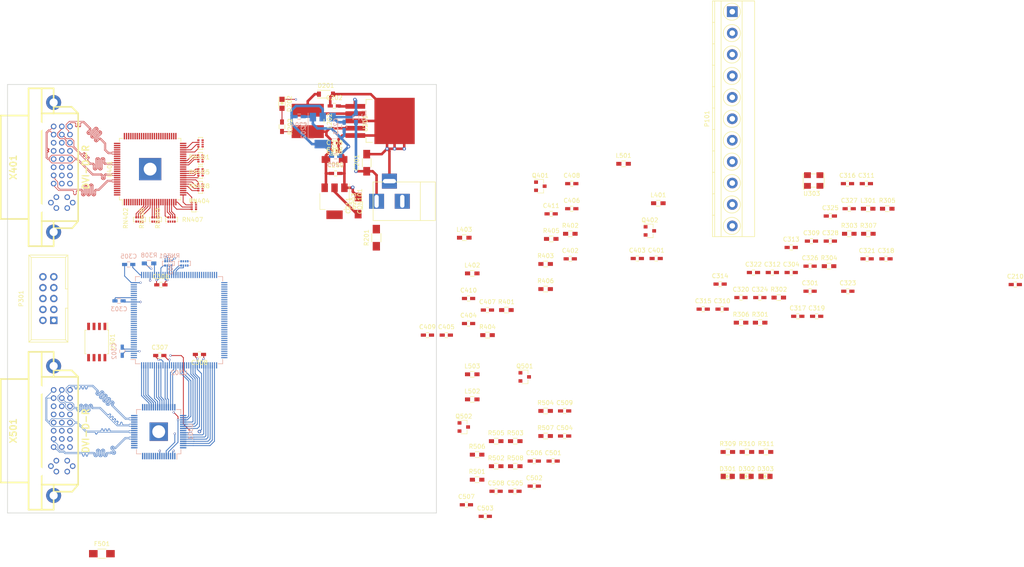
<source format=kicad_pcb>
(kicad_pcb (version 20160815) (host pcbnew "(2016-11-18 revision 19ce3f2)-master")

  (general
    (links 462)
    (no_connects 343)
    (area 19.924999 19.924999 120.075001 120.075001)
    (thickness 1.6)
    (drawings 4)
    (tracks 2798)
    (zones 0)
    (modules 128)
    (nets 240)
  )

  (page A4)
  (layers
    (0 F.Cu signal)
    (1 In1.Cu signal)
    (2 In2.Cu signal)
    (31 B.Cu signal)
    (32 B.Adhes user)
    (33 F.Adhes user)
    (34 B.Paste user)
    (35 F.Paste user)
    (36 B.SilkS user)
    (37 F.SilkS user)
    (38 B.Mask user)
    (39 F.Mask user)
    (40 Dwgs.User user)
    (41 Cmts.User user)
    (42 Eco1.User user)
    (43 Eco2.User user)
    (44 Edge.Cuts user)
    (45 Margin user)
    (46 B.CrtYd user)
    (47 F.CrtYd user)
    (48 B.Fab user)
    (49 F.Fab user)
  )

  (setup
    (last_trace_width 0.2)
    (user_trace_width 0.15)
    (user_trace_width 0.2)
    (user_trace_width 0.4)
    (user_trace_width 0.6)
    (trace_clearance 0.2)
    (zone_clearance 0.508)
    (zone_45_only no)
    (trace_min 0.15)
    (segment_width 0.2)
    (edge_width 0.15)
    (via_size 0.8)
    (via_drill 0.4)
    (via_min_size 0.4)
    (via_min_drill 0.3)
    (user_via 0.5 0.3)
    (uvia_size 0.3)
    (uvia_drill 0.1)
    (uvias_allowed no)
    (uvia_min_size 0.2)
    (uvia_min_drill 0.1)
    (pcb_text_width 0.3)
    (pcb_text_size 1.5 1.5)
    (mod_edge_width 0.15)
    (mod_text_size 1 1)
    (mod_text_width 0.15)
    (pad_size 1.524 1.524)
    (pad_drill 0.762)
    (pad_to_mask_clearance 0.2)
    (aux_axis_origin 0 0)
    (visible_elements FFFFFF7F)
    (pcbplotparams
      (layerselection 0x00030_ffffffff)
      (usegerberextensions false)
      (excludeedgelayer true)
      (linewidth 0.100000)
      (plotframeref false)
      (viasonmask false)
      (mode 1)
      (useauxorigin false)
      (hpglpennumber 1)
      (hpglpenspeed 20)
      (hpglpendiameter 15)
      (psnegative false)
      (psa4output false)
      (plotreference true)
      (plotvalue true)
      (plotinvisibletext false)
      (padsonsilk false)
      (subtractmaskfromsilk false)
      (outputformat 1)
      (mirror false)
      (drillshape 1)
      (scaleselection 1)
      (outputdirectory ""))
  )

  (net 0 "")
  (net 1 /power/VIN)
  (net 2 GND)
  (net 3 "Net-(C202-Pad2)")
  (net 4 +2V5)
  (net 5 +3V3)
  (net 6 +1V2)
  (net 7 +V_IO)
  (net 8 "Net-(C401-Pad1)")
  (net 9 "Net-(C402-Pad1)")
  (net 10 "Net-(C403-Pad1)")
  (net 11 /dvi_out/TVDD)
  (net 12 "Net-(C504-Pad1)")
  (net 13 "Net-(C505-Pad1)")
  (net 14 "Net-(D201-Pad1)")
  (net 15 "Net-(D202-Pad2)")
  (net 16 "Net-(F501-Pad1)")
  (net 17 +5V)
  (net 18 /GPIO0)
  (net 19 /GPIO1)
  (net 20 /GPIO2)
  (net 21 /GPIO3)
  (net 22 /GPIO4)
  (net 23 /GPIO5)
  (net 24 /GPIO6)
  (net 25 /GPIO7)
  (net 26 "Net-(P301-Pad9)")
  (net 27 "Net-(P301-Pad8)")
  (net 28 "Net-(P301-Pad7)")
  (net 29 "Net-(P301-Pad6)")
  (net 30 "Net-(P301-Pad5)")
  (net 31 "Net-(P301-Pad4)")
  (net 32 "Net-(P301-Pad3)")
  (net 33 "Net-(P301-Pad1)")
  (net 34 /dvi_in/DDCDAT_IN)
  (net 35 /dvi_in/DDCDAT)
  (net 36 /dvi_in/DDCCLK)
  (net 37 /dvi_in/DDCCLK_IN)
  (net 38 /dvi_out/DDCDAT)
  (net 39 /dvi_out/DDCCLK)
  (net 40 "Net-(R301-Pad1)")
  (net 41 "Net-(R302-Pad1)")
  (net 42 "Net-(R303-Pad1)")
  (net 43 "Net-(R304-Pad1)")
  (net 44 "Net-(R305-Pad1)")
  (net 45 "Net-(R306-Pad1)")
  (net 46 /fpga/CLK50)
  (net 47 "Net-(R307-Pad2)")
  (net 48 /dvi_out/TXCLK+)
  (net 49 "Net-(R308-Pad1)")
  (net 50 /fpga/CLKIN)
  (net 51 "Net-(R401-Pad1)")
  (net 52 /dvi_in/HOTPLUG)
  (net 53 "Net-(R501-Pad1)")
  (net 54 /dvi_out/MSEN)
  (net 55 "Net-(R503-Pad2)")
  (net 56 /dvi_out/HOTPLUG)
  (net 57 "Net-(R504-Pad1)")
  (net 58 "Net-(RN301-Pad7)")
  (net 59 "Net-(RN301-Pad6)")
  (net 60 "Net-(RN301-Pad5)")
  (net 61 "Net-(RN301-Pad8)")
  (net 62 /dvi_out/CTL1)
  (net 63 /dvi_out/DE)
  (net 64 /dvi_out/VSYNC)
  (net 65 /dvi_out/HSYNC)
  (net 66 /dvi_out/CTL2)
  (net 67 /dvi_out/CTL3)
  (net 68 "Net-(RN302-Pad3)")
  (net 69 "Net-(RN302-Pad4)")
  (net 70 "Net-(RN302-Pad8)")
  (net 71 "Net-(RN302-Pad5)")
  (net 72 "Net-(RN302-Pad6)")
  (net 73 "Net-(RN302-Pad7)")
  (net 74 /dvi_in/DE)
  (net 75 /dvi_in/VSYNC)
  (net 76 /dvi_in/HSYNC)
  (net 77 "Net-(RN401-Pad4)")
  (net 78 "Net-(RN401-Pad8)")
  (net 79 "Net-(RN401-Pad5)")
  (net 80 "Net-(RN401-Pad6)")
  (net 81 "Net-(RN401-Pad7)")
  (net 82 "Net-(RN402-Pad7)")
  (net 83 "Net-(RN402-Pad6)")
  (net 84 "Net-(RN402-Pad5)")
  (net 85 "Net-(RN402-Pad8)")
  (net 86 /dvi_in/DATI3)
  (net 87 /dvi_in/DATI2)
  (net 88 /dvi_in/DATI1)
  (net 89 /dvi_in/DATI0)
  (net 90 "Net-(RN403-Pad7)")
  (net 91 "Net-(RN403-Pad6)")
  (net 92 "Net-(RN403-Pad5)")
  (net 93 "Net-(RN403-Pad8)")
  (net 94 /dvi_in/DATI11)
  (net 95 /dvi_in/DATI10)
  (net 96 /dvi_in/DATI9)
  (net 97 /dvi_in/DATI8)
  (net 98 "Net-(RN404-Pad7)")
  (net 99 "Net-(RN404-Pad6)")
  (net 100 "Net-(RN404-Pad5)")
  (net 101 "Net-(RN404-Pad8)")
  (net 102 /dvi_in/DATI19)
  (net 103 /dvi_in/DATI18)
  (net 104 /dvi_in/DATI17)
  (net 105 /dvi_in/DATI16)
  (net 106 "Net-(RN405-Pad7)")
  (net 107 "Net-(RN405-Pad6)")
  (net 108 "Net-(RN405-Pad5)")
  (net 109 "Net-(RN405-Pad8)")
  (net 110 /dvi_in/CTL3)
  (net 111 /dvi_in/CTL2)
  (net 112 /dvi_in/CTL1)
  (net 113 "Net-(RN405-Pad1)")
  (net 114 /dvi_in/DATI4)
  (net 115 /dvi_in/DATI5)
  (net 116 /dvi_in/DATI6)
  (net 117 /dvi_in/DATI7)
  (net 118 "Net-(RN406-Pad8)")
  (net 119 "Net-(RN406-Pad5)")
  (net 120 "Net-(RN406-Pad6)")
  (net 121 "Net-(RN406-Pad7)")
  (net 122 /dvi_in/DATI12)
  (net 123 /dvi_in/DATI13)
  (net 124 /dvi_in/DATI14)
  (net 125 /dvi_in/DATI15)
  (net 126 "Net-(RN407-Pad8)")
  (net 127 "Net-(RN407-Pad5)")
  (net 128 "Net-(RN407-Pad6)")
  (net 129 "Net-(RN407-Pad7)")
  (net 130 /dvi_in/DATI20)
  (net 131 /dvi_in/DATI21)
  (net 132 /dvi_in/DATI22)
  (net 133 /dvi_in/DATI23)
  (net 134 "Net-(RN408-Pad8)")
  (net 135 "Net-(RN408-Pad5)")
  (net 136 "Net-(RN408-Pad6)")
  (net 137 "Net-(RN408-Pad7)")
  (net 138 /dvi_out/DATO4)
  (net 139 /dvi_out/DATO5)
  (net 140 /dvi_out/DATO6)
  (net 141 /dvi_out/DATO7)
  (net 142 /dvi_out/DATO12)
  (net 143 /dvi_out/DATO13)
  (net 144 /dvi_out/DATO14)
  (net 145 /dvi_out/DATO15)
  (net 146 /dvi_out/DATO20)
  (net 147 /dvi_out/DATO21)
  (net 148 /dvi_out/DATO22)
  (net 149 /dvi_out/DATO23)
  (net 150 /dvi_out/DATO3)
  (net 151 /dvi_out/DATO2)
  (net 152 /dvi_out/DATO1)
  (net 153 /dvi_out/DATO0)
  (net 154 /dvi_out/DATO11)
  (net 155 /dvi_out/DATO10)
  (net 156 /dvi_out/DATO9)
  (net 157 /dvi_out/DATO8)
  (net 158 /dvi_out/DATO19)
  (net 159 /dvi_out/DATO18)
  (net 160 /dvi_out/DATO17)
  (net 161 /dvi_out/DATO16)
  (net 162 /fpga/DCLK)
  (net 163 /fpga/ASDI)
  (net 164 /fpga/DATA)
  (net 165 /fpga/nCS)
  (net 166 "Net-(U302-Pad127)")
  (net 167 "Net-(U302-Pad67)")
  (net 168 /dvi_in/LINK_ACT)
  (net 169 "Net-(U302-Pad44)")
  (net 170 "Net-(U302-Pad34)")
  (net 171 /dvi_in/PDOWN)
  (net 172 /dvi_out/EDGE)
  (net 173 /dvi_out/DKEN)
  (net 174 "Net-(U303-Pad1)")
  (net 175 "Net-(U401-Pad96)")
  (net 176 /dvi_in/RxC-)
  (net 177 /dvi_in/RxC+)
  (net 178 /dvi_in/Rx0+)
  (net 179 /dvi_in/Rx1-)
  (net 180 /dvi_in/Rx1+)
  (net 181 /dvi_in/Rx2-)
  (net 182 /dvi_in/Rx2+)
  (net 183 "Net-(U401-Pad18)")
  (net 184 "Net-(U401-Pad77)")
  (net 185 "Net-(U401-Pad75)")
  (net 186 "Net-(U401-Pad74)")
  (net 187 "Net-(U401-Pad73)")
  (net 188 "Net-(U401-Pad72)")
  (net 189 "Net-(U401-Pad71)")
  (net 190 "Net-(U401-Pad70)")
  (net 191 "Net-(U401-Pad69)")
  (net 192 "Net-(U401-Pad66)")
  (net 193 "Net-(U401-Pad65)")
  (net 194 "Net-(U401-Pad64)")
  (net 195 "Net-(U401-Pad63)")
  (net 196 "Net-(U401-Pad62)")
  (net 197 "Net-(U401-Pad61)")
  (net 198 "Net-(U401-Pad60)")
  (net 199 "Net-(U401-Pad59)")
  (net 200 "Net-(U401-Pad56)")
  (net 201 "Net-(U401-Pad55)")
  (net 202 "Net-(U401-Pad54)")
  (net 203 "Net-(U401-Pad53)")
  (net 204 "Net-(U401-Pad52)")
  (net 205 "Net-(U401-Pad51)")
  (net 206 "Net-(U401-Pad50)")
  (net 207 "Net-(U401-Pad49)")
  (net 208 "Net-(U501-Pad56)")
  (net 209 "Net-(U501-Pad49)")
  (net 210 /dvi_out/TX2+)
  (net 211 /dvi_out/TX2-)
  (net 212 /dvi_out/TX1+)
  (net 213 /dvi_out/TX1-)
  (net 214 /dvi_out/TX0+)
  (net 215 /dvi_out/TX0-)
  (net 216 /dvi_out/TXC+)
  (net 217 /dvi_out/TXC-)
  (net 218 "Net-(X401-Pad8)")
  (net 219 "Net-(X401-Pad21)")
  (net 220 "Net-(X401-Pad20)")
  (net 221 "Net-(X401-Pad14)")
  (net 222 "Net-(X401-Pad13)")
  (net 223 "Net-(X401-Pad12)")
  (net 224 "Net-(X401-Pad5)")
  (net 225 "Net-(X401-Pad4)")
  (net 226 "Net-(X501-Pad4)")
  (net 227 "Net-(X501-Pad5)")
  (net 228 "Net-(X501-Pad12)")
  (net 229 "Net-(X501-Pad13)")
  (net 230 "Net-(X501-Pad20)")
  (net 231 "Net-(X501-Pad21)")
  (net 232 "Net-(X501-Pad8)")
  (net 233 "Net-(D301-Pad2)")
  (net 234 "Net-(D302-Pad2)")
  (net 235 "Net-(D303-Pad2)")
  (net 236 "Net-(R309-Pad1)")
  (net 237 "Net-(R310-Pad1)")
  (net 238 "Net-(R311-Pad1)")
  (net 239 /dvi_in/Rx0-)

  (net_class Default "This is the default net class."
    (clearance 0.2)
    (trace_width 0.25)
    (via_dia 0.8)
    (via_drill 0.4)
    (uvia_dia 0.3)
    (uvia_drill 0.1)
    (diff_pair_gap 0.25)
    (diff_pair_width 0.2)
    (add_net +1V2)
    (add_net +2V5)
    (add_net +3V3)
    (add_net +5V)
    (add_net +V_IO)
    (add_net /GPIO0)
    (add_net /GPIO1)
    (add_net /GPIO2)
    (add_net /GPIO3)
    (add_net /GPIO4)
    (add_net /GPIO5)
    (add_net /GPIO6)
    (add_net /GPIO7)
    (add_net /dvi_in/CTL1)
    (add_net /dvi_in/CTL2)
    (add_net /dvi_in/CTL3)
    (add_net /dvi_in/DATI0)
    (add_net /dvi_in/DATI1)
    (add_net /dvi_in/DATI10)
    (add_net /dvi_in/DATI11)
    (add_net /dvi_in/DATI12)
    (add_net /dvi_in/DATI13)
    (add_net /dvi_in/DATI14)
    (add_net /dvi_in/DATI15)
    (add_net /dvi_in/DATI16)
    (add_net /dvi_in/DATI17)
    (add_net /dvi_in/DATI18)
    (add_net /dvi_in/DATI19)
    (add_net /dvi_in/DATI2)
    (add_net /dvi_in/DATI20)
    (add_net /dvi_in/DATI21)
    (add_net /dvi_in/DATI22)
    (add_net /dvi_in/DATI23)
    (add_net /dvi_in/DATI3)
    (add_net /dvi_in/DATI4)
    (add_net /dvi_in/DATI5)
    (add_net /dvi_in/DATI6)
    (add_net /dvi_in/DATI7)
    (add_net /dvi_in/DATI8)
    (add_net /dvi_in/DATI9)
    (add_net /dvi_in/DDCCLK)
    (add_net /dvi_in/DDCCLK_IN)
    (add_net /dvi_in/DDCDAT)
    (add_net /dvi_in/DDCDAT_IN)
    (add_net /dvi_in/DE)
    (add_net /dvi_in/HOTPLUG)
    (add_net /dvi_in/HSYNC)
    (add_net /dvi_in/LINK_ACT)
    (add_net /dvi_in/PDOWN)
    (add_net /dvi_in/Rx0+)
    (add_net /dvi_in/Rx0-)
    (add_net /dvi_in/Rx1+)
    (add_net /dvi_in/Rx1-)
    (add_net /dvi_in/Rx2+)
    (add_net /dvi_in/Rx2-)
    (add_net /dvi_in/RxC+)
    (add_net /dvi_in/RxC-)
    (add_net /dvi_in/VSYNC)
    (add_net /dvi_out/CTL1)
    (add_net /dvi_out/CTL2)
    (add_net /dvi_out/CTL3)
    (add_net /dvi_out/DATO0)
    (add_net /dvi_out/DATO1)
    (add_net /dvi_out/DATO10)
    (add_net /dvi_out/DATO11)
    (add_net /dvi_out/DATO12)
    (add_net /dvi_out/DATO13)
    (add_net /dvi_out/DATO14)
    (add_net /dvi_out/DATO15)
    (add_net /dvi_out/DATO16)
    (add_net /dvi_out/DATO17)
    (add_net /dvi_out/DATO18)
    (add_net /dvi_out/DATO19)
    (add_net /dvi_out/DATO2)
    (add_net /dvi_out/DATO20)
    (add_net /dvi_out/DATO21)
    (add_net /dvi_out/DATO22)
    (add_net /dvi_out/DATO23)
    (add_net /dvi_out/DATO3)
    (add_net /dvi_out/DATO4)
    (add_net /dvi_out/DATO5)
    (add_net /dvi_out/DATO6)
    (add_net /dvi_out/DATO7)
    (add_net /dvi_out/DATO8)
    (add_net /dvi_out/DATO9)
    (add_net /dvi_out/DDCCLK)
    (add_net /dvi_out/DDCDAT)
    (add_net /dvi_out/DE)
    (add_net /dvi_out/DKEN)
    (add_net /dvi_out/EDGE)
    (add_net /dvi_out/HOTPLUG)
    (add_net /dvi_out/HSYNC)
    (add_net /dvi_out/MSEN)
    (add_net /dvi_out/TVDD)
    (add_net /dvi_out/TX0+)
    (add_net /dvi_out/TX0-)
    (add_net /dvi_out/TX1+)
    (add_net /dvi_out/TX1-)
    (add_net /dvi_out/TX2+)
    (add_net /dvi_out/TX2-)
    (add_net /dvi_out/TXC+)
    (add_net /dvi_out/TXC-)
    (add_net /dvi_out/TXCLK+)
    (add_net /dvi_out/VSYNC)
    (add_net /fpga/ASDI)
    (add_net /fpga/CLK50)
    (add_net /fpga/CLKIN)
    (add_net /fpga/DATA)
    (add_net /fpga/DCLK)
    (add_net /fpga/nCS)
    (add_net /power/VIN)
    (add_net GND)
    (add_net "Net-(C202-Pad2)")
    (add_net "Net-(C401-Pad1)")
    (add_net "Net-(C402-Pad1)")
    (add_net "Net-(C403-Pad1)")
    (add_net "Net-(C504-Pad1)")
    (add_net "Net-(C505-Pad1)")
    (add_net "Net-(D201-Pad1)")
    (add_net "Net-(D202-Pad2)")
    (add_net "Net-(D301-Pad2)")
    (add_net "Net-(D302-Pad2)")
    (add_net "Net-(D303-Pad2)")
    (add_net "Net-(F501-Pad1)")
    (add_net "Net-(P301-Pad1)")
    (add_net "Net-(P301-Pad3)")
    (add_net "Net-(P301-Pad4)")
    (add_net "Net-(P301-Pad5)")
    (add_net "Net-(P301-Pad6)")
    (add_net "Net-(P301-Pad7)")
    (add_net "Net-(P301-Pad8)")
    (add_net "Net-(P301-Pad9)")
    (add_net "Net-(R301-Pad1)")
    (add_net "Net-(R302-Pad1)")
    (add_net "Net-(R303-Pad1)")
    (add_net "Net-(R304-Pad1)")
    (add_net "Net-(R305-Pad1)")
    (add_net "Net-(R306-Pad1)")
    (add_net "Net-(R307-Pad2)")
    (add_net "Net-(R308-Pad1)")
    (add_net "Net-(R309-Pad1)")
    (add_net "Net-(R310-Pad1)")
    (add_net "Net-(R311-Pad1)")
    (add_net "Net-(R401-Pad1)")
    (add_net "Net-(R501-Pad1)")
    (add_net "Net-(R503-Pad2)")
    (add_net "Net-(R504-Pad1)")
    (add_net "Net-(RN301-Pad5)")
    (add_net "Net-(RN301-Pad6)")
    (add_net "Net-(RN301-Pad7)")
    (add_net "Net-(RN301-Pad8)")
    (add_net "Net-(RN302-Pad3)")
    (add_net "Net-(RN302-Pad4)")
    (add_net "Net-(RN302-Pad5)")
    (add_net "Net-(RN302-Pad6)")
    (add_net "Net-(RN302-Pad7)")
    (add_net "Net-(RN302-Pad8)")
    (add_net "Net-(RN401-Pad4)")
    (add_net "Net-(RN401-Pad5)")
    (add_net "Net-(RN401-Pad6)")
    (add_net "Net-(RN401-Pad7)")
    (add_net "Net-(RN401-Pad8)")
    (add_net "Net-(RN402-Pad5)")
    (add_net "Net-(RN402-Pad6)")
    (add_net "Net-(RN402-Pad7)")
    (add_net "Net-(RN402-Pad8)")
    (add_net "Net-(RN403-Pad5)")
    (add_net "Net-(RN403-Pad6)")
    (add_net "Net-(RN403-Pad7)")
    (add_net "Net-(RN403-Pad8)")
    (add_net "Net-(RN404-Pad5)")
    (add_net "Net-(RN404-Pad6)")
    (add_net "Net-(RN404-Pad7)")
    (add_net "Net-(RN404-Pad8)")
    (add_net "Net-(RN405-Pad1)")
    (add_net "Net-(RN405-Pad5)")
    (add_net "Net-(RN405-Pad6)")
    (add_net "Net-(RN405-Pad7)")
    (add_net "Net-(RN405-Pad8)")
    (add_net "Net-(RN406-Pad5)")
    (add_net "Net-(RN406-Pad6)")
    (add_net "Net-(RN406-Pad7)")
    (add_net "Net-(RN406-Pad8)")
    (add_net "Net-(RN407-Pad5)")
    (add_net "Net-(RN407-Pad6)")
    (add_net "Net-(RN407-Pad7)")
    (add_net "Net-(RN407-Pad8)")
    (add_net "Net-(RN408-Pad5)")
    (add_net "Net-(RN408-Pad6)")
    (add_net "Net-(RN408-Pad7)")
    (add_net "Net-(RN408-Pad8)")
    (add_net "Net-(U302-Pad127)")
    (add_net "Net-(U302-Pad34)")
    (add_net "Net-(U302-Pad44)")
    (add_net "Net-(U302-Pad67)")
    (add_net "Net-(U303-Pad1)")
    (add_net "Net-(U401-Pad18)")
    (add_net "Net-(U401-Pad49)")
    (add_net "Net-(U401-Pad50)")
    (add_net "Net-(U401-Pad51)")
    (add_net "Net-(U401-Pad52)")
    (add_net "Net-(U401-Pad53)")
    (add_net "Net-(U401-Pad54)")
    (add_net "Net-(U401-Pad55)")
    (add_net "Net-(U401-Pad56)")
    (add_net "Net-(U401-Pad59)")
    (add_net "Net-(U401-Pad60)")
    (add_net "Net-(U401-Pad61)")
    (add_net "Net-(U401-Pad62)")
    (add_net "Net-(U401-Pad63)")
    (add_net "Net-(U401-Pad64)")
    (add_net "Net-(U401-Pad65)")
    (add_net "Net-(U401-Pad66)")
    (add_net "Net-(U401-Pad69)")
    (add_net "Net-(U401-Pad70)")
    (add_net "Net-(U401-Pad71)")
    (add_net "Net-(U401-Pad72)")
    (add_net "Net-(U401-Pad73)")
    (add_net "Net-(U401-Pad74)")
    (add_net "Net-(U401-Pad75)")
    (add_net "Net-(U401-Pad77)")
    (add_net "Net-(U401-Pad96)")
    (add_net "Net-(U501-Pad49)")
    (add_net "Net-(U501-Pad56)")
    (add_net "Net-(X401-Pad12)")
    (add_net "Net-(X401-Pad13)")
    (add_net "Net-(X401-Pad14)")
    (add_net "Net-(X401-Pad20)")
    (add_net "Net-(X401-Pad21)")
    (add_net "Net-(X401-Pad4)")
    (add_net "Net-(X401-Pad5)")
    (add_net "Net-(X401-Pad8)")
    (add_net "Net-(X501-Pad12)")
    (add_net "Net-(X501-Pad13)")
    (add_net "Net-(X501-Pad20)")
    (add_net "Net-(X501-Pad21)")
    (add_net "Net-(X501-Pad4)")
    (add_net "Net-(X501-Pad5)")
    (add_net "Net-(X501-Pad8)")
  )

  (module dvi:dvi (layer F.Cu) (tedit 0) (tstamp 584DB9AE)
    (at 27.448 100.81 270)
    (descr "DVI connector, Tyco P/N 1-1734147-1")
    (path /583BE4A7/5847F98E)
    (fp_text reference X501 (at 0 6.10108 270) (layer F.SilkS)
      (effects (font (thickness 0.3048)))
    )
    (fp_text value DVI-D-R (at 0 -10.795 270) (layer F.SilkS)
      (effects (font (thickness 0.3048)))
    )
    (fp_line (start -12.573 -9.017) (end -14.097 -7.493) (layer F.SilkS) (width 0.381))
    (fp_line (start -14.097 -7.493) (end -14.097 -3.302) (layer F.SilkS) (width 0.381))
    (fp_line (start 14.224 -7.62) (end 14.224 -3.302) (layer F.SilkS) (width 0.381))
    (fp_line (start 12.573 -9.017) (end 14.224 -7.62) (layer F.SilkS) (width 0.381))
    (fp_line (start -12.573 -9.017) (end -12.573 -0.508) (layer F.SilkS) (width 0.381))
    (fp_line (start 12.573 -9.017) (end 12.573 -0.508) (layer F.SilkS) (width 0.381))
    (fp_line (start -18.415 -0.508) (end -18.415 -3.302) (layer F.SilkS) (width 0.381))
    (fp_line (start -18.415 -3.302) (end -12.573 -3.302) (layer F.SilkS) (width 0.381))
    (fp_line (start 18.415 -0.508) (end 18.415 -3.302) (layer F.SilkS) (width 0.381))
    (fp_line (start 18.415 -3.302) (end 12.573 -3.302) (layer F.SilkS) (width 0.381))
    (fp_line (start 18.415 -0.508) (end 18.415 2.54) (layer F.SilkS) (width 0.381))
    (fp_line (start -18.415 -0.508) (end -18.415 2.54) (layer F.SilkS) (width 0.381))
    (fp_line (start -18.415 -0.508) (end 18.415 -0.508) (layer F.SilkS) (width 0.381))
    (fp_line (start -12.573 -9.017) (end 12.573 -9.017) (layer F.SilkS) (width 0.381))
    (fp_line (start -12.065 9.017) (end 12.065 9.017) (layer F.SilkS) (width 0.381))
    (fp_line (start 12.065 9.017) (end 12.065 2.54) (layer F.SilkS) (width 0.381))
    (fp_line (start -12.065 9.017) (end -12.065 2.54) (layer F.SilkS) (width 0.381))
    (fp_line (start -18.415 2.54) (end 18.415 2.54) (layer F.SilkS) (width 0.381))
    (pad "" thru_hole circle (at 15.11046 -3.302 270) (size 3.50012 3.50012) (drill 1.89992) (layers *.Cu *.Mask))
    (pad 3 thru_hole circle (at -5.715 -7.112 270) (size 1.30048 1.30048) (drill 0.8001) (layers *.Cu *.Mask)
      (net 2 GND))
    (pad 2 thru_hole circle (at -7.62 -7.112 270) (size 1.30048 1.30048) (drill 0.8001) (layers *.Cu *.Mask)
      (net 210 /dvi_out/TX2+))
    (pad 1 thru_hole circle (at -9.525 -7.112 270) (size 1.30048 1.30048) (drill 0.8001) (layers *.Cu *.Mask)
      (net 211 /dvi_out/TX2-))
    (pad 4 thru_hole circle (at -3.81 -7.112 270) (size 1.30048 1.30048) (drill 0.8001) (layers *.Cu *.Mask)
      (net 226 "Net-(X501-Pad4)"))
    (pad 5 thru_hole circle (at -1.905 -7.112 270) (size 1.30048 1.30048) (drill 0.8001) (layers *.Cu *.Mask)
      (net 227 "Net-(X501-Pad5)"))
    (pad 9 thru_hole circle (at -9.525 -5.207 270) (size 1.30048 1.30048) (drill 0.8001) (layers *.Cu *.Mask)
      (net 213 /dvi_out/TX1-))
    (pad 7 thru_hole circle (at 1.905 -7.112 270) (size 1.30048 1.30048) (drill 0.8001) (layers *.Cu *.Mask)
      (net 38 /dvi_out/DDCDAT))
    (pad 6 thru_hole circle (at 0 -7.112 270) (size 1.30048 1.30048) (drill 0.8001) (layers *.Cu *.Mask)
      (net 39 /dvi_out/DDCCLK))
    (pad "" thru_hole circle (at -15.11046 -3.302 270) (size 3.50012 3.50012) (drill 1.89992) (layers *.Cu *.Mask))
    (pad 10 thru_hole circle (at -7.62 -5.207 270) (size 1.30048 1.30048) (drill 0.8001) (layers *.Cu *.Mask)
      (net 212 /dvi_out/TX1+))
    (pad 11 thru_hole circle (at -5.715 -5.207 270) (size 1.30048 1.30048) (drill 0.8001) (layers *.Cu *.Mask)
      (net 2 GND))
    (pad 12 thru_hole circle (at -3.81 -5.207 270) (size 1.30048 1.30048) (drill 0.8001) (layers *.Cu *.Mask)
      (net 228 "Net-(X501-Pad12)"))
    (pad 13 thru_hole circle (at -1.905 -5.207 270) (size 1.30048 1.30048) (drill 0.8001) (layers *.Cu *.Mask)
      (net 229 "Net-(X501-Pad13)"))
    (pad 14 thru_hole circle (at 0 -5.207 270) (size 1.30048 1.30048) (drill 0.8001) (layers *.Cu *.Mask)
      (net 16 "Net-(F501-Pad1)"))
    (pad 15 thru_hole circle (at 1.905 -5.207 270) (size 1.30048 1.30048) (drill 0.8001) (layers *.Cu *.Mask)
      (net 2 GND))
    (pad 16 thru_hole circle (at 3.81 -5.207 270) (size 1.30048 1.30048) (drill 0.8001) (layers *.Cu *.Mask)
      (net 57 "Net-(R504-Pad1)"))
    (pad 17 thru_hole circle (at -9.525 -3.302 270) (size 1.30048 1.30048) (drill 0.8001) (layers *.Cu *.Mask)
      (net 215 /dvi_out/TX0-))
    (pad 18 thru_hole circle (at -7.62 -3.302 270) (size 1.30048 1.30048) (drill 0.8001) (layers *.Cu *.Mask)
      (net 214 /dvi_out/TX0+))
    (pad 19 thru_hole circle (at -5.715 -3.302 270) (size 1.30048 1.30048) (drill 0.8001) (layers *.Cu *.Mask)
      (net 2 GND))
    (pad 20 thru_hole circle (at -3.81 -3.302 270) (size 1.30048 1.30048) (drill 0.8001) (layers *.Cu *.Mask)
      (net 230 "Net-(X501-Pad20)"))
    (pad 21 thru_hole circle (at -1.905 -3.302 270) (size 1.30048 1.30048) (drill 0.8001) (layers *.Cu *.Mask)
      (net 231 "Net-(X501-Pad21)"))
    (pad 22 thru_hole circle (at 0 -3.302 270) (size 1.30048 1.30048) (drill 0.8001) (layers *.Cu *.Mask)
      (net 2 GND))
    (pad 23 thru_hole circle (at 1.905 -3.302 270) (size 1.30048 1.30048) (drill 0.8001) (layers *.Cu *.Mask)
      (net 216 /dvi_out/TXC+))
    (pad 24 thru_hole circle (at 3.81 -3.302 270) (size 1.30048 1.30048) (drill 0.8001) (layers *.Cu *.Mask)
      (net 217 /dvi_out/TXC-))
    (pad 8 thru_hole circle (at 3.81 -7.112 270) (size 1.30048 1.30048) (drill 0.8001) (layers *.Cu *.Mask)
      (net 232 "Net-(X501-Pad8)"))
    (pad C2 thru_hole circle (at 9.525 -6.477 270) (size 1.30048 1.30048) (drill 0.8001) (layers *.Cu *.Mask))
    (pad C1 thru_hole circle (at 6.985 -6.477 270) (size 1.30048 1.30048) (drill 0.8001) (layers *.Cu *.Mask))
    (pad C3 thru_hole circle (at 6.985 -3.937 270) (size 1.30048 1.30048) (drill 0.8001) (layers *.Cu *.Mask))
    (pad C4 thru_hole circle (at 9.525 -3.937 270) (size 1.30048 1.30048) (drill 0.8001) (layers *.Cu *.Mask))
    (pad C5 thru_hole circle (at 8.255 -7.747 270) (size 1.30048 1.30048) (drill 0.8001) (layers *.Cu *.Mask))
    (pad C5 thru_hole circle (at 8.255 -2.667 270) (size 1.30048 1.30048) (drill 0.8001) (layers *.Cu *.Mask))
    (pad "" np_thru_hole circle (at -9.525 -0.00254 270) (size 1.99898 1.99898) (drill 1.99898) (layers *.Cu))
    (pad "" np_thru_hole circle (at 9.525 -0.00254 270) (size 1.99898 1.99898) (drill 1.99898) (layers *.Cu))
    (model walter/conn_pc/dvi.wrl
      (at (xyz 0 0 0))
      (scale (xyz 1 1 1))
      (rotate (xyz 0 0 0))
    )
  )

  (module Capacitors_SMD:C_1206_HandSoldering (layer F.Cu) (tedit 541A9C03) (tstamp 584DB4BE)
    (at 103.75 38.25 90)
    (descr "Capacitor SMD 1206, hand soldering")
    (tags "capacitor 1206")
    (path /5839A46D/5839CFD0)
    (attr smd)
    (fp_text reference C201 (at 0 -2.3 90) (layer F.SilkS)
      (effects (font (size 1 1) (thickness 0.15)))
    )
    (fp_text value 100u (at 0 2.3 90) (layer F.Fab)
      (effects (font (size 1 1) (thickness 0.15)))
    )
    (fp_line (start -1.6 0.8) (end -1.6 -0.8) (layer F.Fab) (width 0.15))
    (fp_line (start 1.6 0.8) (end -1.6 0.8) (layer F.Fab) (width 0.15))
    (fp_line (start 1.6 -0.8) (end 1.6 0.8) (layer F.Fab) (width 0.15))
    (fp_line (start -1.6 -0.8) (end 1.6 -0.8) (layer F.Fab) (width 0.15))
    (fp_line (start -3.3 -1.15) (end 3.3 -1.15) (layer F.CrtYd) (width 0.05))
    (fp_line (start -3.3 1.15) (end 3.3 1.15) (layer F.CrtYd) (width 0.05))
    (fp_line (start -3.3 -1.15) (end -3.3 1.15) (layer F.CrtYd) (width 0.05))
    (fp_line (start 3.3 -1.15) (end 3.3 1.15) (layer F.CrtYd) (width 0.05))
    (fp_line (start 1 -1.025) (end -1 -1.025) (layer F.SilkS) (width 0.15))
    (fp_line (start -1 1.025) (end 1 1.025) (layer F.SilkS) (width 0.15))
    (pad 1 smd rect (at -2 0 90) (size 2 1.6) (layers F.Cu F.Paste F.Mask)
      (net 1 /power/VIN))
    (pad 2 smd rect (at 2 0 90) (size 2 1.6) (layers F.Cu F.Paste F.Mask)
      (net 2 GND))
    (model Capacitors_SMD.3dshapes/C_1206_HandSoldering.wrl
      (at (xyz 0 0 0))
      (scale (xyz 1 1 1))
      (rotate (xyz 0 0 0))
    )
  )

  (module Capacitors_SMD:C_0603_HandSoldering (layer F.Cu) (tedit 541A9B4D) (tstamp 584DB4C4)
    (at 96.2 25)
    (descr "Capacitor SMD 0603, hand soldering")
    (tags "capacitor 0603")
    (path /5839A46D/5839CF57)
    (attr smd)
    (fp_text reference C202 (at 0 -1.9) (layer F.SilkS)
      (effects (font (size 1 1) (thickness 0.15)))
    )
    (fp_text value 100n (at 0 1.9) (layer F.Fab)
      (effects (font (size 1 1) (thickness 0.15)))
    )
    (fp_line (start 0.35 0.6) (end -0.35 0.6) (layer F.SilkS) (width 0.15))
    (fp_line (start -0.35 -0.6) (end 0.35 -0.6) (layer F.SilkS) (width 0.15))
    (fp_line (start 1.85 -0.75) (end 1.85 0.75) (layer F.CrtYd) (width 0.05))
    (fp_line (start -1.85 -0.75) (end -1.85 0.75) (layer F.CrtYd) (width 0.05))
    (fp_line (start -1.85 0.75) (end 1.85 0.75) (layer F.CrtYd) (width 0.05))
    (fp_line (start -1.85 -0.75) (end 1.85 -0.75) (layer F.CrtYd) (width 0.05))
    (fp_line (start -0.8 -0.4) (end 0.8 -0.4) (layer F.Fab) (width 0.15))
    (fp_line (start 0.8 -0.4) (end 0.8 0.4) (layer F.Fab) (width 0.15))
    (fp_line (start 0.8 0.4) (end -0.8 0.4) (layer F.Fab) (width 0.15))
    (fp_line (start -0.8 0.4) (end -0.8 -0.4) (layer F.Fab) (width 0.15))
    (pad 2 smd rect (at 0.95 0) (size 1.2 0.75) (layers F.Cu F.Paste F.Mask)
      (net 3 "Net-(C202-Pad2)"))
    (pad 1 smd rect (at -0.95 0) (size 1.2 0.75) (layers F.Cu F.Paste F.Mask)
      (net 2 GND))
    (model Capacitors_SMD.3dshapes/C_0603_HandSoldering.wrl
      (at (xyz 0 0 0))
      (scale (xyz 1 1 1))
      (rotate (xyz 0 0 0))
    )
  )

  (module Capacitors_SMD:C_0603_HandSoldering (layer B.Cu) (tedit 541A9B4D) (tstamp 584DB4CA)
    (at 98.5 29.75 270)
    (descr "Capacitor SMD 0603, hand soldering")
    (tags "capacitor 0603")
    (path /5839A46D/583A1362)
    (attr smd)
    (fp_text reference C203 (at 0 1.9 270) (layer B.SilkS)
      (effects (font (size 1 1) (thickness 0.15)) (justify mirror))
    )
    (fp_text value 100n (at 0 -1.9 270) (layer B.Fab)
      (effects (font (size 1 1) (thickness 0.15)) (justify mirror))
    )
    (fp_line (start -0.8 -0.4) (end -0.8 0.4) (layer B.Fab) (width 0.15))
    (fp_line (start 0.8 -0.4) (end -0.8 -0.4) (layer B.Fab) (width 0.15))
    (fp_line (start 0.8 0.4) (end 0.8 -0.4) (layer B.Fab) (width 0.15))
    (fp_line (start -0.8 0.4) (end 0.8 0.4) (layer B.Fab) (width 0.15))
    (fp_line (start -1.85 0.75) (end 1.85 0.75) (layer B.CrtYd) (width 0.05))
    (fp_line (start -1.85 -0.75) (end 1.85 -0.75) (layer B.CrtYd) (width 0.05))
    (fp_line (start -1.85 0.75) (end -1.85 -0.75) (layer B.CrtYd) (width 0.05))
    (fp_line (start 1.85 0.75) (end 1.85 -0.75) (layer B.CrtYd) (width 0.05))
    (fp_line (start -0.35 0.6) (end 0.35 0.6) (layer B.SilkS) (width 0.15))
    (fp_line (start 0.35 -0.6) (end -0.35 -0.6) (layer B.SilkS) (width 0.15))
    (pad 1 smd rect (at -0.95 0 270) (size 1.2 0.75) (layers B.Cu B.Paste B.Mask)
      (net 3 "Net-(C202-Pad2)"))
    (pad 2 smd rect (at 0.95 0 270) (size 1.2 0.75) (layers B.Cu B.Paste B.Mask)
      (net 2 GND))
    (model Capacitors_SMD.3dshapes/C_0603_HandSoldering.wrl
      (at (xyz 0 0 0))
      (scale (xyz 1 1 1))
      (rotate (xyz 0 0 0))
    )
  )

  (module Capacitors_SMD:C_0603_HandSoldering (layer B.Cu) (tedit 541A9B4D) (tstamp 584DB4D0)
    (at 88 27.5)
    (descr "Capacitor SMD 0603, hand soldering")
    (tags "capacitor 0603")
    (path /5839A46D/583A12DF)
    (attr smd)
    (fp_text reference C204 (at 0 1.9) (layer B.SilkS)
      (effects (font (size 1 1) (thickness 0.15)) (justify mirror))
    )
    (fp_text value 100n (at 0 -1.9) (layer B.Fab)
      (effects (font (size 1 1) (thickness 0.15)) (justify mirror))
    )
    (fp_line (start 0.35 -0.6) (end -0.35 -0.6) (layer B.SilkS) (width 0.15))
    (fp_line (start -0.35 0.6) (end 0.35 0.6) (layer B.SilkS) (width 0.15))
    (fp_line (start 1.85 0.75) (end 1.85 -0.75) (layer B.CrtYd) (width 0.05))
    (fp_line (start -1.85 0.75) (end -1.85 -0.75) (layer B.CrtYd) (width 0.05))
    (fp_line (start -1.85 -0.75) (end 1.85 -0.75) (layer B.CrtYd) (width 0.05))
    (fp_line (start -1.85 0.75) (end 1.85 0.75) (layer B.CrtYd) (width 0.05))
    (fp_line (start -0.8 0.4) (end 0.8 0.4) (layer B.Fab) (width 0.15))
    (fp_line (start 0.8 0.4) (end 0.8 -0.4) (layer B.Fab) (width 0.15))
    (fp_line (start 0.8 -0.4) (end -0.8 -0.4) (layer B.Fab) (width 0.15))
    (fp_line (start -0.8 -0.4) (end -0.8 0.4) (layer B.Fab) (width 0.15))
    (pad 2 smd rect (at 0.95 0) (size 1.2 0.75) (layers B.Cu B.Paste B.Mask)
      (net 2 GND))
    (pad 1 smd rect (at -0.95 0) (size 1.2 0.75) (layers B.Cu B.Paste B.Mask)
      (net 4 +2V5))
    (model Capacitors_SMD.3dshapes/C_0603_HandSoldering.wrl
      (at (xyz 0 0 0))
      (scale (xyz 1 1 1))
      (rotate (xyz 0 0 0))
    )
  )

  (module Capacitors_SMD:C_0603_HandSoldering (layer B.Cu) (tedit 541A9B4D) (tstamp 584DB4D6)
    (at 96.5 36.75)
    (descr "Capacitor SMD 0603, hand soldering")
    (tags "capacitor 0603")
    (path /5839A46D/583A189E)
    (attr smd)
    (fp_text reference C205 (at 0 1.9) (layer B.SilkS)
      (effects (font (size 1 1) (thickness 0.15)) (justify mirror))
    )
    (fp_text value 10u (at 0 -1.9) (layer B.Fab)
      (effects (font (size 1 1) (thickness 0.15)) (justify mirror))
    )
    (fp_line (start -0.8 -0.4) (end -0.8 0.4) (layer B.Fab) (width 0.15))
    (fp_line (start 0.8 -0.4) (end -0.8 -0.4) (layer B.Fab) (width 0.15))
    (fp_line (start 0.8 0.4) (end 0.8 -0.4) (layer B.Fab) (width 0.15))
    (fp_line (start -0.8 0.4) (end 0.8 0.4) (layer B.Fab) (width 0.15))
    (fp_line (start -1.85 0.75) (end 1.85 0.75) (layer B.CrtYd) (width 0.05))
    (fp_line (start -1.85 -0.75) (end 1.85 -0.75) (layer B.CrtYd) (width 0.05))
    (fp_line (start -1.85 0.75) (end -1.85 -0.75) (layer B.CrtYd) (width 0.05))
    (fp_line (start 1.85 0.75) (end 1.85 -0.75) (layer B.CrtYd) (width 0.05))
    (fp_line (start -0.35 0.6) (end 0.35 0.6) (layer B.SilkS) (width 0.15))
    (fp_line (start 0.35 -0.6) (end -0.35 -0.6) (layer B.SilkS) (width 0.15))
    (pad 1 smd rect (at -0.95 0) (size 1.2 0.75) (layers B.Cu B.Paste B.Mask)
      (net 4 +2V5))
    (pad 2 smd rect (at 0.95 0) (size 1.2 0.75) (layers B.Cu B.Paste B.Mask)
      (net 2 GND))
    (model Capacitors_SMD.3dshapes/C_0603_HandSoldering.wrl
      (at (xyz 0 0 0))
      (scale (xyz 1 1 1))
      (rotate (xyz 0 0 0))
    )
  )

  (module Capacitors_SMD:C_0603_HandSoldering (layer F.Cu) (tedit 541A9B4D) (tstamp 584DB4DC)
    (at 96.25 33.75 180)
    (descr "Capacitor SMD 0603, hand soldering")
    (tags "capacitor 0603")
    (path /5839A46D/5839CB13)
    (attr smd)
    (fp_text reference C206 (at 0 -1.9 180) (layer F.SilkS)
      (effects (font (size 1 1) (thickness 0.15)))
    )
    (fp_text value 100n (at 0 1.9 180) (layer F.Fab)
      (effects (font (size 1 1) (thickness 0.15)))
    )
    (fp_line (start -0.8 0.4) (end -0.8 -0.4) (layer F.Fab) (width 0.15))
    (fp_line (start 0.8 0.4) (end -0.8 0.4) (layer F.Fab) (width 0.15))
    (fp_line (start 0.8 -0.4) (end 0.8 0.4) (layer F.Fab) (width 0.15))
    (fp_line (start -0.8 -0.4) (end 0.8 -0.4) (layer F.Fab) (width 0.15))
    (fp_line (start -1.85 -0.75) (end 1.85 -0.75) (layer F.CrtYd) (width 0.05))
    (fp_line (start -1.85 0.75) (end 1.85 0.75) (layer F.CrtYd) (width 0.05))
    (fp_line (start -1.85 -0.75) (end -1.85 0.75) (layer F.CrtYd) (width 0.05))
    (fp_line (start 1.85 -0.75) (end 1.85 0.75) (layer F.CrtYd) (width 0.05))
    (fp_line (start -0.35 -0.6) (end 0.35 -0.6) (layer F.SilkS) (width 0.15))
    (fp_line (start 0.35 0.6) (end -0.35 0.6) (layer F.SilkS) (width 0.15))
    (pad 1 smd rect (at -0.95 0 180) (size 1.2 0.75) (layers F.Cu F.Paste F.Mask)
      (net 2 GND))
    (pad 2 smd rect (at 0.95 0 180) (size 1.2 0.75) (layers F.Cu F.Paste F.Mask)
      (net 5 +3V3))
    (model Capacitors_SMD.3dshapes/C_0603_HandSoldering.wrl
      (at (xyz 0 0 0))
      (scale (xyz 1 1 1))
      (rotate (xyz 0 0 0))
    )
  )

  (module Capacitors_SMD:C_1206_HandSoldering (layer F.Cu) (tedit 541A9C03) (tstamp 584DB4E2)
    (at 96.25 37.5)
    (descr "Capacitor SMD 1206, hand soldering")
    (tags "capacitor 1206")
    (path /5839A46D/5839CB5E)
    (attr smd)
    (fp_text reference C207 (at 0 -2.3) (layer F.SilkS)
      (effects (font (size 1 1) (thickness 0.15)))
    )
    (fp_text value 100u (at 0 2.3) (layer F.Fab)
      (effects (font (size 1 1) (thickness 0.15)))
    )
    (fp_line (start -1 1.025) (end 1 1.025) (layer F.SilkS) (width 0.15))
    (fp_line (start 1 -1.025) (end -1 -1.025) (layer F.SilkS) (width 0.15))
    (fp_line (start 3.3 -1.15) (end 3.3 1.15) (layer F.CrtYd) (width 0.05))
    (fp_line (start -3.3 -1.15) (end -3.3 1.15) (layer F.CrtYd) (width 0.05))
    (fp_line (start -3.3 1.15) (end 3.3 1.15) (layer F.CrtYd) (width 0.05))
    (fp_line (start -3.3 -1.15) (end 3.3 -1.15) (layer F.CrtYd) (width 0.05))
    (fp_line (start -1.6 -0.8) (end 1.6 -0.8) (layer F.Fab) (width 0.15))
    (fp_line (start 1.6 -0.8) (end 1.6 0.8) (layer F.Fab) (width 0.15))
    (fp_line (start 1.6 0.8) (end -1.6 0.8) (layer F.Fab) (width 0.15))
    (fp_line (start -1.6 0.8) (end -1.6 -0.8) (layer F.Fab) (width 0.15))
    (pad 2 smd rect (at 2 0) (size 2 1.6) (layers F.Cu F.Paste F.Mask)
      (net 2 GND))
    (pad 1 smd rect (at -2 0) (size 2 1.6) (layers F.Cu F.Paste F.Mask)
      (net 5 +3V3))
    (model Capacitors_SMD.3dshapes/C_1206_HandSoldering.wrl
      (at (xyz 0 0 0))
      (scale (xyz 1 1 1))
      (rotate (xyz 0 0 0))
    )
  )

  (module Capacitors_SMD:C_0603_HandSoldering (layer F.Cu) (tedit 541A9B4D) (tstamp 584DB4E8)
    (at 96.25 35.5)
    (descr "Capacitor SMD 0603, hand soldering")
    (tags "capacitor 0603")
    (path /5839A46D/583B5E87)
    (attr smd)
    (fp_text reference C208 (at 0 -1.9) (layer F.SilkS)
      (effects (font (size 1 1) (thickness 0.15)))
    )
    (fp_text value 10u (at 0 1.9) (layer F.Fab)
      (effects (font (size 1 1) (thickness 0.15)))
    )
    (fp_line (start 0.35 0.6) (end -0.35 0.6) (layer F.SilkS) (width 0.15))
    (fp_line (start -0.35 -0.6) (end 0.35 -0.6) (layer F.SilkS) (width 0.15))
    (fp_line (start 1.85 -0.75) (end 1.85 0.75) (layer F.CrtYd) (width 0.05))
    (fp_line (start -1.85 -0.75) (end -1.85 0.75) (layer F.CrtYd) (width 0.05))
    (fp_line (start -1.85 0.75) (end 1.85 0.75) (layer F.CrtYd) (width 0.05))
    (fp_line (start -1.85 -0.75) (end 1.85 -0.75) (layer F.CrtYd) (width 0.05))
    (fp_line (start -0.8 -0.4) (end 0.8 -0.4) (layer F.Fab) (width 0.15))
    (fp_line (start 0.8 -0.4) (end 0.8 0.4) (layer F.Fab) (width 0.15))
    (fp_line (start 0.8 0.4) (end -0.8 0.4) (layer F.Fab) (width 0.15))
    (fp_line (start -0.8 0.4) (end -0.8 -0.4) (layer F.Fab) (width 0.15))
    (pad 2 smd rect (at 0.95 0) (size 1.2 0.75) (layers F.Cu F.Paste F.Mask)
      (net 2 GND))
    (pad 1 smd rect (at -0.95 0) (size 1.2 0.75) (layers F.Cu F.Paste F.Mask)
      (net 5 +3V3))
    (model Capacitors_SMD.3dshapes/C_0603_HandSoldering.wrl
      (at (xyz 0 0 0))
      (scale (xyz 1 1 1))
      (rotate (xyz 0 0 0))
    )
  )

  (module Capacitors_SMD:C_0603_HandSoldering (layer F.Cu) (tedit 541A9B4D) (tstamp 584DB4EE)
    (at 96.5 40.75)
    (descr "Capacitor SMD 0603, hand soldering")
    (tags "capacitor 0603")
    (path /5839A46D/5839A82D)
    (attr smd)
    (fp_text reference C209 (at 0 -1.9) (layer F.SilkS)
      (effects (font (size 1 1) (thickness 0.15)))
    )
    (fp_text value 100n (at 0 1.9) (layer F.Fab)
      (effects (font (size 1 1) (thickness 0.15)))
    )
    (fp_line (start -0.8 0.4) (end -0.8 -0.4) (layer F.Fab) (width 0.15))
    (fp_line (start 0.8 0.4) (end -0.8 0.4) (layer F.Fab) (width 0.15))
    (fp_line (start 0.8 -0.4) (end 0.8 0.4) (layer F.Fab) (width 0.15))
    (fp_line (start -0.8 -0.4) (end 0.8 -0.4) (layer F.Fab) (width 0.15))
    (fp_line (start -1.85 -0.75) (end 1.85 -0.75) (layer F.CrtYd) (width 0.05))
    (fp_line (start -1.85 0.75) (end 1.85 0.75) (layer F.CrtYd) (width 0.05))
    (fp_line (start -1.85 -0.75) (end -1.85 0.75) (layer F.CrtYd) (width 0.05))
    (fp_line (start 1.85 -0.75) (end 1.85 0.75) (layer F.CrtYd) (width 0.05))
    (fp_line (start -0.35 -0.6) (end 0.35 -0.6) (layer F.SilkS) (width 0.15))
    (fp_line (start 0.35 0.6) (end -0.35 0.6) (layer F.SilkS) (width 0.15))
    (pad 1 smd rect (at -0.95 0) (size 1.2 0.75) (layers F.Cu F.Paste F.Mask)
      (net 5 +3V3))
    (pad 2 smd rect (at 0.95 0) (size 1.2 0.75) (layers F.Cu F.Paste F.Mask)
      (net 2 GND))
    (model Capacitors_SMD.3dshapes/C_0603_HandSoldering.wrl
      (at (xyz 0 0 0))
      (scale (xyz 1 1 1))
      (rotate (xyz 0 0 0))
    )
  )

  (module Capacitors_SMD:C_0603_HandSoldering (layer F.Cu) (tedit 541A9B4D) (tstamp 584DB4F4)
    (at 254.993347 66.686568)
    (descr "Capacitor SMD 0603, hand soldering")
    (tags "capacitor 0603")
    (path /5839A46D/5839A663)
    (attr smd)
    (fp_text reference C210 (at 0 -1.9) (layer F.SilkS)
      (effects (font (size 1 1) (thickness 0.15)))
    )
    (fp_text value 100n (at 0 1.9) (layer F.Fab)
      (effects (font (size 1 1) (thickness 0.15)))
    )
    (fp_line (start 0.35 0.6) (end -0.35 0.6) (layer F.SilkS) (width 0.15))
    (fp_line (start -0.35 -0.6) (end 0.35 -0.6) (layer F.SilkS) (width 0.15))
    (fp_line (start 1.85 -0.75) (end 1.85 0.75) (layer F.CrtYd) (width 0.05))
    (fp_line (start -1.85 -0.75) (end -1.85 0.75) (layer F.CrtYd) (width 0.05))
    (fp_line (start -1.85 0.75) (end 1.85 0.75) (layer F.CrtYd) (width 0.05))
    (fp_line (start -1.85 -0.75) (end 1.85 -0.75) (layer F.CrtYd) (width 0.05))
    (fp_line (start -0.8 -0.4) (end 0.8 -0.4) (layer F.Fab) (width 0.15))
    (fp_line (start 0.8 -0.4) (end 0.8 0.4) (layer F.Fab) (width 0.15))
    (fp_line (start 0.8 0.4) (end -0.8 0.4) (layer F.Fab) (width 0.15))
    (fp_line (start -0.8 0.4) (end -0.8 -0.4) (layer F.Fab) (width 0.15))
    (pad 2 smd rect (at 0.95 0) (size 1.2 0.75) (layers F.Cu F.Paste F.Mask)
      (net 2 GND))
    (pad 1 smd rect (at -0.95 0) (size 1.2 0.75) (layers F.Cu F.Paste F.Mask)
      (net 6 +1V2))
    (model Capacitors_SMD.3dshapes/C_0603_HandSoldering.wrl
      (at (xyz 0 0 0))
      (scale (xyz 1 1 1))
      (rotate (xyz 0 0 0))
    )
  )

  (module Capacitors_SMD:C_1206_HandSoldering (layer F.Cu) (tedit 541A9C03) (tstamp 584DB4FA)
    (at 101.75 48.25 90)
    (descr "Capacitor SMD 1206, hand soldering")
    (tags "capacitor 1206")
    (path /5839A46D/5839A62D)
    (attr smd)
    (fp_text reference C211 (at 0 -2.3 90) (layer F.SilkS)
      (effects (font (size 1 1) (thickness 0.15)))
    )
    (fp_text value 10u (at 0 2.3 90) (layer F.Fab)
      (effects (font (size 1 1) (thickness 0.15)))
    )
    (fp_line (start -1 1.025) (end 1 1.025) (layer F.SilkS) (width 0.15))
    (fp_line (start 1 -1.025) (end -1 -1.025) (layer F.SilkS) (width 0.15))
    (fp_line (start 3.3 -1.15) (end 3.3 1.15) (layer F.CrtYd) (width 0.05))
    (fp_line (start -3.3 -1.15) (end -3.3 1.15) (layer F.CrtYd) (width 0.05))
    (fp_line (start -3.3 1.15) (end 3.3 1.15) (layer F.CrtYd) (width 0.05))
    (fp_line (start -3.3 -1.15) (end 3.3 -1.15) (layer F.CrtYd) (width 0.05))
    (fp_line (start -1.6 -0.8) (end 1.6 -0.8) (layer F.Fab) (width 0.15))
    (fp_line (start 1.6 -0.8) (end 1.6 0.8) (layer F.Fab) (width 0.15))
    (fp_line (start 1.6 0.8) (end -1.6 0.8) (layer F.Fab) (width 0.15))
    (fp_line (start -1.6 0.8) (end -1.6 -0.8) (layer F.Fab) (width 0.15))
    (pad 2 smd rect (at 2 0 90) (size 2 1.6) (layers F.Cu F.Paste F.Mask)
      (net 2 GND))
    (pad 1 smd rect (at -2 0 90) (size 2 1.6) (layers F.Cu F.Paste F.Mask)
      (net 6 +1V2))
    (model Capacitors_SMD.3dshapes/C_1206_HandSoldering.wrl
      (at (xyz 0 0 0))
      (scale (xyz 1 1 1))
      (rotate (xyz 0 0 0))
    )
  )

  (module Capacitors_SMD:C_0603_HandSoldering (layer F.Cu) (tedit 541A9B4D) (tstamp 584DB500)
    (at 207.143347 68.246568)
    (descr "Capacitor SMD 0603, hand soldering")
    (tags "capacitor 0603")
    (path /583A26B6/583B7DED)
    (attr smd)
    (fp_text reference C301 (at 0 -1.9) (layer F.SilkS)
      (effects (font (size 1 1) (thickness 0.15)))
    )
    (fp_text value 100n (at 0 1.9) (layer F.Fab)
      (effects (font (size 1 1) (thickness 0.15)))
    )
    (fp_line (start 0.35 0.6) (end -0.35 0.6) (layer F.SilkS) (width 0.15))
    (fp_line (start -0.35 -0.6) (end 0.35 -0.6) (layer F.SilkS) (width 0.15))
    (fp_line (start 1.85 -0.75) (end 1.85 0.75) (layer F.CrtYd) (width 0.05))
    (fp_line (start -1.85 -0.75) (end -1.85 0.75) (layer F.CrtYd) (width 0.05))
    (fp_line (start -1.85 0.75) (end 1.85 0.75) (layer F.CrtYd) (width 0.05))
    (fp_line (start -1.85 -0.75) (end 1.85 -0.75) (layer F.CrtYd) (width 0.05))
    (fp_line (start -0.8 -0.4) (end 0.8 -0.4) (layer F.Fab) (width 0.15))
    (fp_line (start 0.8 -0.4) (end 0.8 0.4) (layer F.Fab) (width 0.15))
    (fp_line (start 0.8 0.4) (end -0.8 0.4) (layer F.Fab) (width 0.15))
    (fp_line (start -0.8 0.4) (end -0.8 -0.4) (layer F.Fab) (width 0.15))
    (pad 2 smd rect (at 0.95 0) (size 1.2 0.75) (layers F.Cu F.Paste F.Mask)
      (net 2 GND))
    (pad 1 smd rect (at -0.95 0) (size 1.2 0.75) (layers F.Cu F.Paste F.Mask)
      (net 4 +2V5))
    (model Capacitors_SMD.3dshapes/C_0603_HandSoldering.wrl
      (at (xyz 0 0 0))
      (scale (xyz 1 1 1))
      (rotate (xyz 0 0 0))
    )
  )

  (module Capacitors_SMD:C_0603_HandSoldering (layer B.Cu) (tedit 541A9B4D) (tstamp 584DB506)
    (at 46.75 82.25 270)
    (descr "Capacitor SMD 0603, hand soldering")
    (tags "capacitor 0603")
    (path /583A26B6/583B1B7A)
    (attr smd)
    (fp_text reference C302 (at 0 1.9 270) (layer B.SilkS)
      (effects (font (size 1 1) (thickness 0.15)) (justify mirror))
    )
    (fp_text value 100n (at 0 -1.9 270) (layer B.Fab)
      (effects (font (size 1 1) (thickness 0.15)) (justify mirror))
    )
    (fp_line (start -0.8 -0.4) (end -0.8 0.4) (layer B.Fab) (width 0.15))
    (fp_line (start 0.8 -0.4) (end -0.8 -0.4) (layer B.Fab) (width 0.15))
    (fp_line (start 0.8 0.4) (end 0.8 -0.4) (layer B.Fab) (width 0.15))
    (fp_line (start -0.8 0.4) (end 0.8 0.4) (layer B.Fab) (width 0.15))
    (fp_line (start -1.85 0.75) (end 1.85 0.75) (layer B.CrtYd) (width 0.05))
    (fp_line (start -1.85 -0.75) (end 1.85 -0.75) (layer B.CrtYd) (width 0.05))
    (fp_line (start -1.85 0.75) (end -1.85 -0.75) (layer B.CrtYd) (width 0.05))
    (fp_line (start 1.85 0.75) (end 1.85 -0.75) (layer B.CrtYd) (width 0.05))
    (fp_line (start -0.35 0.6) (end 0.35 0.6) (layer B.SilkS) (width 0.15))
    (fp_line (start 0.35 -0.6) (end -0.35 -0.6) (layer B.SilkS) (width 0.15))
    (pad 1 smd rect (at -0.95 0 270) (size 1.2 0.75) (layers B.Cu B.Paste B.Mask)
      (net 6 +1V2))
    (pad 2 smd rect (at 0.95 0 270) (size 1.2 0.75) (layers B.Cu B.Paste B.Mask)
      (net 2 GND))
    (model Capacitors_SMD.3dshapes/C_0603_HandSoldering.wrl
      (at (xyz 0 0 0))
      (scale (xyz 1 1 1))
      (rotate (xyz 0 0 0))
    )
  )

  (module Capacitors_SMD:C_0603_HandSoldering (layer B.Cu) (tedit 541A9B4D) (tstamp 584DB50C)
    (at 46 70.5)
    (descr "Capacitor SMD 0603, hand soldering")
    (tags "capacitor 0603")
    (path /583A26B6/583B1619)
    (attr smd)
    (fp_text reference C303 (at 0 1.9) (layer B.SilkS)
      (effects (font (size 1 1) (thickness 0.15)) (justify mirror))
    )
    (fp_text value 100n (at 0 -1.9) (layer B.Fab)
      (effects (font (size 1 1) (thickness 0.15)) (justify mirror))
    )
    (fp_line (start -0.8 -0.4) (end -0.8 0.4) (layer B.Fab) (width 0.15))
    (fp_line (start 0.8 -0.4) (end -0.8 -0.4) (layer B.Fab) (width 0.15))
    (fp_line (start 0.8 0.4) (end 0.8 -0.4) (layer B.Fab) (width 0.15))
    (fp_line (start -0.8 0.4) (end 0.8 0.4) (layer B.Fab) (width 0.15))
    (fp_line (start -1.85 0.75) (end 1.85 0.75) (layer B.CrtYd) (width 0.05))
    (fp_line (start -1.85 -0.75) (end 1.85 -0.75) (layer B.CrtYd) (width 0.05))
    (fp_line (start -1.85 0.75) (end -1.85 -0.75) (layer B.CrtYd) (width 0.05))
    (fp_line (start 1.85 0.75) (end 1.85 -0.75) (layer B.CrtYd) (width 0.05))
    (fp_line (start -0.35 0.6) (end 0.35 0.6) (layer B.SilkS) (width 0.15))
    (fp_line (start 0.35 -0.6) (end -0.35 -0.6) (layer B.SilkS) (width 0.15))
    (pad 1 smd rect (at -0.95 0) (size 1.2 0.75) (layers B.Cu B.Paste B.Mask)
      (net 6 +1V2))
    (pad 2 smd rect (at 0.95 0) (size 1.2 0.75) (layers B.Cu B.Paste B.Mask)
      (net 2 GND))
    (model Capacitors_SMD.3dshapes/C_0603_HandSoldering.wrl
      (at (xyz 0 0 0))
      (scale (xyz 1 1 1))
      (rotate (xyz 0 0 0))
    )
  )

  (module Capacitors_SMD:C_0603_HandSoldering (layer F.Cu) (tedit 541A9B4D) (tstamp 584DB512)
    (at 202.743347 63.876568)
    (descr "Capacitor SMD 0603, hand soldering")
    (tags "capacitor 0603")
    (path /583A26B6/583B32A4)
    (attr smd)
    (fp_text reference C304 (at 0 -1.9) (layer F.SilkS)
      (effects (font (size 1 1) (thickness 0.15)))
    )
    (fp_text value 100n (at 0 1.9) (layer F.Fab)
      (effects (font (size 1 1) (thickness 0.15)))
    )
    (fp_line (start -0.8 0.4) (end -0.8 -0.4) (layer F.Fab) (width 0.15))
    (fp_line (start 0.8 0.4) (end -0.8 0.4) (layer F.Fab) (width 0.15))
    (fp_line (start 0.8 -0.4) (end 0.8 0.4) (layer F.Fab) (width 0.15))
    (fp_line (start -0.8 -0.4) (end 0.8 -0.4) (layer F.Fab) (width 0.15))
    (fp_line (start -1.85 -0.75) (end 1.85 -0.75) (layer F.CrtYd) (width 0.05))
    (fp_line (start -1.85 0.75) (end 1.85 0.75) (layer F.CrtYd) (width 0.05))
    (fp_line (start -1.85 -0.75) (end -1.85 0.75) (layer F.CrtYd) (width 0.05))
    (fp_line (start 1.85 -0.75) (end 1.85 0.75) (layer F.CrtYd) (width 0.05))
    (fp_line (start -0.35 -0.6) (end 0.35 -0.6) (layer F.SilkS) (width 0.15))
    (fp_line (start 0.35 0.6) (end -0.35 0.6) (layer F.SilkS) (width 0.15))
    (pad 1 smd rect (at -0.95 0) (size 1.2 0.75) (layers F.Cu F.Paste F.Mask)
      (net 2 GND))
    (pad 2 smd rect (at 0.95 0) (size 1.2 0.75) (layers F.Cu F.Paste F.Mask)
      (net 5 +3V3))
    (model Capacitors_SMD.3dshapes/C_0603_HandSoldering.wrl
      (at (xyz 0 0 0))
      (scale (xyz 1 1 1))
      (rotate (xyz 0 0 0))
    )
  )

  (module Capacitors_SMD:C_0603_HandSoldering (layer B.Cu) (tedit 541A9B4D) (tstamp 584DB518)
    (at 48.25 62 180)
    (descr "Capacitor SMD 0603, hand soldering")
    (tags "capacitor 0603")
    (path /583A26B6/583B1B80)
    (attr smd)
    (fp_text reference C305 (at 0 1.9 180) (layer B.SilkS)
      (effects (font (size 1 1) (thickness 0.15)) (justify mirror))
    )
    (fp_text value 100n (at 0 -1.9 180) (layer B.Fab)
      (effects (font (size 1 1) (thickness 0.15)) (justify mirror))
    )
    (fp_line (start 0.35 -0.6) (end -0.35 -0.6) (layer B.SilkS) (width 0.15))
    (fp_line (start -0.35 0.6) (end 0.35 0.6) (layer B.SilkS) (width 0.15))
    (fp_line (start 1.85 0.75) (end 1.85 -0.75) (layer B.CrtYd) (width 0.05))
    (fp_line (start -1.85 0.75) (end -1.85 -0.75) (layer B.CrtYd) (width 0.05))
    (fp_line (start -1.85 -0.75) (end 1.85 -0.75) (layer B.CrtYd) (width 0.05))
    (fp_line (start -1.85 0.75) (end 1.85 0.75) (layer B.CrtYd) (width 0.05))
    (fp_line (start -0.8 0.4) (end 0.8 0.4) (layer B.Fab) (width 0.15))
    (fp_line (start 0.8 0.4) (end 0.8 -0.4) (layer B.Fab) (width 0.15))
    (fp_line (start 0.8 -0.4) (end -0.8 -0.4) (layer B.Fab) (width 0.15))
    (fp_line (start -0.8 -0.4) (end -0.8 0.4) (layer B.Fab) (width 0.15))
    (pad 2 smd rect (at 0.95 0 180) (size 1.2 0.75) (layers B.Cu B.Paste B.Mask)
      (net 2 GND))
    (pad 1 smd rect (at -0.95 0 180) (size 1.2 0.75) (layers B.Cu B.Paste B.Mask)
      (net 6 +1V2))
    (model Capacitors_SMD.3dshapes/C_0603_HandSoldering.wrl
      (at (xyz 0 0 0))
      (scale (xyz 1 1 1))
      (rotate (xyz 0 0 0))
    )
  )

  (module Capacitors_SMD:C_0603_HandSoldering (layer F.Cu) (tedit 541A9B4D) (tstamp 584DB51E)
    (at 55.75 66.75)
    (descr "Capacitor SMD 0603, hand soldering")
    (tags "capacitor 0603")
    (path /583A26B6/583B1669)
    (attr smd)
    (fp_text reference C306 (at 0 -1.9) (layer F.SilkS)
      (effects (font (size 1 1) (thickness 0.15)))
    )
    (fp_text value 100n (at 0 1.9) (layer F.Fab)
      (effects (font (size 1 1) (thickness 0.15)))
    )
    (fp_line (start 0.35 0.6) (end -0.35 0.6) (layer F.SilkS) (width 0.15))
    (fp_line (start -0.35 -0.6) (end 0.35 -0.6) (layer F.SilkS) (width 0.15))
    (fp_line (start 1.85 -0.75) (end 1.85 0.75) (layer F.CrtYd) (width 0.05))
    (fp_line (start -1.85 -0.75) (end -1.85 0.75) (layer F.CrtYd) (width 0.05))
    (fp_line (start -1.85 0.75) (end 1.85 0.75) (layer F.CrtYd) (width 0.05))
    (fp_line (start -1.85 -0.75) (end 1.85 -0.75) (layer F.CrtYd) (width 0.05))
    (fp_line (start -0.8 -0.4) (end 0.8 -0.4) (layer F.Fab) (width 0.15))
    (fp_line (start 0.8 -0.4) (end 0.8 0.4) (layer F.Fab) (width 0.15))
    (fp_line (start 0.8 0.4) (end -0.8 0.4) (layer F.Fab) (width 0.15))
    (fp_line (start -0.8 0.4) (end -0.8 -0.4) (layer F.Fab) (width 0.15))
    (pad 2 smd rect (at 0.95 0) (size 1.2 0.75) (layers F.Cu F.Paste F.Mask)
      (net 2 GND))
    (pad 1 smd rect (at -0.95 0) (size 1.2 0.75) (layers F.Cu F.Paste F.Mask)
      (net 6 +1V2))
    (model Capacitors_SMD.3dshapes/C_0603_HandSoldering.wrl
      (at (xyz 0 0 0))
      (scale (xyz 1 1 1))
      (rotate (xyz 0 0 0))
    )
  )

  (module Capacitors_SMD:C_0603_HandSoldering (layer F.Cu) (tedit 541A9B4D) (tstamp 584DB524)
    (at 55.5 83.25)
    (descr "Capacitor SMD 0603, hand soldering")
    (tags "capacitor 0603")
    (path /583A26B6/583B1B86)
    (attr smd)
    (fp_text reference C307 (at 0 -1.9) (layer F.SilkS)
      (effects (font (size 1 1) (thickness 0.15)))
    )
    (fp_text value 100n (at 0 1.9) (layer F.Fab)
      (effects (font (size 1 1) (thickness 0.15)))
    )
    (fp_line (start -0.8 0.4) (end -0.8 -0.4) (layer F.Fab) (width 0.15))
    (fp_line (start 0.8 0.4) (end -0.8 0.4) (layer F.Fab) (width 0.15))
    (fp_line (start 0.8 -0.4) (end 0.8 0.4) (layer F.Fab) (width 0.15))
    (fp_line (start -0.8 -0.4) (end 0.8 -0.4) (layer F.Fab) (width 0.15))
    (fp_line (start -1.85 -0.75) (end 1.85 -0.75) (layer F.CrtYd) (width 0.05))
    (fp_line (start -1.85 0.75) (end 1.85 0.75) (layer F.CrtYd) (width 0.05))
    (fp_line (start -1.85 -0.75) (end -1.85 0.75) (layer F.CrtYd) (width 0.05))
    (fp_line (start 1.85 -0.75) (end 1.85 0.75) (layer F.CrtYd) (width 0.05))
    (fp_line (start -0.35 -0.6) (end 0.35 -0.6) (layer F.SilkS) (width 0.15))
    (fp_line (start 0.35 0.6) (end -0.35 0.6) (layer F.SilkS) (width 0.15))
    (pad 1 smd rect (at -0.95 0) (size 1.2 0.75) (layers F.Cu F.Paste F.Mask)
      (net 6 +1V2))
    (pad 2 smd rect (at 0.95 0) (size 1.2 0.75) (layers F.Cu F.Paste F.Mask)
      (net 2 GND))
    (model Capacitors_SMD.3dshapes/C_0603_HandSoldering.wrl
      (at (xyz 0 0 0))
      (scale (xyz 1 1 1))
      (rotate (xyz 0 0 0))
    )
  )

  (module Capacitors_SMD:C_0603_HandSoldering (layer F.Cu) (tedit 541A9B4D) (tstamp 584DB52A)
    (at 64.75 83 180)
    (descr "Capacitor SMD 0603, hand soldering")
    (tags "capacitor 0603")
    (path /583A26B6/583B18AC)
    (attr smd)
    (fp_text reference C308 (at 0 -1.9 180) (layer F.SilkS)
      (effects (font (size 1 1) (thickness 0.15)))
    )
    (fp_text value 100n (at 0 1.9 180) (layer F.Fab)
      (effects (font (size 1 1) (thickness 0.15)))
    )
    (fp_line (start -0.8 0.4) (end -0.8 -0.4) (layer F.Fab) (width 0.15))
    (fp_line (start 0.8 0.4) (end -0.8 0.4) (layer F.Fab) (width 0.15))
    (fp_line (start 0.8 -0.4) (end 0.8 0.4) (layer F.Fab) (width 0.15))
    (fp_line (start -0.8 -0.4) (end 0.8 -0.4) (layer F.Fab) (width 0.15))
    (fp_line (start -1.85 -0.75) (end 1.85 -0.75) (layer F.CrtYd) (width 0.05))
    (fp_line (start -1.85 0.75) (end 1.85 0.75) (layer F.CrtYd) (width 0.05))
    (fp_line (start -1.85 -0.75) (end -1.85 0.75) (layer F.CrtYd) (width 0.05))
    (fp_line (start 1.85 -0.75) (end 1.85 0.75) (layer F.CrtYd) (width 0.05))
    (fp_line (start -0.35 -0.6) (end 0.35 -0.6) (layer F.SilkS) (width 0.15))
    (fp_line (start 0.35 0.6) (end -0.35 0.6) (layer F.SilkS) (width 0.15))
    (pad 1 smd rect (at -0.95 0 180) (size 1.2 0.75) (layers F.Cu F.Paste F.Mask)
      (net 6 +1V2))
    (pad 2 smd rect (at 0.95 0 180) (size 1.2 0.75) (layers F.Cu F.Paste F.Mask)
      (net 2 GND))
    (model Capacitors_SMD.3dshapes/C_0603_HandSoldering.wrl
      (at (xyz 0 0 0))
      (scale (xyz 1 1 1))
      (rotate (xyz 0 0 0))
    )
  )

  (module Capacitors_SMD:C_0603_HandSoldering (layer F.Cu) (tedit 541A9B4D) (tstamp 584DB530)
    (at 207.463347 56.546568)
    (descr "Capacitor SMD 0603, hand soldering")
    (tags "capacitor 0603")
    (path /583A26B6/583B1C83)
    (attr smd)
    (fp_text reference C309 (at 0 -1.9) (layer F.SilkS)
      (effects (font (size 1 1) (thickness 0.15)))
    )
    (fp_text value 100n (at 0 1.9) (layer F.Fab)
      (effects (font (size 1 1) (thickness 0.15)))
    )
    (fp_line (start 0.35 0.6) (end -0.35 0.6) (layer F.SilkS) (width 0.15))
    (fp_line (start -0.35 -0.6) (end 0.35 -0.6) (layer F.SilkS) (width 0.15))
    (fp_line (start 1.85 -0.75) (end 1.85 0.75) (layer F.CrtYd) (width 0.05))
    (fp_line (start -1.85 -0.75) (end -1.85 0.75) (layer F.CrtYd) (width 0.05))
    (fp_line (start -1.85 0.75) (end 1.85 0.75) (layer F.CrtYd) (width 0.05))
    (fp_line (start -1.85 -0.75) (end 1.85 -0.75) (layer F.CrtYd) (width 0.05))
    (fp_line (start -0.8 -0.4) (end 0.8 -0.4) (layer F.Fab) (width 0.15))
    (fp_line (start 0.8 -0.4) (end 0.8 0.4) (layer F.Fab) (width 0.15))
    (fp_line (start 0.8 0.4) (end -0.8 0.4) (layer F.Fab) (width 0.15))
    (fp_line (start -0.8 0.4) (end -0.8 -0.4) (layer F.Fab) (width 0.15))
    (pad 2 smd rect (at 0.95 0) (size 1.2 0.75) (layers F.Cu F.Paste F.Mask)
      (net 2 GND))
    (pad 1 smd rect (at -0.95 0) (size 1.2 0.75) (layers F.Cu F.Paste F.Mask)
      (net 6 +1V2))
    (model Capacitors_SMD.3dshapes/C_0603_HandSoldering.wrl
      (at (xyz 0 0 0))
      (scale (xyz 1 1 1))
      (rotate (xyz 0 0 0))
    )
  )

  (module Capacitors_SMD:C_0603_HandSoldering (layer F.Cu) (tedit 541A9B4D) (tstamp 584DB536)
    (at 186.623347 72.426568)
    (descr "Capacitor SMD 0603, hand soldering")
    (tags "capacitor 0603")
    (path /583A26B6/583B1C7D)
    (attr smd)
    (fp_text reference C310 (at 0 -1.9) (layer F.SilkS)
      (effects (font (size 1 1) (thickness 0.15)))
    )
    (fp_text value 100n (at 0 1.9) (layer F.Fab)
      (effects (font (size 1 1) (thickness 0.15)))
    )
    (fp_line (start -0.8 0.4) (end -0.8 -0.4) (layer F.Fab) (width 0.15))
    (fp_line (start 0.8 0.4) (end -0.8 0.4) (layer F.Fab) (width 0.15))
    (fp_line (start 0.8 -0.4) (end 0.8 0.4) (layer F.Fab) (width 0.15))
    (fp_line (start -0.8 -0.4) (end 0.8 -0.4) (layer F.Fab) (width 0.15))
    (fp_line (start -1.85 -0.75) (end 1.85 -0.75) (layer F.CrtYd) (width 0.05))
    (fp_line (start -1.85 0.75) (end 1.85 0.75) (layer F.CrtYd) (width 0.05))
    (fp_line (start -1.85 -0.75) (end -1.85 0.75) (layer F.CrtYd) (width 0.05))
    (fp_line (start 1.85 -0.75) (end 1.85 0.75) (layer F.CrtYd) (width 0.05))
    (fp_line (start -0.35 -0.6) (end 0.35 -0.6) (layer F.SilkS) (width 0.15))
    (fp_line (start 0.35 0.6) (end -0.35 0.6) (layer F.SilkS) (width 0.15))
    (pad 1 smd rect (at -0.95 0) (size 1.2 0.75) (layers F.Cu F.Paste F.Mask)
      (net 6 +1V2))
    (pad 2 smd rect (at 0.95 0) (size 1.2 0.75) (layers F.Cu F.Paste F.Mask)
      (net 2 GND))
    (model Capacitors_SMD.3dshapes/C_0603_HandSoldering.wrl
      (at (xyz 0 0 0))
      (scale (xyz 1 1 1))
      (rotate (xyz 0 0 0))
    )
  )

  (module Capacitors_SMD:C_0603_HandSoldering (layer F.Cu) (tedit 541A9B4D) (tstamp 584DB53C)
    (at 220.263347 43.136568)
    (descr "Capacitor SMD 0603, hand soldering")
    (tags "capacitor 0603")
    (path /583A26B6/583B1B8C)
    (attr smd)
    (fp_text reference C311 (at 0 -1.9) (layer F.SilkS)
      (effects (font (size 1 1) (thickness 0.15)))
    )
    (fp_text value 100n (at 0 1.9) (layer F.Fab)
      (effects (font (size 1 1) (thickness 0.15)))
    )
    (fp_line (start 0.35 0.6) (end -0.35 0.6) (layer F.SilkS) (width 0.15))
    (fp_line (start -0.35 -0.6) (end 0.35 -0.6) (layer F.SilkS) (width 0.15))
    (fp_line (start 1.85 -0.75) (end 1.85 0.75) (layer F.CrtYd) (width 0.05))
    (fp_line (start -1.85 -0.75) (end -1.85 0.75) (layer F.CrtYd) (width 0.05))
    (fp_line (start -1.85 0.75) (end 1.85 0.75) (layer F.CrtYd) (width 0.05))
    (fp_line (start -1.85 -0.75) (end 1.85 -0.75) (layer F.CrtYd) (width 0.05))
    (fp_line (start -0.8 -0.4) (end 0.8 -0.4) (layer F.Fab) (width 0.15))
    (fp_line (start 0.8 -0.4) (end 0.8 0.4) (layer F.Fab) (width 0.15))
    (fp_line (start 0.8 0.4) (end -0.8 0.4) (layer F.Fab) (width 0.15))
    (fp_line (start -0.8 0.4) (end -0.8 -0.4) (layer F.Fab) (width 0.15))
    (pad 2 smd rect (at 0.95 0) (size 1.2 0.75) (layers F.Cu F.Paste F.Mask)
      (net 2 GND))
    (pad 1 smd rect (at -0.95 0) (size 1.2 0.75) (layers F.Cu F.Paste F.Mask)
      (net 6 +1V2))
    (model Capacitors_SMD.3dshapes/C_0603_HandSoldering.wrl
      (at (xyz 0 0 0))
      (scale (xyz 1 1 1))
      (rotate (xyz 0 0 0))
    )
  )

  (module Capacitors_SMD:C_0603_HandSoldering (layer F.Cu) (tedit 541A9B4D) (tstamp 584DB542)
    (at 198.343347 63.876568)
    (descr "Capacitor SMD 0603, hand soldering")
    (tags "capacitor 0603")
    (path /583A26B6/583B18B2)
    (attr smd)
    (fp_text reference C312 (at 0 -1.9) (layer F.SilkS)
      (effects (font (size 1 1) (thickness 0.15)))
    )
    (fp_text value 100n (at 0 1.9) (layer F.Fab)
      (effects (font (size 1 1) (thickness 0.15)))
    )
    (fp_line (start 0.35 0.6) (end -0.35 0.6) (layer F.SilkS) (width 0.15))
    (fp_line (start -0.35 -0.6) (end 0.35 -0.6) (layer F.SilkS) (width 0.15))
    (fp_line (start 1.85 -0.75) (end 1.85 0.75) (layer F.CrtYd) (width 0.05))
    (fp_line (start -1.85 -0.75) (end -1.85 0.75) (layer F.CrtYd) (width 0.05))
    (fp_line (start -1.85 0.75) (end 1.85 0.75) (layer F.CrtYd) (width 0.05))
    (fp_line (start -1.85 -0.75) (end 1.85 -0.75) (layer F.CrtYd) (width 0.05))
    (fp_line (start -0.8 -0.4) (end 0.8 -0.4) (layer F.Fab) (width 0.15))
    (fp_line (start 0.8 -0.4) (end 0.8 0.4) (layer F.Fab) (width 0.15))
    (fp_line (start 0.8 0.4) (end -0.8 0.4) (layer F.Fab) (width 0.15))
    (fp_line (start -0.8 0.4) (end -0.8 -0.4) (layer F.Fab) (width 0.15))
    (pad 2 smd rect (at 0.95 0) (size 1.2 0.75) (layers F.Cu F.Paste F.Mask)
      (net 2 GND))
    (pad 1 smd rect (at -0.95 0) (size 1.2 0.75) (layers F.Cu F.Paste F.Mask)
      (net 6 +1V2))
    (model Capacitors_SMD.3dshapes/C_0603_HandSoldering.wrl
      (at (xyz 0 0 0))
      (scale (xyz 1 1 1))
      (rotate (xyz 0 0 0))
    )
  )

  (module Capacitors_SMD:C_0603_HandSoldering (layer F.Cu) (tedit 541A9B4D) (tstamp 584DB548)
    (at 202.743347 58.026568)
    (descr "Capacitor SMD 0603, hand soldering")
    (tags "capacitor 0603")
    (path /583A26B6/58489EA0)
    (attr smd)
    (fp_text reference C313 (at 0 -1.9) (layer F.SilkS)
      (effects (font (size 1 1) (thickness 0.15)))
    )
    (fp_text value 22u (at 0 1.9) (layer F.Fab)
      (effects (font (size 1 1) (thickness 0.15)))
    )
    (fp_line (start 0.35 0.6) (end -0.35 0.6) (layer F.SilkS) (width 0.15))
    (fp_line (start -0.35 -0.6) (end 0.35 -0.6) (layer F.SilkS) (width 0.15))
    (fp_line (start 1.85 -0.75) (end 1.85 0.75) (layer F.CrtYd) (width 0.05))
    (fp_line (start -1.85 -0.75) (end -1.85 0.75) (layer F.CrtYd) (width 0.05))
    (fp_line (start -1.85 0.75) (end 1.85 0.75) (layer F.CrtYd) (width 0.05))
    (fp_line (start -1.85 -0.75) (end 1.85 -0.75) (layer F.CrtYd) (width 0.05))
    (fp_line (start -0.8 -0.4) (end 0.8 -0.4) (layer F.Fab) (width 0.15))
    (fp_line (start 0.8 -0.4) (end 0.8 0.4) (layer F.Fab) (width 0.15))
    (fp_line (start 0.8 0.4) (end -0.8 0.4) (layer F.Fab) (width 0.15))
    (fp_line (start -0.8 0.4) (end -0.8 -0.4) (layer F.Fab) (width 0.15))
    (pad 2 smd rect (at 0.95 0) (size 1.2 0.75) (layers F.Cu F.Paste F.Mask)
      (net 2 GND))
    (pad 1 smd rect (at -0.95 0) (size 1.2 0.75) (layers F.Cu F.Paste F.Mask)
      (net 7 +V_IO))
    (model Capacitors_SMD.3dshapes/C_0603_HandSoldering.wrl
      (at (xyz 0 0 0))
      (scale (xyz 1 1 1))
      (rotate (xyz 0 0 0))
    )
  )

  (module Capacitors_SMD:C_0603_HandSoldering (layer F.Cu) (tedit 541A9B4D) (tstamp 584DB54E)
    (at 186.163347 66.576568)
    (descr "Capacitor SMD 0603, hand soldering")
    (tags "capacitor 0603")
    (path /583A26B6/583B734C)
    (attr smd)
    (fp_text reference C314 (at 0 -1.9) (layer F.SilkS)
      (effects (font (size 1 1) (thickness 0.15)))
    )
    (fp_text value 1u (at 0 1.9) (layer F.Fab)
      (effects (font (size 1 1) (thickness 0.15)))
    )
    (fp_line (start 0.35 0.6) (end -0.35 0.6) (layer F.SilkS) (width 0.15))
    (fp_line (start -0.35 -0.6) (end 0.35 -0.6) (layer F.SilkS) (width 0.15))
    (fp_line (start 1.85 -0.75) (end 1.85 0.75) (layer F.CrtYd) (width 0.05))
    (fp_line (start -1.85 -0.75) (end -1.85 0.75) (layer F.CrtYd) (width 0.05))
    (fp_line (start -1.85 0.75) (end 1.85 0.75) (layer F.CrtYd) (width 0.05))
    (fp_line (start -1.85 -0.75) (end 1.85 -0.75) (layer F.CrtYd) (width 0.05))
    (fp_line (start -0.8 -0.4) (end 0.8 -0.4) (layer F.Fab) (width 0.15))
    (fp_line (start 0.8 -0.4) (end 0.8 0.4) (layer F.Fab) (width 0.15))
    (fp_line (start 0.8 0.4) (end -0.8 0.4) (layer F.Fab) (width 0.15))
    (fp_line (start -0.8 0.4) (end -0.8 -0.4) (layer F.Fab) (width 0.15))
    (pad 2 smd rect (at 0.95 0) (size 1.2 0.75) (layers F.Cu F.Paste F.Mask)
      (net 2 GND))
    (pad 1 smd rect (at -0.95 0) (size 1.2 0.75) (layers F.Cu F.Paste F.Mask)
      (net 7 +V_IO))
    (model Capacitors_SMD.3dshapes/C_0603_HandSoldering.wrl
      (at (xyz 0 0 0))
      (scale (xyz 1 1 1))
      (rotate (xyz 0 0 0))
    )
  )

  (module Capacitors_SMD:C_0603_HandSoldering (layer F.Cu) (tedit 541A9B4D) (tstamp 584DB554)
    (at 182.223347 72.426568)
    (descr "Capacitor SMD 0603, hand soldering")
    (tags "capacitor 0603")
    (path /583A26B6/584894DF)
    (attr smd)
    (fp_text reference C315 (at 0 -1.9) (layer F.SilkS)
      (effects (font (size 1 1) (thickness 0.15)))
    )
    (fp_text value 100n (at 0 1.9) (layer F.Fab)
      (effects (font (size 1 1) (thickness 0.15)))
    )
    (fp_line (start 0.35 0.6) (end -0.35 0.6) (layer F.SilkS) (width 0.15))
    (fp_line (start -0.35 -0.6) (end 0.35 -0.6) (layer F.SilkS) (width 0.15))
    (fp_line (start 1.85 -0.75) (end 1.85 0.75) (layer F.CrtYd) (width 0.05))
    (fp_line (start -1.85 -0.75) (end -1.85 0.75) (layer F.CrtYd) (width 0.05))
    (fp_line (start -1.85 0.75) (end 1.85 0.75) (layer F.CrtYd) (width 0.05))
    (fp_line (start -1.85 -0.75) (end 1.85 -0.75) (layer F.CrtYd) (width 0.05))
    (fp_line (start -0.8 -0.4) (end 0.8 -0.4) (layer F.Fab) (width 0.15))
    (fp_line (start 0.8 -0.4) (end 0.8 0.4) (layer F.Fab) (width 0.15))
    (fp_line (start 0.8 0.4) (end -0.8 0.4) (layer F.Fab) (width 0.15))
    (fp_line (start -0.8 0.4) (end -0.8 -0.4) (layer F.Fab) (width 0.15))
    (pad 2 smd rect (at 0.95 0) (size 1.2 0.75) (layers F.Cu F.Paste F.Mask)
      (net 2 GND))
    (pad 1 smd rect (at -0.95 0) (size 1.2 0.75) (layers F.Cu F.Paste F.Mask)
      (net 5 +3V3))
    (model Capacitors_SMD.3dshapes/C_0603_HandSoldering.wrl
      (at (xyz 0 0 0))
      (scale (xyz 1 1 1))
      (rotate (xyz 0 0 0))
    )
  )

  (module Capacitors_SMD:C_0603_HandSoldering (layer F.Cu) (tedit 541A9B4D) (tstamp 584DB55A)
    (at 215.863347 43.136568)
    (descr "Capacitor SMD 0603, hand soldering")
    (tags "capacitor 0603")
    (path /583A26B6/583B0AE8)
    (attr smd)
    (fp_text reference C316 (at 0 -1.9) (layer F.SilkS)
      (effects (font (size 1 1) (thickness 0.15)))
    )
    (fp_text value 10n (at 0 1.9) (layer F.Fab)
      (effects (font (size 1 1) (thickness 0.15)))
    )
    (fp_line (start -0.8 0.4) (end -0.8 -0.4) (layer F.Fab) (width 0.15))
    (fp_line (start 0.8 0.4) (end -0.8 0.4) (layer F.Fab) (width 0.15))
    (fp_line (start 0.8 -0.4) (end 0.8 0.4) (layer F.Fab) (width 0.15))
    (fp_line (start -0.8 -0.4) (end 0.8 -0.4) (layer F.Fab) (width 0.15))
    (fp_line (start -1.85 -0.75) (end 1.85 -0.75) (layer F.CrtYd) (width 0.05))
    (fp_line (start -1.85 0.75) (end 1.85 0.75) (layer F.CrtYd) (width 0.05))
    (fp_line (start -1.85 -0.75) (end -1.85 0.75) (layer F.CrtYd) (width 0.05))
    (fp_line (start 1.85 -0.75) (end 1.85 0.75) (layer F.CrtYd) (width 0.05))
    (fp_line (start -0.35 -0.6) (end 0.35 -0.6) (layer F.SilkS) (width 0.15))
    (fp_line (start 0.35 0.6) (end -0.35 0.6) (layer F.SilkS) (width 0.15))
    (pad 1 smd rect (at -0.95 0) (size 1.2 0.75) (layers F.Cu F.Paste F.Mask)
      (net 5 +3V3))
    (pad 2 smd rect (at 0.95 0) (size 1.2 0.75) (layers F.Cu F.Paste F.Mask)
      (net 2 GND))
    (model Capacitors_SMD.3dshapes/C_0603_HandSoldering.wrl
      (at (xyz 0 0 0))
      (scale (xyz 1 1 1))
      (rotate (xyz 0 0 0))
    )
  )

  (module Capacitors_SMD:C_0603_HandSoldering (layer F.Cu) (tedit 541A9B4D) (tstamp 584DB560)
    (at 204.273347 74.096568)
    (descr "Capacitor SMD 0603, hand soldering")
    (tags "capacitor 0603")
    (path /583A26B6/583B584E)
    (attr smd)
    (fp_text reference C317 (at 0 -1.9) (layer F.SilkS)
      (effects (font (size 1 1) (thickness 0.15)))
    )
    (fp_text value 100n (at 0 1.9) (layer F.Fab)
      (effects (font (size 1 1) (thickness 0.15)))
    )
    (fp_line (start -0.8 0.4) (end -0.8 -0.4) (layer F.Fab) (width 0.15))
    (fp_line (start 0.8 0.4) (end -0.8 0.4) (layer F.Fab) (width 0.15))
    (fp_line (start 0.8 -0.4) (end 0.8 0.4) (layer F.Fab) (width 0.15))
    (fp_line (start -0.8 -0.4) (end 0.8 -0.4) (layer F.Fab) (width 0.15))
    (fp_line (start -1.85 -0.75) (end 1.85 -0.75) (layer F.CrtYd) (width 0.05))
    (fp_line (start -1.85 0.75) (end 1.85 0.75) (layer F.CrtYd) (width 0.05))
    (fp_line (start -1.85 -0.75) (end -1.85 0.75) (layer F.CrtYd) (width 0.05))
    (fp_line (start 1.85 -0.75) (end 1.85 0.75) (layer F.CrtYd) (width 0.05))
    (fp_line (start -0.35 -0.6) (end 0.35 -0.6) (layer F.SilkS) (width 0.15))
    (fp_line (start 0.35 0.6) (end -0.35 0.6) (layer F.SilkS) (width 0.15))
    (pad 1 smd rect (at -0.95 0) (size 1.2 0.75) (layers F.Cu F.Paste F.Mask)
      (net 7 +V_IO))
    (pad 2 smd rect (at 0.95 0) (size 1.2 0.75) (layers F.Cu F.Paste F.Mask)
      (net 2 GND))
    (model Capacitors_SMD.3dshapes/C_0603_HandSoldering.wrl
      (at (xyz 0 0 0))
      (scale (xyz 1 1 1))
      (rotate (xyz 0 0 0))
    )
  )

  (module Capacitors_SMD:C_0603_HandSoldering (layer F.Cu) (tedit 541A9B4D) (tstamp 584DB566)
    (at 224.843347 60.686568)
    (descr "Capacitor SMD 0603, hand soldering")
    (tags "capacitor 0603")
    (path /583A26B6/583B061F)
    (attr smd)
    (fp_text reference C318 (at 0 -1.9) (layer F.SilkS)
      (effects (font (size 1 1) (thickness 0.15)))
    )
    (fp_text value 100n (at 0 1.9) (layer F.Fab)
      (effects (font (size 1 1) (thickness 0.15)))
    )
    (fp_line (start 0.35 0.6) (end -0.35 0.6) (layer F.SilkS) (width 0.15))
    (fp_line (start -0.35 -0.6) (end 0.35 -0.6) (layer F.SilkS) (width 0.15))
    (fp_line (start 1.85 -0.75) (end 1.85 0.75) (layer F.CrtYd) (width 0.05))
    (fp_line (start -1.85 -0.75) (end -1.85 0.75) (layer F.CrtYd) (width 0.05))
    (fp_line (start -1.85 0.75) (end 1.85 0.75) (layer F.CrtYd) (width 0.05))
    (fp_line (start -1.85 -0.75) (end 1.85 -0.75) (layer F.CrtYd) (width 0.05))
    (fp_line (start -0.8 -0.4) (end 0.8 -0.4) (layer F.Fab) (width 0.15))
    (fp_line (start 0.8 -0.4) (end 0.8 0.4) (layer F.Fab) (width 0.15))
    (fp_line (start 0.8 0.4) (end -0.8 0.4) (layer F.Fab) (width 0.15))
    (fp_line (start -0.8 0.4) (end -0.8 -0.4) (layer F.Fab) (width 0.15))
    (pad 2 smd rect (at 0.95 0) (size 1.2 0.75) (layers F.Cu F.Paste F.Mask)
      (net 2 GND))
    (pad 1 smd rect (at -0.95 0) (size 1.2 0.75) (layers F.Cu F.Paste F.Mask)
      (net 7 +V_IO))
    (model Capacitors_SMD.3dshapes/C_0603_HandSoldering.wrl
      (at (xyz 0 0 0))
      (scale (xyz 1 1 1))
      (rotate (xyz 0 0 0))
    )
  )

  (module Capacitors_SMD:C_0603_HandSoldering (layer F.Cu) (tedit 541A9B4D) (tstamp 584DB56C)
    (at 208.673347 74.096568)
    (descr "Capacitor SMD 0603, hand soldering")
    (tags "capacitor 0603")
    (path /583A26B6/583B7355)
    (attr smd)
    (fp_text reference C319 (at 0 -1.9) (layer F.SilkS)
      (effects (font (size 1 1) (thickness 0.15)))
    )
    (fp_text value 100n (at 0 1.9) (layer F.Fab)
      (effects (font (size 1 1) (thickness 0.15)))
    )
    (fp_line (start -0.8 0.4) (end -0.8 -0.4) (layer F.Fab) (width 0.15))
    (fp_line (start 0.8 0.4) (end -0.8 0.4) (layer F.Fab) (width 0.15))
    (fp_line (start 0.8 -0.4) (end 0.8 0.4) (layer F.Fab) (width 0.15))
    (fp_line (start -0.8 -0.4) (end 0.8 -0.4) (layer F.Fab) (width 0.15))
    (fp_line (start -1.85 -0.75) (end 1.85 -0.75) (layer F.CrtYd) (width 0.05))
    (fp_line (start -1.85 0.75) (end 1.85 0.75) (layer F.CrtYd) (width 0.05))
    (fp_line (start -1.85 -0.75) (end -1.85 0.75) (layer F.CrtYd) (width 0.05))
    (fp_line (start 1.85 -0.75) (end 1.85 0.75) (layer F.CrtYd) (width 0.05))
    (fp_line (start -0.35 -0.6) (end 0.35 -0.6) (layer F.SilkS) (width 0.15))
    (fp_line (start 0.35 0.6) (end -0.35 0.6) (layer F.SilkS) (width 0.15))
    (pad 1 smd rect (at -0.95 0) (size 1.2 0.75) (layers F.Cu F.Paste F.Mask)
      (net 7 +V_IO))
    (pad 2 smd rect (at 0.95 0) (size 1.2 0.75) (layers F.Cu F.Paste F.Mask)
      (net 2 GND))
    (model Capacitors_SMD.3dshapes/C_0603_HandSoldering.wrl
      (at (xyz 0 0 0))
      (scale (xyz 1 1 1))
      (rotate (xyz 0 0 0))
    )
  )

  (module Capacitors_SMD:C_0603_HandSoldering (layer F.Cu) (tedit 541A9B4D) (tstamp 584DB572)
    (at 191.023347 69.726568)
    (descr "Capacitor SMD 0603, hand soldering")
    (tags "capacitor 0603")
    (path /583A26B6/583B64F8)
    (attr smd)
    (fp_text reference C320 (at 0 -1.9) (layer F.SilkS)
      (effects (font (size 1 1) (thickness 0.15)))
    )
    (fp_text value 100n (at 0 1.9) (layer F.Fab)
      (effects (font (size 1 1) (thickness 0.15)))
    )
    (fp_line (start 0.35 0.6) (end -0.35 0.6) (layer F.SilkS) (width 0.15))
    (fp_line (start -0.35 -0.6) (end 0.35 -0.6) (layer F.SilkS) (width 0.15))
    (fp_line (start 1.85 -0.75) (end 1.85 0.75) (layer F.CrtYd) (width 0.05))
    (fp_line (start -1.85 -0.75) (end -1.85 0.75) (layer F.CrtYd) (width 0.05))
    (fp_line (start -1.85 0.75) (end 1.85 0.75) (layer F.CrtYd) (width 0.05))
    (fp_line (start -1.85 -0.75) (end 1.85 -0.75) (layer F.CrtYd) (width 0.05))
    (fp_line (start -0.8 -0.4) (end 0.8 -0.4) (layer F.Fab) (width 0.15))
    (fp_line (start 0.8 -0.4) (end 0.8 0.4) (layer F.Fab) (width 0.15))
    (fp_line (start 0.8 0.4) (end -0.8 0.4) (layer F.Fab) (width 0.15))
    (fp_line (start -0.8 0.4) (end -0.8 -0.4) (layer F.Fab) (width 0.15))
    (pad 2 smd rect (at 0.95 0) (size 1.2 0.75) (layers F.Cu F.Paste F.Mask)
      (net 2 GND))
    (pad 1 smd rect (at -0.95 0) (size 1.2 0.75) (layers F.Cu F.Paste F.Mask)
      (net 7 +V_IO))
    (model Capacitors_SMD.3dshapes/C_0603_HandSoldering.wrl
      (at (xyz 0 0 0))
      (scale (xyz 1 1 1))
      (rotate (xyz 0 0 0))
    )
  )

  (module Capacitors_SMD:C_0603_HandSoldering (layer F.Cu) (tedit 541A9B4D) (tstamp 584DB578)
    (at 220.443347 60.686568)
    (descr "Capacitor SMD 0603, hand soldering")
    (tags "capacitor 0603")
    (path /583A26B6/583B6250)
    (attr smd)
    (fp_text reference C321 (at 0 -1.9) (layer F.SilkS)
      (effects (font (size 1 1) (thickness 0.15)))
    )
    (fp_text value 100n (at 0 1.9) (layer F.Fab)
      (effects (font (size 1 1) (thickness 0.15)))
    )
    (fp_line (start 0.35 0.6) (end -0.35 0.6) (layer F.SilkS) (width 0.15))
    (fp_line (start -0.35 -0.6) (end 0.35 -0.6) (layer F.SilkS) (width 0.15))
    (fp_line (start 1.85 -0.75) (end 1.85 0.75) (layer F.CrtYd) (width 0.05))
    (fp_line (start -1.85 -0.75) (end -1.85 0.75) (layer F.CrtYd) (width 0.05))
    (fp_line (start -1.85 0.75) (end 1.85 0.75) (layer F.CrtYd) (width 0.05))
    (fp_line (start -1.85 -0.75) (end 1.85 -0.75) (layer F.CrtYd) (width 0.05))
    (fp_line (start -0.8 -0.4) (end 0.8 -0.4) (layer F.Fab) (width 0.15))
    (fp_line (start 0.8 -0.4) (end 0.8 0.4) (layer F.Fab) (width 0.15))
    (fp_line (start 0.8 0.4) (end -0.8 0.4) (layer F.Fab) (width 0.15))
    (fp_line (start -0.8 0.4) (end -0.8 -0.4) (layer F.Fab) (width 0.15))
    (pad 2 smd rect (at 0.95 0) (size 1.2 0.75) (layers F.Cu F.Paste F.Mask)
      (net 2 GND))
    (pad 1 smd rect (at -0.95 0) (size 1.2 0.75) (layers F.Cu F.Paste F.Mask)
      (net 7 +V_IO))
    (model Capacitors_SMD.3dshapes/C_0603_HandSoldering.wrl
      (at (xyz 0 0 0))
      (scale (xyz 1 1 1))
      (rotate (xyz 0 0 0))
    )
  )

  (module Capacitors_SMD:C_0603_HandSoldering (layer F.Cu) (tedit 541A9B4D) (tstamp 584DB57E)
    (at 193.943347 63.876568)
    (descr "Capacitor SMD 0603, hand soldering")
    (tags "capacitor 0603")
    (path /583A26B6/583B6981)
    (attr smd)
    (fp_text reference C322 (at 0 -1.9) (layer F.SilkS)
      (effects (font (size 1 1) (thickness 0.15)))
    )
    (fp_text value 100n (at 0 1.9) (layer F.Fab)
      (effects (font (size 1 1) (thickness 0.15)))
    )
    (fp_line (start 0.35 0.6) (end -0.35 0.6) (layer F.SilkS) (width 0.15))
    (fp_line (start -0.35 -0.6) (end 0.35 -0.6) (layer F.SilkS) (width 0.15))
    (fp_line (start 1.85 -0.75) (end 1.85 0.75) (layer F.CrtYd) (width 0.05))
    (fp_line (start -1.85 -0.75) (end -1.85 0.75) (layer F.CrtYd) (width 0.05))
    (fp_line (start -1.85 0.75) (end 1.85 0.75) (layer F.CrtYd) (width 0.05))
    (fp_line (start -1.85 -0.75) (end 1.85 -0.75) (layer F.CrtYd) (width 0.05))
    (fp_line (start -0.8 -0.4) (end 0.8 -0.4) (layer F.Fab) (width 0.15))
    (fp_line (start 0.8 -0.4) (end 0.8 0.4) (layer F.Fab) (width 0.15))
    (fp_line (start 0.8 0.4) (end -0.8 0.4) (layer F.Fab) (width 0.15))
    (fp_line (start -0.8 0.4) (end -0.8 -0.4) (layer F.Fab) (width 0.15))
    (pad 2 smd rect (at 0.95 0) (size 1.2 0.75) (layers F.Cu F.Paste F.Mask)
      (net 2 GND))
    (pad 1 smd rect (at -0.95 0) (size 1.2 0.75) (layers F.Cu F.Paste F.Mask)
      (net 7 +V_IO))
    (model Capacitors_SMD.3dshapes/C_0603_HandSoldering.wrl
      (at (xyz 0 0 0))
      (scale (xyz 1 1 1))
      (rotate (xyz 0 0 0))
    )
  )

  (module Capacitors_SMD:C_0603_HandSoldering (layer F.Cu) (tedit 541A9B4D) (tstamp 584DB584)
    (at 215.943347 68.246568)
    (descr "Capacitor SMD 0603, hand soldering")
    (tags "capacitor 0603")
    (path /583A26B6/583BFDCA)
    (attr smd)
    (fp_text reference C323 (at 0 -1.9) (layer F.SilkS)
      (effects (font (size 1 1) (thickness 0.15)))
    )
    (fp_text value 100n (at 0 1.9) (layer F.Fab)
      (effects (font (size 1 1) (thickness 0.15)))
    )
    (fp_line (start -0.8 0.4) (end -0.8 -0.4) (layer F.Fab) (width 0.15))
    (fp_line (start 0.8 0.4) (end -0.8 0.4) (layer F.Fab) (width 0.15))
    (fp_line (start 0.8 -0.4) (end 0.8 0.4) (layer F.Fab) (width 0.15))
    (fp_line (start -0.8 -0.4) (end 0.8 -0.4) (layer F.Fab) (width 0.15))
    (fp_line (start -1.85 -0.75) (end 1.85 -0.75) (layer F.CrtYd) (width 0.05))
    (fp_line (start -1.85 0.75) (end 1.85 0.75) (layer F.CrtYd) (width 0.05))
    (fp_line (start -1.85 -0.75) (end -1.85 0.75) (layer F.CrtYd) (width 0.05))
    (fp_line (start 1.85 -0.75) (end 1.85 0.75) (layer F.CrtYd) (width 0.05))
    (fp_line (start -0.35 -0.6) (end 0.35 -0.6) (layer F.SilkS) (width 0.15))
    (fp_line (start 0.35 0.6) (end -0.35 0.6) (layer F.SilkS) (width 0.15))
    (pad 1 smd rect (at -0.95 0) (size 1.2 0.75) (layers F.Cu F.Paste F.Mask)
      (net 7 +V_IO))
    (pad 2 smd rect (at 0.95 0) (size 1.2 0.75) (layers F.Cu F.Paste F.Mask)
      (net 2 GND))
    (model Capacitors_SMD.3dshapes/C_0603_HandSoldering.wrl
      (at (xyz 0 0 0))
      (scale (xyz 1 1 1))
      (rotate (xyz 0 0 0))
    )
  )

  (module Capacitors_SMD:C_0603_HandSoldering (layer F.Cu) (tedit 541A9B4D) (tstamp 584DB58A)
    (at 195.423347 69.726568)
    (descr "Capacitor SMD 0603, hand soldering")
    (tags "capacitor 0603")
    (path /583A26B6/583C0CA9)
    (attr smd)
    (fp_text reference C324 (at 0 -1.9) (layer F.SilkS)
      (effects (font (size 1 1) (thickness 0.15)))
    )
    (fp_text value 100n (at 0 1.9) (layer F.Fab)
      (effects (font (size 1 1) (thickness 0.15)))
    )
    (fp_line (start -0.8 0.4) (end -0.8 -0.4) (layer F.Fab) (width 0.15))
    (fp_line (start 0.8 0.4) (end -0.8 0.4) (layer F.Fab) (width 0.15))
    (fp_line (start 0.8 -0.4) (end 0.8 0.4) (layer F.Fab) (width 0.15))
    (fp_line (start -0.8 -0.4) (end 0.8 -0.4) (layer F.Fab) (width 0.15))
    (fp_line (start -1.85 -0.75) (end 1.85 -0.75) (layer F.CrtYd) (width 0.05))
    (fp_line (start -1.85 0.75) (end 1.85 0.75) (layer F.CrtYd) (width 0.05))
    (fp_line (start -1.85 -0.75) (end -1.85 0.75) (layer F.CrtYd) (width 0.05))
    (fp_line (start 1.85 -0.75) (end 1.85 0.75) (layer F.CrtYd) (width 0.05))
    (fp_line (start -0.35 -0.6) (end 0.35 -0.6) (layer F.SilkS) (width 0.15))
    (fp_line (start 0.35 0.6) (end -0.35 0.6) (layer F.SilkS) (width 0.15))
    (pad 1 smd rect (at -0.95 0) (size 1.2 0.75) (layers F.Cu F.Paste F.Mask)
      (net 7 +V_IO))
    (pad 2 smd rect (at 0.95 0) (size 1.2 0.75) (layers F.Cu F.Paste F.Mask)
      (net 2 GND))
    (model Capacitors_SMD.3dshapes/C_0603_HandSoldering.wrl
      (at (xyz 0 0 0))
      (scale (xyz 1 1 1))
      (rotate (xyz 0 0 0))
    )
  )

  (module Capacitors_SMD:C_0603_HandSoldering (layer F.Cu) (tedit 541A9B4D) (tstamp 584DB590)
    (at 211.863347 50.696568)
    (descr "Capacitor SMD 0603, hand soldering")
    (tags "capacitor 0603")
    (path /583A26B6/583C2506)
    (attr smd)
    (fp_text reference C325 (at 0 -1.9) (layer F.SilkS)
      (effects (font (size 1 1) (thickness 0.15)))
    )
    (fp_text value 100n (at 0 1.9) (layer F.Fab)
      (effects (font (size 1 1) (thickness 0.15)))
    )
    (fp_line (start -0.8 0.4) (end -0.8 -0.4) (layer F.Fab) (width 0.15))
    (fp_line (start 0.8 0.4) (end -0.8 0.4) (layer F.Fab) (width 0.15))
    (fp_line (start 0.8 -0.4) (end 0.8 0.4) (layer F.Fab) (width 0.15))
    (fp_line (start -0.8 -0.4) (end 0.8 -0.4) (layer F.Fab) (width 0.15))
    (fp_line (start -1.85 -0.75) (end 1.85 -0.75) (layer F.CrtYd) (width 0.05))
    (fp_line (start -1.85 0.75) (end 1.85 0.75) (layer F.CrtYd) (width 0.05))
    (fp_line (start -1.85 -0.75) (end -1.85 0.75) (layer F.CrtYd) (width 0.05))
    (fp_line (start 1.85 -0.75) (end 1.85 0.75) (layer F.CrtYd) (width 0.05))
    (fp_line (start -0.35 -0.6) (end 0.35 -0.6) (layer F.SilkS) (width 0.15))
    (fp_line (start 0.35 0.6) (end -0.35 0.6) (layer F.SilkS) (width 0.15))
    (pad 1 smd rect (at -0.95 0) (size 1.2 0.75) (layers F.Cu F.Paste F.Mask)
      (net 7 +V_IO))
    (pad 2 smd rect (at 0.95 0) (size 1.2 0.75) (layers F.Cu F.Paste F.Mask)
      (net 2 GND))
    (model Capacitors_SMD.3dshapes/C_0603_HandSoldering.wrl
      (at (xyz 0 0 0))
      (scale (xyz 1 1 1))
      (rotate (xyz 0 0 0))
    )
  )

  (module Capacitors_SMD:C_0603_HandSoldering (layer F.Cu) (tedit 541A9B4D) (tstamp 584DB596)
    (at 207.143347 62.396568)
    (descr "Capacitor SMD 0603, hand soldering")
    (tags "capacitor 0603")
    (path /583A26B6/583BFF14)
    (attr smd)
    (fp_text reference C326 (at 0 -1.9) (layer F.SilkS)
      (effects (font (size 1 1) (thickness 0.15)))
    )
    (fp_text value 100n (at 0 1.9) (layer F.Fab)
      (effects (font (size 1 1) (thickness 0.15)))
    )
    (fp_line (start 0.35 0.6) (end -0.35 0.6) (layer F.SilkS) (width 0.15))
    (fp_line (start -0.35 -0.6) (end 0.35 -0.6) (layer F.SilkS) (width 0.15))
    (fp_line (start 1.85 -0.75) (end 1.85 0.75) (layer F.CrtYd) (width 0.05))
    (fp_line (start -1.85 -0.75) (end -1.85 0.75) (layer F.CrtYd) (width 0.05))
    (fp_line (start -1.85 0.75) (end 1.85 0.75) (layer F.CrtYd) (width 0.05))
    (fp_line (start -1.85 -0.75) (end 1.85 -0.75) (layer F.CrtYd) (width 0.05))
    (fp_line (start -0.8 -0.4) (end 0.8 -0.4) (layer F.Fab) (width 0.15))
    (fp_line (start 0.8 -0.4) (end 0.8 0.4) (layer F.Fab) (width 0.15))
    (fp_line (start 0.8 0.4) (end -0.8 0.4) (layer F.Fab) (width 0.15))
    (fp_line (start -0.8 0.4) (end -0.8 -0.4) (layer F.Fab) (width 0.15))
    (pad 2 smd rect (at 0.95 0) (size 1.2 0.75) (layers F.Cu F.Paste F.Mask)
      (net 2 GND))
    (pad 1 smd rect (at -0.95 0) (size 1.2 0.75) (layers F.Cu F.Paste F.Mask)
      (net 7 +V_IO))
    (model Capacitors_SMD.3dshapes/C_0603_HandSoldering.wrl
      (at (xyz 0 0 0))
      (scale (xyz 1 1 1))
      (rotate (xyz 0 0 0))
    )
  )

  (module Capacitors_SMD:C_0603_HandSoldering (layer F.Cu) (tedit 541A9B4D) (tstamp 584DB59C)
    (at 216.263347 48.986568)
    (descr "Capacitor SMD 0603, hand soldering")
    (tags "capacitor 0603")
    (path /583A26B6/583C0DB7)
    (attr smd)
    (fp_text reference C327 (at 0 -1.9) (layer F.SilkS)
      (effects (font (size 1 1) (thickness 0.15)))
    )
    (fp_text value 100n (at 0 1.9) (layer F.Fab)
      (effects (font (size 1 1) (thickness 0.15)))
    )
    (fp_line (start 0.35 0.6) (end -0.35 0.6) (layer F.SilkS) (width 0.15))
    (fp_line (start -0.35 -0.6) (end 0.35 -0.6) (layer F.SilkS) (width 0.15))
    (fp_line (start 1.85 -0.75) (end 1.85 0.75) (layer F.CrtYd) (width 0.05))
    (fp_line (start -1.85 -0.75) (end -1.85 0.75) (layer F.CrtYd) (width 0.05))
    (fp_line (start -1.85 0.75) (end 1.85 0.75) (layer F.CrtYd) (width 0.05))
    (fp_line (start -1.85 -0.75) (end 1.85 -0.75) (layer F.CrtYd) (width 0.05))
    (fp_line (start -0.8 -0.4) (end 0.8 -0.4) (layer F.Fab) (width 0.15))
    (fp_line (start 0.8 -0.4) (end 0.8 0.4) (layer F.Fab) (width 0.15))
    (fp_line (start 0.8 0.4) (end -0.8 0.4) (layer F.Fab) (width 0.15))
    (fp_line (start -0.8 0.4) (end -0.8 -0.4) (layer F.Fab) (width 0.15))
    (pad 2 smd rect (at 0.95 0) (size 1.2 0.75) (layers F.Cu F.Paste F.Mask)
      (net 2 GND))
    (pad 1 smd rect (at -0.95 0) (size 1.2 0.75) (layers F.Cu F.Paste F.Mask)
      (net 7 +V_IO))
    (model Capacitors_SMD.3dshapes/C_0603_HandSoldering.wrl
      (at (xyz 0 0 0))
      (scale (xyz 1 1 1))
      (rotate (xyz 0 0 0))
    )
  )

  (module Capacitors_SMD:C_0603_HandSoldering (layer F.Cu) (tedit 541A9B4D) (tstamp 584DB5A2)
    (at 211.863347 56.546568)
    (descr "Capacitor SMD 0603, hand soldering")
    (tags "capacitor 0603")
    (path /583A26B6/583B6A55)
    (attr smd)
    (fp_text reference C328 (at 0 -1.9) (layer F.SilkS)
      (effects (font (size 1 1) (thickness 0.15)))
    )
    (fp_text value 100n (at 0 1.9) (layer F.Fab)
      (effects (font (size 1 1) (thickness 0.15)))
    )
    (fp_line (start -0.8 0.4) (end -0.8 -0.4) (layer F.Fab) (width 0.15))
    (fp_line (start 0.8 0.4) (end -0.8 0.4) (layer F.Fab) (width 0.15))
    (fp_line (start 0.8 -0.4) (end 0.8 0.4) (layer F.Fab) (width 0.15))
    (fp_line (start -0.8 -0.4) (end 0.8 -0.4) (layer F.Fab) (width 0.15))
    (fp_line (start -1.85 -0.75) (end 1.85 -0.75) (layer F.CrtYd) (width 0.05))
    (fp_line (start -1.85 0.75) (end 1.85 0.75) (layer F.CrtYd) (width 0.05))
    (fp_line (start -1.85 -0.75) (end -1.85 0.75) (layer F.CrtYd) (width 0.05))
    (fp_line (start 1.85 -0.75) (end 1.85 0.75) (layer F.CrtYd) (width 0.05))
    (fp_line (start -0.35 -0.6) (end 0.35 -0.6) (layer F.SilkS) (width 0.15))
    (fp_line (start 0.35 0.6) (end -0.35 0.6) (layer F.SilkS) (width 0.15))
    (pad 1 smd rect (at -0.95 0) (size 1.2 0.75) (layers F.Cu F.Paste F.Mask)
      (net 7 +V_IO))
    (pad 2 smd rect (at 0.95 0) (size 1.2 0.75) (layers F.Cu F.Paste F.Mask)
      (net 2 GND))
    (model Capacitors_SMD.3dshapes/C_0603_HandSoldering.wrl
      (at (xyz 0 0 0))
      (scale (xyz 1 1 1))
      (rotate (xyz 0 0 0))
    )
  )

  (module Capacitors_SMD:C_0603_HandSoldering (layer F.Cu) (tedit 541A9B4D) (tstamp 584DB5A8)
    (at 171.253347 60.606568)
    (descr "Capacitor SMD 0603, hand soldering")
    (tags "capacitor 0603")
    (path /583B5F85/583B7D7C)
    (attr smd)
    (fp_text reference C401 (at 0 -1.9) (layer F.SilkS)
      (effects (font (size 1 1) (thickness 0.15)))
    )
    (fp_text value 10u (at 0 1.9) (layer F.Fab)
      (effects (font (size 1 1) (thickness 0.15)))
    )
    (fp_line (start -0.8 0.4) (end -0.8 -0.4) (layer F.Fab) (width 0.15))
    (fp_line (start 0.8 0.4) (end -0.8 0.4) (layer F.Fab) (width 0.15))
    (fp_line (start 0.8 -0.4) (end 0.8 0.4) (layer F.Fab) (width 0.15))
    (fp_line (start -0.8 -0.4) (end 0.8 -0.4) (layer F.Fab) (width 0.15))
    (fp_line (start -1.85 -0.75) (end 1.85 -0.75) (layer F.CrtYd) (width 0.05))
    (fp_line (start -1.85 0.75) (end 1.85 0.75) (layer F.CrtYd) (width 0.05))
    (fp_line (start -1.85 -0.75) (end -1.85 0.75) (layer F.CrtYd) (width 0.05))
    (fp_line (start 1.85 -0.75) (end 1.85 0.75) (layer F.CrtYd) (width 0.05))
    (fp_line (start -0.35 -0.6) (end 0.35 -0.6) (layer F.SilkS) (width 0.15))
    (fp_line (start 0.35 0.6) (end -0.35 0.6) (layer F.SilkS) (width 0.15))
    (pad 1 smd rect (at -0.95 0) (size 1.2 0.75) (layers F.Cu F.Paste F.Mask)
      (net 8 "Net-(C401-Pad1)"))
    (pad 2 smd rect (at 0.95 0) (size 1.2 0.75) (layers F.Cu F.Paste F.Mask)
      (net 2 GND))
    (model Capacitors_SMD.3dshapes/C_0603_HandSoldering.wrl
      (at (xyz 0 0 0))
      (scale (xyz 1 1 1))
      (rotate (xyz 0 0 0))
    )
  )

  (module Capacitors_SMD:C_0603_HandSoldering (layer F.Cu) (tedit 541A9B4D) (tstamp 584DB5AE)
    (at 151.213347 60.686568)
    (descr "Capacitor SMD 0603, hand soldering")
    (tags "capacitor 0603")
    (path /583B5F85/583B6A76)
    (attr smd)
    (fp_text reference C402 (at 0 -1.9) (layer F.SilkS)
      (effects (font (size 1 1) (thickness 0.15)))
    )
    (fp_text value 100n (at 0 1.9) (layer F.Fab)
      (effects (font (size 1 1) (thickness 0.15)))
    )
    (fp_line (start -0.8 0.4) (end -0.8 -0.4) (layer F.Fab) (width 0.15))
    (fp_line (start 0.8 0.4) (end -0.8 0.4) (layer F.Fab) (width 0.15))
    (fp_line (start 0.8 -0.4) (end 0.8 0.4) (layer F.Fab) (width 0.15))
    (fp_line (start -0.8 -0.4) (end 0.8 -0.4) (layer F.Fab) (width 0.15))
    (fp_line (start -1.85 -0.75) (end 1.85 -0.75) (layer F.CrtYd) (width 0.05))
    (fp_line (start -1.85 0.75) (end 1.85 0.75) (layer F.CrtYd) (width 0.05))
    (fp_line (start -1.85 -0.75) (end -1.85 0.75) (layer F.CrtYd) (width 0.05))
    (fp_line (start 1.85 -0.75) (end 1.85 0.75) (layer F.CrtYd) (width 0.05))
    (fp_line (start -0.35 -0.6) (end 0.35 -0.6) (layer F.SilkS) (width 0.15))
    (fp_line (start 0.35 0.6) (end -0.35 0.6) (layer F.SilkS) (width 0.15))
    (pad 1 smd rect (at -0.95 0) (size 1.2 0.75) (layers F.Cu F.Paste F.Mask)
      (net 9 "Net-(C402-Pad1)"))
    (pad 2 smd rect (at 0.95 0) (size 1.2 0.75) (layers F.Cu F.Paste F.Mask)
      (net 2 GND))
    (model Capacitors_SMD.3dshapes/C_0603_HandSoldering.wrl
      (at (xyz 0 0 0))
      (scale (xyz 1 1 1))
      (rotate (xyz 0 0 0))
    )
  )

  (module Capacitors_SMD:C_0603_HandSoldering (layer F.Cu) (tedit 541A9B4D) (tstamp 584DB5B4)
    (at 166.853347 60.606568)
    (descr "Capacitor SMD 0603, hand soldering")
    (tags "capacitor 0603")
    (path /583B5F85/583B746B)
    (attr smd)
    (fp_text reference C403 (at 0 -1.9) (layer F.SilkS)
      (effects (font (size 1 1) (thickness 0.15)))
    )
    (fp_text value 100n (at 0 1.9) (layer F.Fab)
      (effects (font (size 1 1) (thickness 0.15)))
    )
    (fp_line (start 0.35 0.6) (end -0.35 0.6) (layer F.SilkS) (width 0.15))
    (fp_line (start -0.35 -0.6) (end 0.35 -0.6) (layer F.SilkS) (width 0.15))
    (fp_line (start 1.85 -0.75) (end 1.85 0.75) (layer F.CrtYd) (width 0.05))
    (fp_line (start -1.85 -0.75) (end -1.85 0.75) (layer F.CrtYd) (width 0.05))
    (fp_line (start -1.85 0.75) (end 1.85 0.75) (layer F.CrtYd) (width 0.05))
    (fp_line (start -1.85 -0.75) (end 1.85 -0.75) (layer F.CrtYd) (width 0.05))
    (fp_line (start -0.8 -0.4) (end 0.8 -0.4) (layer F.Fab) (width 0.15))
    (fp_line (start 0.8 -0.4) (end 0.8 0.4) (layer F.Fab) (width 0.15))
    (fp_line (start 0.8 0.4) (end -0.8 0.4) (layer F.Fab) (width 0.15))
    (fp_line (start -0.8 0.4) (end -0.8 -0.4) (layer F.Fab) (width 0.15))
    (pad 2 smd rect (at 0.95 0) (size 1.2 0.75) (layers F.Cu F.Paste F.Mask)
      (net 2 GND))
    (pad 1 smd rect (at -0.95 0) (size 1.2 0.75) (layers F.Cu F.Paste F.Mask)
      (net 10 "Net-(C403-Pad1)"))
    (model Capacitors_SMD.3dshapes/C_0603_HandSoldering.wrl
      (at (xyz 0 0 0))
      (scale (xyz 1 1 1))
      (rotate (xyz 0 0 0))
    )
  )

  (module Capacitors_SMD:C_0603_HandSoldering (layer F.Cu) (tedit 541A9B4D) (tstamp 584DB5BA)
    (at 127.503347 75.786568)
    (descr "Capacitor SMD 0603, hand soldering")
    (tags "capacitor 0603")
    (path /583B5F85/583B731C)
    (attr smd)
    (fp_text reference C404 (at 0 -1.9) (layer F.SilkS)
      (effects (font (size 1 1) (thickness 0.15)))
    )
    (fp_text value 10u (at 0 1.9) (layer F.Fab)
      (effects (font (size 1 1) (thickness 0.15)))
    )
    (fp_line (start 0.35 0.6) (end -0.35 0.6) (layer F.SilkS) (width 0.15))
    (fp_line (start -0.35 -0.6) (end 0.35 -0.6) (layer F.SilkS) (width 0.15))
    (fp_line (start 1.85 -0.75) (end 1.85 0.75) (layer F.CrtYd) (width 0.05))
    (fp_line (start -1.85 -0.75) (end -1.85 0.75) (layer F.CrtYd) (width 0.05))
    (fp_line (start -1.85 0.75) (end 1.85 0.75) (layer F.CrtYd) (width 0.05))
    (fp_line (start -1.85 -0.75) (end 1.85 -0.75) (layer F.CrtYd) (width 0.05))
    (fp_line (start -0.8 -0.4) (end 0.8 -0.4) (layer F.Fab) (width 0.15))
    (fp_line (start 0.8 -0.4) (end 0.8 0.4) (layer F.Fab) (width 0.15))
    (fp_line (start 0.8 0.4) (end -0.8 0.4) (layer F.Fab) (width 0.15))
    (fp_line (start -0.8 0.4) (end -0.8 -0.4) (layer F.Fab) (width 0.15))
    (pad 2 smd rect (at 0.95 0) (size 1.2 0.75) (layers F.Cu F.Paste F.Mask)
      (net 2 GND))
    (pad 1 smd rect (at -0.95 0) (size 1.2 0.75) (layers F.Cu F.Paste F.Mask)
      (net 10 "Net-(C403-Pad1)"))
    (model Capacitors_SMD.3dshapes/C_0603_HandSoldering.wrl
      (at (xyz 0 0 0))
      (scale (xyz 1 1 1))
      (rotate (xyz 0 0 0))
    )
  )

  (module Capacitors_SMD:C_0603_HandSoldering (layer F.Cu) (tedit 541A9B4D) (tstamp 584DB5C0)
    (at 122.313347 78.486568)
    (descr "Capacitor SMD 0603, hand soldering")
    (tags "capacitor 0603")
    (path /583B5F85/583B6AD8)
    (attr smd)
    (fp_text reference C405 (at 0 -1.9) (layer F.SilkS)
      (effects (font (size 1 1) (thickness 0.15)))
    )
    (fp_text value 100n (at 0 1.9) (layer F.Fab)
      (effects (font (size 1 1) (thickness 0.15)))
    )
    (fp_line (start 0.35 0.6) (end -0.35 0.6) (layer F.SilkS) (width 0.15))
    (fp_line (start -0.35 -0.6) (end 0.35 -0.6) (layer F.SilkS) (width 0.15))
    (fp_line (start 1.85 -0.75) (end 1.85 0.75) (layer F.CrtYd) (width 0.05))
    (fp_line (start -1.85 -0.75) (end -1.85 0.75) (layer F.CrtYd) (width 0.05))
    (fp_line (start -1.85 0.75) (end 1.85 0.75) (layer F.CrtYd) (width 0.05))
    (fp_line (start -1.85 -0.75) (end 1.85 -0.75) (layer F.CrtYd) (width 0.05))
    (fp_line (start -0.8 -0.4) (end 0.8 -0.4) (layer F.Fab) (width 0.15))
    (fp_line (start 0.8 -0.4) (end 0.8 0.4) (layer F.Fab) (width 0.15))
    (fp_line (start 0.8 0.4) (end -0.8 0.4) (layer F.Fab) (width 0.15))
    (fp_line (start -0.8 0.4) (end -0.8 -0.4) (layer F.Fab) (width 0.15))
    (pad 2 smd rect (at 0.95 0) (size 1.2 0.75) (layers F.Cu F.Paste F.Mask)
      (net 2 GND))
    (pad 1 smd rect (at -0.95 0) (size 1.2 0.75) (layers F.Cu F.Paste F.Mask)
      (net 9 "Net-(C402-Pad1)"))
    (model Capacitors_SMD.3dshapes/C_0603_HandSoldering.wrl
      (at (xyz 0 0 0))
      (scale (xyz 1 1 1))
      (rotate (xyz 0 0 0))
    )
  )

  (module Capacitors_SMD:C_0603_HandSoldering (layer F.Cu) (tedit 541A9B4D) (tstamp 584DB5C6)
    (at 151.573347 48.986568)
    (descr "Capacitor SMD 0603, hand soldering")
    (tags "capacitor 0603")
    (path /583B5F85/583B7E01)
    (attr smd)
    (fp_text reference C406 (at 0 -1.9) (layer F.SilkS)
      (effects (font (size 1 1) (thickness 0.15)))
    )
    (fp_text value 100n (at 0 1.9) (layer F.Fab)
      (effects (font (size 1 1) (thickness 0.15)))
    )
    (fp_line (start 0.35 0.6) (end -0.35 0.6) (layer F.SilkS) (width 0.15))
    (fp_line (start -0.35 -0.6) (end 0.35 -0.6) (layer F.SilkS) (width 0.15))
    (fp_line (start 1.85 -0.75) (end 1.85 0.75) (layer F.CrtYd) (width 0.05))
    (fp_line (start -1.85 -0.75) (end -1.85 0.75) (layer F.CrtYd) (width 0.05))
    (fp_line (start -1.85 0.75) (end 1.85 0.75) (layer F.CrtYd) (width 0.05))
    (fp_line (start -1.85 -0.75) (end 1.85 -0.75) (layer F.CrtYd) (width 0.05))
    (fp_line (start -0.8 -0.4) (end 0.8 -0.4) (layer F.Fab) (width 0.15))
    (fp_line (start 0.8 -0.4) (end 0.8 0.4) (layer F.Fab) (width 0.15))
    (fp_line (start 0.8 0.4) (end -0.8 0.4) (layer F.Fab) (width 0.15))
    (fp_line (start -0.8 0.4) (end -0.8 -0.4) (layer F.Fab) (width 0.15))
    (pad 2 smd rect (at 0.95 0) (size 1.2 0.75) (layers F.Cu F.Paste F.Mask)
      (net 2 GND))
    (pad 1 smd rect (at -0.95 0) (size 1.2 0.75) (layers F.Cu F.Paste F.Mask)
      (net 8 "Net-(C401-Pad1)"))
    (model Capacitors_SMD.3dshapes/C_0603_HandSoldering.wrl
      (at (xyz 0 0 0))
      (scale (xyz 1 1 1))
      (rotate (xyz 0 0 0))
    )
  )

  (module Capacitors_SMD:C_0603_HandSoldering (layer F.Cu) (tedit 541A9B4D) (tstamp 584DB5CC)
    (at 131.903347 72.636568)
    (descr "Capacitor SMD 0603, hand soldering")
    (tags "capacitor 0603")
    (path /583B5F85/583B750A)
    (attr smd)
    (fp_text reference C407 (at 0 -1.9) (layer F.SilkS)
      (effects (font (size 1 1) (thickness 0.15)))
    )
    (fp_text value 100n (at 0 1.9) (layer F.Fab)
      (effects (font (size 1 1) (thickness 0.15)))
    )
    (fp_line (start -0.8 0.4) (end -0.8 -0.4) (layer F.Fab) (width 0.15))
    (fp_line (start 0.8 0.4) (end -0.8 0.4) (layer F.Fab) (width 0.15))
    (fp_line (start 0.8 -0.4) (end 0.8 0.4) (layer F.Fab) (width 0.15))
    (fp_line (start -0.8 -0.4) (end 0.8 -0.4) (layer F.Fab) (width 0.15))
    (fp_line (start -1.85 -0.75) (end 1.85 -0.75) (layer F.CrtYd) (width 0.05))
    (fp_line (start -1.85 0.75) (end 1.85 0.75) (layer F.CrtYd) (width 0.05))
    (fp_line (start -1.85 -0.75) (end -1.85 0.75) (layer F.CrtYd) (width 0.05))
    (fp_line (start 1.85 -0.75) (end 1.85 0.75) (layer F.CrtYd) (width 0.05))
    (fp_line (start -0.35 -0.6) (end 0.35 -0.6) (layer F.SilkS) (width 0.15))
    (fp_line (start 0.35 0.6) (end -0.35 0.6) (layer F.SilkS) (width 0.15))
    (pad 1 smd rect (at -0.95 0) (size 1.2 0.75) (layers F.Cu F.Paste F.Mask)
      (net 10 "Net-(C403-Pad1)"))
    (pad 2 smd rect (at 0.95 0) (size 1.2 0.75) (layers F.Cu F.Paste F.Mask)
      (net 2 GND))
    (model Capacitors_SMD.3dshapes/C_0603_HandSoldering.wrl
      (at (xyz 0 0 0))
      (scale (xyz 1 1 1))
      (rotate (xyz 0 0 0))
    )
  )

  (module Capacitors_SMD:C_0603_HandSoldering (layer F.Cu) (tedit 541A9B4D) (tstamp 584DB5D2)
    (at 151.573347 43.136568)
    (descr "Capacitor SMD 0603, hand soldering")
    (tags "capacitor 0603")
    (path /583B5F85/583B6B09)
    (attr smd)
    (fp_text reference C408 (at 0 -1.9) (layer F.SilkS)
      (effects (font (size 1 1) (thickness 0.15)))
    )
    (fp_text value 100n (at 0 1.9) (layer F.Fab)
      (effects (font (size 1 1) (thickness 0.15)))
    )
    (fp_line (start -0.8 0.4) (end -0.8 -0.4) (layer F.Fab) (width 0.15))
    (fp_line (start 0.8 0.4) (end -0.8 0.4) (layer F.Fab) (width 0.15))
    (fp_line (start 0.8 -0.4) (end 0.8 0.4) (layer F.Fab) (width 0.15))
    (fp_line (start -0.8 -0.4) (end 0.8 -0.4) (layer F.Fab) (width 0.15))
    (fp_line (start -1.85 -0.75) (end 1.85 -0.75) (layer F.CrtYd) (width 0.05))
    (fp_line (start -1.85 0.75) (end 1.85 0.75) (layer F.CrtYd) (width 0.05))
    (fp_line (start -1.85 -0.75) (end -1.85 0.75) (layer F.CrtYd) (width 0.05))
    (fp_line (start 1.85 -0.75) (end 1.85 0.75) (layer F.CrtYd) (width 0.05))
    (fp_line (start -0.35 -0.6) (end 0.35 -0.6) (layer F.SilkS) (width 0.15))
    (fp_line (start 0.35 0.6) (end -0.35 0.6) (layer F.SilkS) (width 0.15))
    (pad 1 smd rect (at -0.95 0) (size 1.2 0.75) (layers F.Cu F.Paste F.Mask)
      (net 9 "Net-(C402-Pad1)"))
    (pad 2 smd rect (at 0.95 0) (size 1.2 0.75) (layers F.Cu F.Paste F.Mask)
      (net 2 GND))
    (model Capacitors_SMD.3dshapes/C_0603_HandSoldering.wrl
      (at (xyz 0 0 0))
      (scale (xyz 1 1 1))
      (rotate (xyz 0 0 0))
    )
  )

  (module Capacitors_SMD:C_0603_HandSoldering (layer F.Cu) (tedit 541A9B4D) (tstamp 584DB5D8)
    (at 117.913347 78.486568)
    (descr "Capacitor SMD 0603, hand soldering")
    (tags "capacitor 0603")
    (path /583B5F85/583B719B)
    (attr smd)
    (fp_text reference C409 (at 0 -1.9) (layer F.SilkS)
      (effects (font (size 1 1) (thickness 0.15)))
    )
    (fp_text value 10u (at 0 1.9) (layer F.Fab)
      (effects (font (size 1 1) (thickness 0.15)))
    )
    (fp_line (start -0.8 0.4) (end -0.8 -0.4) (layer F.Fab) (width 0.15))
    (fp_line (start 0.8 0.4) (end -0.8 0.4) (layer F.Fab) (width 0.15))
    (fp_line (start 0.8 -0.4) (end 0.8 0.4) (layer F.Fab) (width 0.15))
    (fp_line (start -0.8 -0.4) (end 0.8 -0.4) (layer F.Fab) (width 0.15))
    (fp_line (start -1.85 -0.75) (end 1.85 -0.75) (layer F.CrtYd) (width 0.05))
    (fp_line (start -1.85 0.75) (end 1.85 0.75) (layer F.CrtYd) (width 0.05))
    (fp_line (start -1.85 -0.75) (end -1.85 0.75) (layer F.CrtYd) (width 0.05))
    (fp_line (start 1.85 -0.75) (end 1.85 0.75) (layer F.CrtYd) (width 0.05))
    (fp_line (start -0.35 -0.6) (end 0.35 -0.6) (layer F.SilkS) (width 0.15))
    (fp_line (start 0.35 0.6) (end -0.35 0.6) (layer F.SilkS) (width 0.15))
    (pad 1 smd rect (at -0.95 0) (size 1.2 0.75) (layers F.Cu F.Paste F.Mask)
      (net 9 "Net-(C402-Pad1)"))
    (pad 2 smd rect (at 0.95 0) (size 1.2 0.75) (layers F.Cu F.Paste F.Mask)
      (net 2 GND))
    (model Capacitors_SMD.3dshapes/C_0603_HandSoldering.wrl
      (at (xyz 0 0 0))
      (scale (xyz 1 1 1))
      (rotate (xyz 0 0 0))
    )
  )

  (module Capacitors_SMD:C_0603_HandSoldering (layer F.Cu) (tedit 541A9B4D) (tstamp 584DB5DE)
    (at 127.503347 69.936568)
    (descr "Capacitor SMD 0603, hand soldering")
    (tags "capacitor 0603")
    (path /583B5F85/583B7E78)
    (attr smd)
    (fp_text reference C410 (at 0 -1.9) (layer F.SilkS)
      (effects (font (size 1 1) (thickness 0.15)))
    )
    (fp_text value 100n (at 0 1.9) (layer F.Fab)
      (effects (font (size 1 1) (thickness 0.15)))
    )
    (fp_line (start -0.8 0.4) (end -0.8 -0.4) (layer F.Fab) (width 0.15))
    (fp_line (start 0.8 0.4) (end -0.8 0.4) (layer F.Fab) (width 0.15))
    (fp_line (start 0.8 -0.4) (end 0.8 0.4) (layer F.Fab) (width 0.15))
    (fp_line (start -0.8 -0.4) (end 0.8 -0.4) (layer F.Fab) (width 0.15))
    (fp_line (start -1.85 -0.75) (end 1.85 -0.75) (layer F.CrtYd) (width 0.05))
    (fp_line (start -1.85 0.75) (end 1.85 0.75) (layer F.CrtYd) (width 0.05))
    (fp_line (start -1.85 -0.75) (end -1.85 0.75) (layer F.CrtYd) (width 0.05))
    (fp_line (start 1.85 -0.75) (end 1.85 0.75) (layer F.CrtYd) (width 0.05))
    (fp_line (start -0.35 -0.6) (end 0.35 -0.6) (layer F.SilkS) (width 0.15))
    (fp_line (start 0.35 0.6) (end -0.35 0.6) (layer F.SilkS) (width 0.15))
    (pad 1 smd rect (at -0.95 0) (size 1.2 0.75) (layers F.Cu F.Paste F.Mask)
      (net 8 "Net-(C401-Pad1)"))
    (pad 2 smd rect (at 0.95 0) (size 1.2 0.75) (layers F.Cu F.Paste F.Mask)
      (net 2 GND))
    (model Capacitors_SMD.3dshapes/C_0603_HandSoldering.wrl
      (at (xyz 0 0 0))
      (scale (xyz 1 1 1))
      (rotate (xyz 0 0 0))
    )
  )

  (module Capacitors_SMD:C_0603_HandSoldering (layer F.Cu) (tedit 541A9B4D) (tstamp 584DB5E4)
    (at 146.763347 50.186568)
    (descr "Capacitor SMD 0603, hand soldering")
    (tags "capacitor 0603")
    (path /583B5F85/583B7405)
    (attr smd)
    (fp_text reference C411 (at 0 -1.9) (layer F.SilkS)
      (effects (font (size 1 1) (thickness 0.15)))
    )
    (fp_text value 100n (at 0 1.9) (layer F.Fab)
      (effects (font (size 1 1) (thickness 0.15)))
    )
    (fp_line (start -0.8 0.4) (end -0.8 -0.4) (layer F.Fab) (width 0.15))
    (fp_line (start 0.8 0.4) (end -0.8 0.4) (layer F.Fab) (width 0.15))
    (fp_line (start 0.8 -0.4) (end 0.8 0.4) (layer F.Fab) (width 0.15))
    (fp_line (start -0.8 -0.4) (end 0.8 -0.4) (layer F.Fab) (width 0.15))
    (fp_line (start -1.85 -0.75) (end 1.85 -0.75) (layer F.CrtYd) (width 0.05))
    (fp_line (start -1.85 0.75) (end 1.85 0.75) (layer F.CrtYd) (width 0.05))
    (fp_line (start -1.85 -0.75) (end -1.85 0.75) (layer F.CrtYd) (width 0.05))
    (fp_line (start 1.85 -0.75) (end 1.85 0.75) (layer F.CrtYd) (width 0.05))
    (fp_line (start -0.35 -0.6) (end 0.35 -0.6) (layer F.SilkS) (width 0.15))
    (fp_line (start 0.35 0.6) (end -0.35 0.6) (layer F.SilkS) (width 0.15))
    (pad 1 smd rect (at -0.95 0) (size 1.2 0.75) (layers F.Cu F.Paste F.Mask)
      (net 10 "Net-(C403-Pad1)"))
    (pad 2 smd rect (at 0.95 0) (size 1.2 0.75) (layers F.Cu F.Paste F.Mask)
      (net 2 GND))
    (model Capacitors_SMD.3dshapes/C_0603_HandSoldering.wrl
      (at (xyz 0 0 0))
      (scale (xyz 1 1 1))
      (rotate (xyz 0 0 0))
    )
  )

  (module Capacitors_SMD:C_0603_HandSoldering (layer F.Cu) (tedit 541A9B4D) (tstamp 584DB5EA)
    (at 147.223347 107.886568)
    (descr "Capacitor SMD 0603, hand soldering")
    (tags "capacitor 0603")
    (path /583BE4A7/5847FF04)
    (attr smd)
    (fp_text reference C501 (at 0 -1.9) (layer F.SilkS)
      (effects (font (size 1 1) (thickness 0.15)))
    )
    (fp_text value 100n (at 0 1.9) (layer F.Fab)
      (effects (font (size 1 1) (thickness 0.15)))
    )
    (fp_line (start -0.8 0.4) (end -0.8 -0.4) (layer F.Fab) (width 0.15))
    (fp_line (start 0.8 0.4) (end -0.8 0.4) (layer F.Fab) (width 0.15))
    (fp_line (start 0.8 -0.4) (end 0.8 0.4) (layer F.Fab) (width 0.15))
    (fp_line (start -0.8 -0.4) (end 0.8 -0.4) (layer F.Fab) (width 0.15))
    (fp_line (start -1.85 -0.75) (end 1.85 -0.75) (layer F.CrtYd) (width 0.05))
    (fp_line (start -1.85 0.75) (end 1.85 0.75) (layer F.CrtYd) (width 0.05))
    (fp_line (start -1.85 -0.75) (end -1.85 0.75) (layer F.CrtYd) (width 0.05))
    (fp_line (start 1.85 -0.75) (end 1.85 0.75) (layer F.CrtYd) (width 0.05))
    (fp_line (start -0.35 -0.6) (end 0.35 -0.6) (layer F.SilkS) (width 0.15))
    (fp_line (start 0.35 0.6) (end -0.35 0.6) (layer F.SilkS) (width 0.15))
    (pad 1 smd rect (at -0.95 0) (size 1.2 0.75) (layers F.Cu F.Paste F.Mask)
      (net 11 /dvi_out/TVDD))
    (pad 2 smd rect (at 0.95 0) (size 1.2 0.75) (layers F.Cu F.Paste F.Mask)
      (net 2 GND))
    (model Capacitors_SMD.3dshapes/C_0603_HandSoldering.wrl
      (at (xyz 0 0 0))
      (scale (xyz 1 1 1))
      (rotate (xyz 0 0 0))
    )
  )

  (module Capacitors_SMD:C_0603_HandSoldering (layer F.Cu) (tedit 541A9B4D) (tstamp 584DB5F0)
    (at 142.823347 113.736568)
    (descr "Capacitor SMD 0603, hand soldering")
    (tags "capacitor 0603")
    (path /583BE4A7/5847FF4A)
    (attr smd)
    (fp_text reference C502 (at 0 -1.9) (layer F.SilkS)
      (effects (font (size 1 1) (thickness 0.15)))
    )
    (fp_text value 10u (at 0 1.9) (layer F.Fab)
      (effects (font (size 1 1) (thickness 0.15)))
    )
    (fp_line (start 0.35 0.6) (end -0.35 0.6) (layer F.SilkS) (width 0.15))
    (fp_line (start -0.35 -0.6) (end 0.35 -0.6) (layer F.SilkS) (width 0.15))
    (fp_line (start 1.85 -0.75) (end 1.85 0.75) (layer F.CrtYd) (width 0.05))
    (fp_line (start -1.85 -0.75) (end -1.85 0.75) (layer F.CrtYd) (width 0.05))
    (fp_line (start -1.85 0.75) (end 1.85 0.75) (layer F.CrtYd) (width 0.05))
    (fp_line (start -1.85 -0.75) (end 1.85 -0.75) (layer F.CrtYd) (width 0.05))
    (fp_line (start -0.8 -0.4) (end 0.8 -0.4) (layer F.Fab) (width 0.15))
    (fp_line (start 0.8 -0.4) (end 0.8 0.4) (layer F.Fab) (width 0.15))
    (fp_line (start 0.8 0.4) (end -0.8 0.4) (layer F.Fab) (width 0.15))
    (fp_line (start -0.8 0.4) (end -0.8 -0.4) (layer F.Fab) (width 0.15))
    (pad 2 smd rect (at 0.95 0) (size 1.2 0.75) (layers F.Cu F.Paste F.Mask)
      (net 2 GND))
    (pad 1 smd rect (at -0.95 0) (size 1.2 0.75) (layers F.Cu F.Paste F.Mask)
      (net 11 /dvi_out/TVDD))
    (model Capacitors_SMD.3dshapes/C_0603_HandSoldering.wrl
      (at (xyz 0 0 0))
      (scale (xyz 1 1 1))
      (rotate (xyz 0 0 0))
    )
  )

  (module Capacitors_SMD:C_0603_HandSoldering (layer F.Cu) (tedit 541A9B4D) (tstamp 584DB5F6)
    (at 131.403347 120.786568)
    (descr "Capacitor SMD 0603, hand soldering")
    (tags "capacitor 0603")
    (path /583BE4A7/58480000)
    (attr smd)
    (fp_text reference C503 (at 0 -1.9) (layer F.SilkS)
      (effects (font (size 1 1) (thickness 0.15)))
    )
    (fp_text value 100n (at 0 1.9) (layer F.Fab)
      (effects (font (size 1 1) (thickness 0.15)))
    )
    (fp_line (start -0.8 0.4) (end -0.8 -0.4) (layer F.Fab) (width 0.15))
    (fp_line (start 0.8 0.4) (end -0.8 0.4) (layer F.Fab) (width 0.15))
    (fp_line (start 0.8 -0.4) (end 0.8 0.4) (layer F.Fab) (width 0.15))
    (fp_line (start -0.8 -0.4) (end 0.8 -0.4) (layer F.Fab) (width 0.15))
    (fp_line (start -1.85 -0.75) (end 1.85 -0.75) (layer F.CrtYd) (width 0.05))
    (fp_line (start -1.85 0.75) (end 1.85 0.75) (layer F.CrtYd) (width 0.05))
    (fp_line (start -1.85 -0.75) (end -1.85 0.75) (layer F.CrtYd) (width 0.05))
    (fp_line (start 1.85 -0.75) (end 1.85 0.75) (layer F.CrtYd) (width 0.05))
    (fp_line (start -0.35 -0.6) (end 0.35 -0.6) (layer F.SilkS) (width 0.15))
    (fp_line (start 0.35 0.6) (end -0.35 0.6) (layer F.SilkS) (width 0.15))
    (pad 1 smd rect (at -0.95 0) (size 1.2 0.75) (layers F.Cu F.Paste F.Mask)
      (net 11 /dvi_out/TVDD))
    (pad 2 smd rect (at 0.95 0) (size 1.2 0.75) (layers F.Cu F.Paste F.Mask)
      (net 2 GND))
    (model Capacitors_SMD.3dshapes/C_0603_HandSoldering.wrl
      (at (xyz 0 0 0))
      (scale (xyz 1 1 1))
      (rotate (xyz 0 0 0))
    )
  )

  (module Capacitors_SMD:C_0603_HandSoldering (layer F.Cu) (tedit 541A9B4D) (tstamp 584DB5FC)
    (at 149.903347 102.036568)
    (descr "Capacitor SMD 0603, hand soldering")
    (tags "capacitor 0603")
    (path /583BE4A7/5848082B)
    (attr smd)
    (fp_text reference C504 (at 0 -1.9) (layer F.SilkS)
      (effects (font (size 1 1) (thickness 0.15)))
    )
    (fp_text value 100n (at 0 1.9) (layer F.Fab)
      (effects (font (size 1 1) (thickness 0.15)))
    )
    (fp_line (start 0.35 0.6) (end -0.35 0.6) (layer F.SilkS) (width 0.15))
    (fp_line (start -0.35 -0.6) (end 0.35 -0.6) (layer F.SilkS) (width 0.15))
    (fp_line (start 1.85 -0.75) (end 1.85 0.75) (layer F.CrtYd) (width 0.05))
    (fp_line (start -1.85 -0.75) (end -1.85 0.75) (layer F.CrtYd) (width 0.05))
    (fp_line (start -1.85 0.75) (end 1.85 0.75) (layer F.CrtYd) (width 0.05))
    (fp_line (start -1.85 -0.75) (end 1.85 -0.75) (layer F.CrtYd) (width 0.05))
    (fp_line (start -0.8 -0.4) (end 0.8 -0.4) (layer F.Fab) (width 0.15))
    (fp_line (start 0.8 -0.4) (end 0.8 0.4) (layer F.Fab) (width 0.15))
    (fp_line (start 0.8 0.4) (end -0.8 0.4) (layer F.Fab) (width 0.15))
    (fp_line (start -0.8 0.4) (end -0.8 -0.4) (layer F.Fab) (width 0.15))
    (pad 2 smd rect (at 0.95 0) (size 1.2 0.75) (layers F.Cu F.Paste F.Mask)
      (net 2 GND))
    (pad 1 smd rect (at -0.95 0) (size 1.2 0.75) (layers F.Cu F.Paste F.Mask)
      (net 12 "Net-(C504-Pad1)"))
    (model Capacitors_SMD.3dshapes/C_0603_HandSoldering.wrl
      (at (xyz 0 0 0))
      (scale (xyz 1 1 1))
      (rotate (xyz 0 0 0))
    )
  )

  (module Capacitors_SMD:C_0603_HandSoldering (layer F.Cu) (tedit 541A9B4D) (tstamp 584DB602)
    (at 138.323347 114.936568)
    (descr "Capacitor SMD 0603, hand soldering")
    (tags "capacitor 0603")
    (path /583BE4A7/5848023F)
    (attr smd)
    (fp_text reference C505 (at 0 -1.9) (layer F.SilkS)
      (effects (font (size 1 1) (thickness 0.15)))
    )
    (fp_text value 10u (at 0 1.9) (layer F.Fab)
      (effects (font (size 1 1) (thickness 0.15)))
    )
    (fp_line (start 0.35 0.6) (end -0.35 0.6) (layer F.SilkS) (width 0.15))
    (fp_line (start -0.35 -0.6) (end 0.35 -0.6) (layer F.SilkS) (width 0.15))
    (fp_line (start 1.85 -0.75) (end 1.85 0.75) (layer F.CrtYd) (width 0.05))
    (fp_line (start -1.85 -0.75) (end -1.85 0.75) (layer F.CrtYd) (width 0.05))
    (fp_line (start -1.85 0.75) (end 1.85 0.75) (layer F.CrtYd) (width 0.05))
    (fp_line (start -1.85 -0.75) (end 1.85 -0.75) (layer F.CrtYd) (width 0.05))
    (fp_line (start -0.8 -0.4) (end 0.8 -0.4) (layer F.Fab) (width 0.15))
    (fp_line (start 0.8 -0.4) (end 0.8 0.4) (layer F.Fab) (width 0.15))
    (fp_line (start 0.8 0.4) (end -0.8 0.4) (layer F.Fab) (width 0.15))
    (fp_line (start -0.8 0.4) (end -0.8 -0.4) (layer F.Fab) (width 0.15))
    (pad 2 smd rect (at 0.95 0) (size 1.2 0.75) (layers F.Cu F.Paste F.Mask)
      (net 2 GND))
    (pad 1 smd rect (at -0.95 0) (size 1.2 0.75) (layers F.Cu F.Paste F.Mask)
      (net 13 "Net-(C505-Pad1)"))
    (model Capacitors_SMD.3dshapes/C_0603_HandSoldering.wrl
      (at (xyz 0 0 0))
      (scale (xyz 1 1 1))
      (rotate (xyz 0 0 0))
    )
  )

  (module Capacitors_SMD:C_0603_HandSoldering (layer F.Cu) (tedit 541A9B4D) (tstamp 584DB608)
    (at 142.823347 107.886568)
    (descr "Capacitor SMD 0603, hand soldering")
    (tags "capacitor 0603")
    (path /583BE4A7/58480764)
    (attr smd)
    (fp_text reference C506 (at 0 -1.9) (layer F.SilkS)
      (effects (font (size 1 1) (thickness 0.15)))
    )
    (fp_text value 10u (at 0 1.9) (layer F.Fab)
      (effects (font (size 1 1) (thickness 0.15)))
    )
    (fp_line (start 0.35 0.6) (end -0.35 0.6) (layer F.SilkS) (width 0.15))
    (fp_line (start -0.35 -0.6) (end 0.35 -0.6) (layer F.SilkS) (width 0.15))
    (fp_line (start 1.85 -0.75) (end 1.85 0.75) (layer F.CrtYd) (width 0.05))
    (fp_line (start -1.85 -0.75) (end -1.85 0.75) (layer F.CrtYd) (width 0.05))
    (fp_line (start -1.85 0.75) (end 1.85 0.75) (layer F.CrtYd) (width 0.05))
    (fp_line (start -1.85 -0.75) (end 1.85 -0.75) (layer F.CrtYd) (width 0.05))
    (fp_line (start -0.8 -0.4) (end 0.8 -0.4) (layer F.Fab) (width 0.15))
    (fp_line (start 0.8 -0.4) (end 0.8 0.4) (layer F.Fab) (width 0.15))
    (fp_line (start 0.8 0.4) (end -0.8 0.4) (layer F.Fab) (width 0.15))
    (fp_line (start -0.8 0.4) (end -0.8 -0.4) (layer F.Fab) (width 0.15))
    (pad 2 smd rect (at 0.95 0) (size 1.2 0.75) (layers F.Cu F.Paste F.Mask)
      (net 2 GND))
    (pad 1 smd rect (at -0.95 0) (size 1.2 0.75) (layers F.Cu F.Paste F.Mask)
      (net 12 "Net-(C504-Pad1)"))
    (model Capacitors_SMD.3dshapes/C_0603_HandSoldering.wrl
      (at (xyz 0 0 0))
      (scale (xyz 1 1 1))
      (rotate (xyz 0 0 0))
    )
  )

  (module Capacitors_SMD:C_0603_HandSoldering (layer F.Cu) (tedit 541A9B4D) (tstamp 584DB60E)
    (at 127.003347 118.086568)
    (descr "Capacitor SMD 0603, hand soldering")
    (tags "capacitor 0603")
    (path /583BE4A7/584805FD)
    (attr smd)
    (fp_text reference C507 (at 0 -1.9) (layer F.SilkS)
      (effects (font (size 1 1) (thickness 0.15)))
    )
    (fp_text value 100n (at 0 1.9) (layer F.Fab)
      (effects (font (size 1 1) (thickness 0.15)))
    )
    (fp_line (start -0.8 0.4) (end -0.8 -0.4) (layer F.Fab) (width 0.15))
    (fp_line (start 0.8 0.4) (end -0.8 0.4) (layer F.Fab) (width 0.15))
    (fp_line (start 0.8 -0.4) (end 0.8 0.4) (layer F.Fab) (width 0.15))
    (fp_line (start -0.8 -0.4) (end 0.8 -0.4) (layer F.Fab) (width 0.15))
    (fp_line (start -1.85 -0.75) (end 1.85 -0.75) (layer F.CrtYd) (width 0.05))
    (fp_line (start -1.85 0.75) (end 1.85 0.75) (layer F.CrtYd) (width 0.05))
    (fp_line (start -1.85 -0.75) (end -1.85 0.75) (layer F.CrtYd) (width 0.05))
    (fp_line (start 1.85 -0.75) (end 1.85 0.75) (layer F.CrtYd) (width 0.05))
    (fp_line (start -0.35 -0.6) (end 0.35 -0.6) (layer F.SilkS) (width 0.15))
    (fp_line (start 0.35 0.6) (end -0.35 0.6) (layer F.SilkS) (width 0.15))
    (pad 1 smd rect (at -0.95 0) (size 1.2 0.75) (layers F.Cu F.Paste F.Mask)
      (net 13 "Net-(C505-Pad1)"))
    (pad 2 smd rect (at 0.95 0) (size 1.2 0.75) (layers F.Cu F.Paste F.Mask)
      (net 2 GND))
    (model Capacitors_SMD.3dshapes/C_0603_HandSoldering.wrl
      (at (xyz 0 0 0))
      (scale (xyz 1 1 1))
      (rotate (xyz 0 0 0))
    )
  )

  (module Capacitors_SMD:C_0603_HandSoldering (layer F.Cu) (tedit 541A9B4D) (tstamp 584DB614)
    (at 133.923347 114.936568)
    (descr "Capacitor SMD 0603, hand soldering")
    (tags "capacitor 0603")
    (path /583BE4A7/5848076A)
    (attr smd)
    (fp_text reference C508 (at 0 -1.9) (layer F.SilkS)
      (effects (font (size 1 1) (thickness 0.15)))
    )
    (fp_text value 100n (at 0 1.9) (layer F.Fab)
      (effects (font (size 1 1) (thickness 0.15)))
    )
    (fp_line (start -0.8 0.4) (end -0.8 -0.4) (layer F.Fab) (width 0.15))
    (fp_line (start 0.8 0.4) (end -0.8 0.4) (layer F.Fab) (width 0.15))
    (fp_line (start 0.8 -0.4) (end 0.8 0.4) (layer F.Fab) (width 0.15))
    (fp_line (start -0.8 -0.4) (end 0.8 -0.4) (layer F.Fab) (width 0.15))
    (fp_line (start -1.85 -0.75) (end 1.85 -0.75) (layer F.CrtYd) (width 0.05))
    (fp_line (start -1.85 0.75) (end 1.85 0.75) (layer F.CrtYd) (width 0.05))
    (fp_line (start -1.85 -0.75) (end -1.85 0.75) (layer F.CrtYd) (width 0.05))
    (fp_line (start 1.85 -0.75) (end 1.85 0.75) (layer F.CrtYd) (width 0.05))
    (fp_line (start -0.35 -0.6) (end 0.35 -0.6) (layer F.SilkS) (width 0.15))
    (fp_line (start 0.35 0.6) (end -0.35 0.6) (layer F.SilkS) (width 0.15))
    (pad 1 smd rect (at -0.95 0) (size 1.2 0.75) (layers F.Cu F.Paste F.Mask)
      (net 12 "Net-(C504-Pad1)"))
    (pad 2 smd rect (at 0.95 0) (size 1.2 0.75) (layers F.Cu F.Paste F.Mask)
      (net 2 GND))
    (model Capacitors_SMD.3dshapes/C_0603_HandSoldering.wrl
      (at (xyz 0 0 0))
      (scale (xyz 1 1 1))
      (rotate (xyz 0 0 0))
    )
  )

  (module Capacitors_SMD:C_0603_HandSoldering (layer F.Cu) (tedit 541A9B4D) (tstamp 584DB61A)
    (at 149.903347 96.186568)
    (descr "Capacitor SMD 0603, hand soldering")
    (tags "capacitor 0603")
    (path /583BE4A7/584807E2)
    (attr smd)
    (fp_text reference C509 (at 0 -1.9) (layer F.SilkS)
      (effects (font (size 1 1) (thickness 0.15)))
    )
    (fp_text value 100n (at 0 1.9) (layer F.Fab)
      (effects (font (size 1 1) (thickness 0.15)))
    )
    (fp_line (start 0.35 0.6) (end -0.35 0.6) (layer F.SilkS) (width 0.15))
    (fp_line (start -0.35 -0.6) (end 0.35 -0.6) (layer F.SilkS) (width 0.15))
    (fp_line (start 1.85 -0.75) (end 1.85 0.75) (layer F.CrtYd) (width 0.05))
    (fp_line (start -1.85 -0.75) (end -1.85 0.75) (layer F.CrtYd) (width 0.05))
    (fp_line (start -1.85 0.75) (end 1.85 0.75) (layer F.CrtYd) (width 0.05))
    (fp_line (start -1.85 -0.75) (end 1.85 -0.75) (layer F.CrtYd) (width 0.05))
    (fp_line (start -0.8 -0.4) (end 0.8 -0.4) (layer F.Fab) (width 0.15))
    (fp_line (start 0.8 -0.4) (end 0.8 0.4) (layer F.Fab) (width 0.15))
    (fp_line (start 0.8 0.4) (end -0.8 0.4) (layer F.Fab) (width 0.15))
    (fp_line (start -0.8 0.4) (end -0.8 -0.4) (layer F.Fab) (width 0.15))
    (pad 2 smd rect (at 0.95 0) (size 1.2 0.75) (layers F.Cu F.Paste F.Mask)
      (net 2 GND))
    (pad 1 smd rect (at -0.95 0) (size 1.2 0.75) (layers F.Cu F.Paste F.Mask)
      (net 12 "Net-(C504-Pad1)"))
    (model Capacitors_SMD.3dshapes/C_0603_HandSoldering.wrl
      (at (xyz 0 0 0))
      (scale (xyz 1 1 1))
      (rotate (xyz 0 0 0))
    )
  )

  (module Connect:BARREL_JACK (layer F.Cu) (tedit 0) (tstamp 584DB621)
    (at 112.25 47.25 180)
    (descr "DC Barrel Jack")
    (tags "Power Jack")
    (path /583A22E7)
    (fp_text reference CON101 (at 10.09904 0 270) (layer F.SilkS)
      (effects (font (size 1 1) (thickness 0.15)))
    )
    (fp_text value BARREL_JACK (at 0 -5.99948 180) (layer F.Fab)
      (effects (font (size 1 1) (thickness 0.15)))
    )
    (fp_line (start 7.00024 -4.50088) (end -7.50062 -4.50088) (layer F.SilkS) (width 0.15))
    (fp_line (start 7.00024 4.50088) (end 7.00024 -4.50088) (layer F.SilkS) (width 0.15))
    (fp_line (start -7.50062 4.50088) (end 7.00024 4.50088) (layer F.SilkS) (width 0.15))
    (fp_line (start -7.50062 -4.50088) (end -7.50062 4.50088) (layer F.SilkS) (width 0.15))
    (fp_line (start -4.0005 -4.50088) (end -4.0005 4.50088) (layer F.SilkS) (width 0.15))
    (pad 3 thru_hole rect (at 3.2004 4.699 180) (size 3.50012 3.50012) (drill oval 2.99974 1.00076) (layers *.Cu *.Mask)
      (net 2 GND))
    (pad 2 thru_hole rect (at 0.20066 0 180) (size 3.50012 3.50012) (drill oval 1.00076 2.99974) (layers *.Cu *.Mask)
      (net 2 GND))
    (pad 1 thru_hole rect (at 6.20014 0 180) (size 3.50012 3.50012) (drill oval 1.00076 2.99974) (layers *.Cu *.Mask)
      (net 1 /power/VIN))
  )

  (module Diodes_SMD:SOD-123 (layer F.Cu) (tedit 5753A53E) (tstamp 584DB627)
    (at 94.25 22.25)
    (descr SOD-123)
    (tags SOD-123)
    (path /5839A46D/5839D707)
    (attr smd)
    (fp_text reference D201 (at 0 -2) (layer F.SilkS)
      (effects (font (size 1 1) (thickness 0.15)))
    )
    (fp_text value D_Schottky (at 0 2.1) (layer F.Fab)
      (effects (font (size 1 1) (thickness 0.15)))
    )
    (fp_line (start -2 -0.9) (end 1 -0.9) (layer F.SilkS) (width 0.15))
    (fp_line (start -2 0.9) (end 1 0.9) (layer F.SilkS) (width 0.15))
    (fp_line (start -2.25 -1.05) (end -2.25 1.05) (layer F.CrtYd) (width 0.05))
    (fp_line (start 2.25 1.05) (end -2.25 1.05) (layer F.CrtYd) (width 0.05))
    (fp_line (start 2.25 -1.05) (end 2.25 1.05) (layer F.CrtYd) (width 0.05))
    (fp_line (start -2.25 -1.05) (end 2.25 -1.05) (layer F.CrtYd) (width 0.05))
    (fp_line (start -1.35 -0.8) (end 1.35 -0.8) (layer F.Fab) (width 0.15))
    (fp_line (start 1.35 -0.8) (end 1.35 0.8) (layer F.Fab) (width 0.15))
    (fp_line (start 1.35 0.8) (end -1.35 0.8) (layer F.Fab) (width 0.15))
    (fp_line (start -1.35 0.8) (end -1.35 -0.8) (layer F.Fab) (width 0.15))
    (fp_line (start -0.75 0) (end -0.35 0) (layer F.Fab) (width 0.15))
    (fp_line (start -0.35 0) (end -0.35 -0.55) (layer F.Fab) (width 0.15))
    (fp_line (start -0.35 0) (end -0.35 0.55) (layer F.Fab) (width 0.15))
    (fp_line (start -0.35 0) (end 0.25 -0.4) (layer F.Fab) (width 0.15))
    (fp_line (start 0.25 -0.4) (end 0.25 0.4) (layer F.Fab) (width 0.15))
    (fp_line (start 0.25 0.4) (end -0.35 0) (layer F.Fab) (width 0.15))
    (fp_line (start 0.25 0) (end 0.75 0) (layer F.Fab) (width 0.15))
    (pad 2 smd rect (at 1.635 0) (size 0.91 1.22) (layers F.Cu F.Paste F.Mask)
      (net 2 GND))
    (pad 1 smd rect (at -1.635 0) (size 0.91 1.22) (layers F.Cu F.Paste F.Mask)
      (net 14 "Net-(D201-Pad1)"))
    (model ${KISYS3DMOD}/Diodes_SMD.3dshapes/SOD-123.wrl
      (at (xyz 0 0 0))
      (scale (xyz 1 1 1))
      (rotate (xyz 0 0 0))
    )
  )

  (module LEDs:LED_0805 (layer F.Cu) (tedit 55BDE1C2) (tstamp 584DB62D)
    (at 84 24.5 270)
    (descr "LED 0805 smd package")
    (tags "LED 0805 SMD")
    (path /5839A46D/5848CA5A)
    (attr smd)
    (fp_text reference D202 (at 0 -1.75 270) (layer F.SilkS)
      (effects (font (size 1 1) (thickness 0.15)))
    )
    (fp_text value LED-G (at 0 1.75 270) (layer F.Fab)
      (effects (font (size 1 1) (thickness 0.15)))
    )
    (fp_line (start -1.9 -0.95) (end 1.9 -0.95) (layer F.CrtYd) (width 0.05))
    (fp_line (start -1.9 0.95) (end -1.9 -0.95) (layer F.CrtYd) (width 0.05))
    (fp_line (start 1.9 0.95) (end -1.9 0.95) (layer F.CrtYd) (width 0.05))
    (fp_line (start 1.9 -0.95) (end 1.9 0.95) (layer F.CrtYd) (width 0.05))
    (fp_line (start 0 0.35) (end -0.35 0) (layer F.SilkS) (width 0.15))
    (fp_line (start 0 -0.35) (end 0 0.35) (layer F.SilkS) (width 0.15))
    (fp_line (start -0.35 0) (end 0 -0.35) (layer F.SilkS) (width 0.15))
    (fp_line (start 0 0) (end 0.35 0) (layer F.SilkS) (width 0.15))
    (fp_line (start -0.35 -0.35) (end -0.35 0.35) (layer F.SilkS) (width 0.15))
    (fp_line (start -0.1 -0.1) (end -0.25 0.05) (layer F.SilkS) (width 0.15))
    (fp_line (start -0.1 0.15) (end -0.1 -0.1) (layer F.SilkS) (width 0.15))
    (fp_line (start -1.6 -0.75) (end 1.1 -0.75) (layer F.SilkS) (width 0.15))
    (fp_line (start -1.6 0.75) (end 1.1 0.75) (layer F.SilkS) (width 0.15))
    (fp_line (start -1 -0.6) (end -1 0.6) (layer F.Fab) (width 0.15))
    (fp_line (start -1 0.6) (end 1 0.6) (layer F.Fab) (width 0.15))
    (fp_line (start 1 0.6) (end 1 -0.6) (layer F.Fab) (width 0.15))
    (fp_line (start 1 -0.6) (end -1 -0.6) (layer F.Fab) (width 0.15))
    (fp_line (start 0 -0.3) (end 0 0.3) (layer F.Fab) (width 0.15))
    (fp_line (start 0 0.3) (end -0.3 0) (layer F.Fab) (width 0.15))
    (fp_line (start -0.3 0) (end 0 -0.3) (layer F.Fab) (width 0.15))
    (fp_line (start -0.4 -0.3) (end -0.4 0.3) (layer F.Fab) (width 0.15))
    (pad 1 smd rect (at -1.04902 0 90) (size 1.19888 1.19888) (layers F.Cu F.Paste F.Mask)
      (net 2 GND))
    (pad 2 smd rect (at 1.04902 0 90) (size 1.19888 1.19888) (layers F.Cu F.Paste F.Mask)
      (net 15 "Net-(D202-Pad2)"))
    (model LEDs.3dshapes/LED_0805.wrl
      (at (xyz 0 0 0))
      (scale (xyz 1 1 1))
      (rotate (xyz 0 0 0))
    )
  )

  (module Resistors_SMD:R_1206_HandSoldering (layer F.Cu) (tedit 58307C0D) (tstamp 584DB633)
    (at 42 129.5)
    (descr "Resistor SMD 1206, hand soldering")
    (tags "resistor 1206")
    (path /583BE4A7/5848B419)
    (attr smd)
    (fp_text reference F501 (at 0 -2.3) (layer F.SilkS)
      (effects (font (size 1 1) (thickness 0.15)))
    )
    (fp_text value "Polyfuse 50mA" (at 0 2.3) (layer F.Fab)
      (effects (font (size 1 1) (thickness 0.15)))
    )
    (fp_line (start -1.6 0.8) (end -1.6 -0.8) (layer F.Fab) (width 0.1))
    (fp_line (start 1.6 0.8) (end -1.6 0.8) (layer F.Fab) (width 0.1))
    (fp_line (start 1.6 -0.8) (end 1.6 0.8) (layer F.Fab) (width 0.1))
    (fp_line (start -1.6 -0.8) (end 1.6 -0.8) (layer F.Fab) (width 0.1))
    (fp_line (start -3.3 -1.2) (end 3.3 -1.2) (layer F.CrtYd) (width 0.05))
    (fp_line (start -3.3 1.2) (end 3.3 1.2) (layer F.CrtYd) (width 0.05))
    (fp_line (start -3.3 -1.2) (end -3.3 1.2) (layer F.CrtYd) (width 0.05))
    (fp_line (start 3.3 -1.2) (end 3.3 1.2) (layer F.CrtYd) (width 0.05))
    (fp_line (start 1 1.075) (end -1 1.075) (layer F.SilkS) (width 0.15))
    (fp_line (start -1 -1.075) (end 1 -1.075) (layer F.SilkS) (width 0.15))
    (pad 1 smd rect (at -2 0) (size 2 1.7) (layers F.Cu F.Paste F.Mask)
      (net 16 "Net-(F501-Pad1)"))
    (pad 2 smd rect (at 2 0) (size 2 1.7) (layers F.Cu F.Paste F.Mask)
      (net 17 +5V))
    (model Resistors_SMD.3dshapes/R_1206_HandSoldering.wrl
      (at (xyz 0 0 0))
      (scale (xyz 1 1 1))
      (rotate (xyz 0 0 0))
    )
  )

  (module Resistors_SMD:R_0603_HandSoldering (layer B.Cu) (tedit 58307AEF) (tstamp 584DB639)
    (at 101.25 27.75 90)
    (descr "Resistor SMD 0603, hand soldering")
    (tags "resistor 0603")
    (path /5839A46D/584D4385)
    (attr smd)
    (fp_text reference L201 (at 0 1.9 90) (layer B.SilkS)
      (effects (font (size 1 1) (thickness 0.15)) (justify mirror))
    )
    (fp_text value 742792651 (at 0 -1.9 90) (layer B.Fab)
      (effects (font (size 1 1) (thickness 0.15)) (justify mirror))
    )
    (fp_line (start -0.8 -0.4) (end -0.8 0.4) (layer B.Fab) (width 0.1))
    (fp_line (start 0.8 -0.4) (end -0.8 -0.4) (layer B.Fab) (width 0.1))
    (fp_line (start 0.8 0.4) (end 0.8 -0.4) (layer B.Fab) (width 0.1))
    (fp_line (start -0.8 0.4) (end 0.8 0.4) (layer B.Fab) (width 0.1))
    (fp_line (start -2 0.8) (end 2 0.8) (layer B.CrtYd) (width 0.05))
    (fp_line (start -2 -0.8) (end 2 -0.8) (layer B.CrtYd) (width 0.05))
    (fp_line (start -2 0.8) (end -2 -0.8) (layer B.CrtYd) (width 0.05))
    (fp_line (start 2 0.8) (end 2 -0.8) (layer B.CrtYd) (width 0.05))
    (fp_line (start 0.5 -0.675) (end -0.5 -0.675) (layer B.SilkS) (width 0.15))
    (fp_line (start -0.5 0.675) (end 0.5 0.675) (layer B.SilkS) (width 0.15))
    (pad 1 smd rect (at -1.1 0 90) (size 1.2 0.9) (layers B.Cu B.Paste B.Mask)
      (net 1 /power/VIN))
    (pad 2 smd rect (at 1.1 0 90) (size 1.2 0.9) (layers B.Cu B.Paste B.Mask)
      (net 3 "Net-(C202-Pad2)"))
    (model Resistors_SMD.3dshapes/R_0603_HandSoldering.wrl
      (at (xyz 0 0 0))
      (scale (xyz 1 1 1))
      (rotate (xyz 0 0 0))
    )
  )

  (module Choke_SMD:Choke_SMD_Wuerth-WE-PD2-Typ-L (layer F.Cu) (tedit 0) (tstamp 584DB63F)
    (at 90 28.5 270)
    (descr "Choke, Drossel, WE-PD2, Typ L, Wuerth, SMD,")
    (tags "Choke, Drossel, WE-PD2, Typ L, Wuerth, SMD,")
    (path /5839A46D/5839C78F)
    (attr smd)
    (fp_text reference L202 (at 0 -5.08 270) (layer F.SilkS)
      (effects (font (size 1 1) (thickness 0.15)))
    )
    (fp_text value 33u (at 0 6.35 270) (layer F.Fab)
      (effects (font (size 1 1) (thickness 0.15)))
    )
    (fp_line (start -0.39878 -3.79984) (end 0.44958 -3.79984) (layer F.SilkS) (width 0.15))
    (fp_line (start -0.39878 3.79984) (end 0.39878 3.79984) (layer F.SilkS) (width 0.15))
    (pad 2 smd rect (at 2.49936 0 270) (size 2.99974 7.50062) (layers F.Cu F.Paste F.Mask)
      (net 5 +3V3))
    (pad 1 smd rect (at -2.49936 0 270) (size 2.99974 7.50062) (layers F.Cu F.Paste F.Mask)
      (net 14 "Net-(D201-Pad1)"))
  )

  (module Resistors_SMD:R_0603_HandSoldering (layer F.Cu) (tedit 58307AEF) (tstamp 584DB645)
    (at 220.684777 48.986568)
    (descr "Resistor SMD 0603, hand soldering")
    (tags "resistor 0603")
    (path /583A26B6/583B29EE)
    (attr smd)
    (fp_text reference L301 (at 0 -1.9) (layer F.SilkS)
      (effects (font (size 1 1) (thickness 0.15)))
    )
    (fp_text value 10u (at 0 1.9) (layer F.Fab)
      (effects (font (size 1 1) (thickness 0.15)))
    )
    (fp_line (start -0.5 -0.675) (end 0.5 -0.675) (layer F.SilkS) (width 0.15))
    (fp_line (start 0.5 0.675) (end -0.5 0.675) (layer F.SilkS) (width 0.15))
    (fp_line (start 2 -0.8) (end 2 0.8) (layer F.CrtYd) (width 0.05))
    (fp_line (start -2 -0.8) (end -2 0.8) (layer F.CrtYd) (width 0.05))
    (fp_line (start -2 0.8) (end 2 0.8) (layer F.CrtYd) (width 0.05))
    (fp_line (start -2 -0.8) (end 2 -0.8) (layer F.CrtYd) (width 0.05))
    (fp_line (start -0.8 -0.4) (end 0.8 -0.4) (layer F.Fab) (width 0.1))
    (fp_line (start 0.8 -0.4) (end 0.8 0.4) (layer F.Fab) (width 0.1))
    (fp_line (start 0.8 0.4) (end -0.8 0.4) (layer F.Fab) (width 0.1))
    (fp_line (start -0.8 0.4) (end -0.8 -0.4) (layer F.Fab) (width 0.1))
    (pad 2 smd rect (at 1.1 0) (size 1.2 0.9) (layers F.Cu F.Paste F.Mask)
      (net 7 +V_IO))
    (pad 1 smd rect (at -1.1 0) (size 1.2 0.9) (layers F.Cu F.Paste F.Mask)
      (net 5 +3V3))
    (model Resistors_SMD.3dshapes/R_0603_HandSoldering.wrl
      (at (xyz 0 0 0))
      (scale (xyz 1 1 1))
      (rotate (xyz 0 0 0))
    )
  )

  (module Resistors_SMD:R_0603_HandSoldering (layer F.Cu) (tedit 58307AEF) (tstamp 584DB64B)
    (at 171.758109 47.706568)
    (descr "Resistor SMD 0603, hand soldering")
    (tags "resistor 0603")
    (path /583B5F85/583B6A38)
    (attr smd)
    (fp_text reference L401 (at 0 -1.9) (layer F.SilkS)
      (effects (font (size 1 1) (thickness 0.15)))
    )
    (fp_text value BLM18RK601SN1D (at 0 1.9) (layer F.Fab)
      (effects (font (size 1 1) (thickness 0.15)))
    )
    (fp_line (start -0.5 -0.675) (end 0.5 -0.675) (layer F.SilkS) (width 0.15))
    (fp_line (start 0.5 0.675) (end -0.5 0.675) (layer F.SilkS) (width 0.15))
    (fp_line (start 2 -0.8) (end 2 0.8) (layer F.CrtYd) (width 0.05))
    (fp_line (start -2 -0.8) (end -2 0.8) (layer F.CrtYd) (width 0.05))
    (fp_line (start -2 0.8) (end 2 0.8) (layer F.CrtYd) (width 0.05))
    (fp_line (start -2 -0.8) (end 2 -0.8) (layer F.CrtYd) (width 0.05))
    (fp_line (start -0.8 -0.4) (end 0.8 -0.4) (layer F.Fab) (width 0.1))
    (fp_line (start 0.8 -0.4) (end 0.8 0.4) (layer F.Fab) (width 0.1))
    (fp_line (start 0.8 0.4) (end -0.8 0.4) (layer F.Fab) (width 0.1))
    (fp_line (start -0.8 0.4) (end -0.8 -0.4) (layer F.Fab) (width 0.1))
    (pad 2 smd rect (at 1.1 0) (size 1.2 0.9) (layers F.Cu F.Paste F.Mask)
      (net 9 "Net-(C402-Pad1)"))
    (pad 1 smd rect (at -1.1 0) (size 1.2 0.9) (layers F.Cu F.Paste F.Mask)
      (net 5 +3V3))
    (model Resistors_SMD.3dshapes/R_0603_HandSoldering.wrl
      (at (xyz 0 0 0))
      (scale (xyz 1 1 1))
      (rotate (xyz 0 0 0))
    )
  )

  (module Resistors_SMD:R_0603_HandSoldering (layer F.Cu) (tedit 58307AEF) (tstamp 584DB651)
    (at 128.368109 64.086568)
    (descr "Resistor SMD 0603, hand soldering")
    (tags "resistor 0603")
    (path /583B5F85/583B7A84)
    (attr smd)
    (fp_text reference L402 (at 0 -1.9) (layer F.SilkS)
      (effects (font (size 1 1) (thickness 0.15)))
    )
    (fp_text value BLM18RK601SN1D (at 0 1.9) (layer F.Fab)
      (effects (font (size 1 1) (thickness 0.15)))
    )
    (fp_line (start -0.5 -0.675) (end 0.5 -0.675) (layer F.SilkS) (width 0.15))
    (fp_line (start 0.5 0.675) (end -0.5 0.675) (layer F.SilkS) (width 0.15))
    (fp_line (start 2 -0.8) (end 2 0.8) (layer F.CrtYd) (width 0.05))
    (fp_line (start -2 -0.8) (end -2 0.8) (layer F.CrtYd) (width 0.05))
    (fp_line (start -2 0.8) (end 2 0.8) (layer F.CrtYd) (width 0.05))
    (fp_line (start -2 -0.8) (end 2 -0.8) (layer F.CrtYd) (width 0.05))
    (fp_line (start -0.8 -0.4) (end 0.8 -0.4) (layer F.Fab) (width 0.1))
    (fp_line (start 0.8 -0.4) (end 0.8 0.4) (layer F.Fab) (width 0.1))
    (fp_line (start 0.8 0.4) (end -0.8 0.4) (layer F.Fab) (width 0.1))
    (fp_line (start -0.8 0.4) (end -0.8 -0.4) (layer F.Fab) (width 0.1))
    (pad 2 smd rect (at 1.1 0) (size 1.2 0.9) (layers F.Cu F.Paste F.Mask)
      (net 8 "Net-(C401-Pad1)"))
    (pad 1 smd rect (at -1.1 0) (size 1.2 0.9) (layers F.Cu F.Paste F.Mask)
      (net 5 +3V3))
    (model Resistors_SMD.3dshapes/R_0603_HandSoldering.wrl
      (at (xyz 0 0 0))
      (scale (xyz 1 1 1))
      (rotate (xyz 0 0 0))
    )
  )

  (module Resistors_SMD:R_0603_HandSoldering (layer F.Cu) (tedit 58307AEF) (tstamp 584DB657)
    (at 126.5 55.75)
    (descr "Resistor SMD 0603, hand soldering")
    (tags "resistor 0603")
    (path /583B5F85/583B6CF8)
    (attr smd)
    (fp_text reference L403 (at 0 -1.9) (layer F.SilkS)
      (effects (font (size 1 1) (thickness 0.15)))
    )
    (fp_text value BLM18RK601SN1D (at 0 1.9) (layer F.Fab)
      (effects (font (size 1 1) (thickness 0.15)))
    )
    (fp_line (start -0.8 0.4) (end -0.8 -0.4) (layer F.Fab) (width 0.1))
    (fp_line (start 0.8 0.4) (end -0.8 0.4) (layer F.Fab) (width 0.1))
    (fp_line (start 0.8 -0.4) (end 0.8 0.4) (layer F.Fab) (width 0.1))
    (fp_line (start -0.8 -0.4) (end 0.8 -0.4) (layer F.Fab) (width 0.1))
    (fp_line (start -2 -0.8) (end 2 -0.8) (layer F.CrtYd) (width 0.05))
    (fp_line (start -2 0.8) (end 2 0.8) (layer F.CrtYd) (width 0.05))
    (fp_line (start -2 -0.8) (end -2 0.8) (layer F.CrtYd) (width 0.05))
    (fp_line (start 2 -0.8) (end 2 0.8) (layer F.CrtYd) (width 0.05))
    (fp_line (start 0.5 0.675) (end -0.5 0.675) (layer F.SilkS) (width 0.15))
    (fp_line (start -0.5 -0.675) (end 0.5 -0.675) (layer F.SilkS) (width 0.15))
    (pad 1 smd rect (at -1.1 0) (size 1.2 0.9) (layers F.Cu F.Paste F.Mask)
      (net 5 +3V3))
    (pad 2 smd rect (at 1.1 0) (size 1.2 0.9) (layers F.Cu F.Paste F.Mask)
      (net 10 "Net-(C403-Pad1)"))
    (model Resistors_SMD.3dshapes/R_0603_HandSoldering.wrl
      (at (xyz 0 0 0))
      (scale (xyz 1 1 1))
      (rotate (xyz 0 0 0))
    )
  )

  (module Resistors_SMD:R_0603_HandSoldering (layer F.Cu) (tedit 58307AEF) (tstamp 584DB65D)
    (at 163.65 38.5)
    (descr "Resistor SMD 0603, hand soldering")
    (tags "resistor 0603")
    (path /583BE4A7/5847FC3C)
    (attr smd)
    (fp_text reference L501 (at 0 -1.9) (layer F.SilkS)
      (effects (font (size 1 1) (thickness 0.15)))
    )
    (fp_text value BLM18RK601SN1D (at 0 1.9) (layer F.Fab)
      (effects (font (size 1 1) (thickness 0.15)))
    )
    (fp_line (start -0.5 -0.675) (end 0.5 -0.675) (layer F.SilkS) (width 0.15))
    (fp_line (start 0.5 0.675) (end -0.5 0.675) (layer F.SilkS) (width 0.15))
    (fp_line (start 2 -0.8) (end 2 0.8) (layer F.CrtYd) (width 0.05))
    (fp_line (start -2 -0.8) (end -2 0.8) (layer F.CrtYd) (width 0.05))
    (fp_line (start -2 0.8) (end 2 0.8) (layer F.CrtYd) (width 0.05))
    (fp_line (start -2 -0.8) (end 2 -0.8) (layer F.CrtYd) (width 0.05))
    (fp_line (start -0.8 -0.4) (end 0.8 -0.4) (layer F.Fab) (width 0.1))
    (fp_line (start 0.8 -0.4) (end 0.8 0.4) (layer F.Fab) (width 0.1))
    (fp_line (start 0.8 0.4) (end -0.8 0.4) (layer F.Fab) (width 0.1))
    (fp_line (start -0.8 0.4) (end -0.8 -0.4) (layer F.Fab) (width 0.1))
    (pad 2 smd rect (at 1.1 0) (size 1.2 0.9) (layers F.Cu F.Paste F.Mask)
      (net 5 +3V3))
    (pad 1 smd rect (at -1.1 0) (size 1.2 0.9) (layers F.Cu F.Paste F.Mask)
      (net 12 "Net-(C504-Pad1)"))
    (model Resistors_SMD.3dshapes/R_0603_HandSoldering.wrl
      (at (xyz 0 0 0))
      (scale (xyz 1 1 1))
      (rotate (xyz 0 0 0))
    )
  )

  (module Resistors_SMD:R_0603_HandSoldering (layer F.Cu) (tedit 58307AEF) (tstamp 584DB663)
    (at 128.368109 93.486568)
    (descr "Resistor SMD 0603, hand soldering")
    (tags "resistor 0603")
    (path /583BE4A7/5847FCB7)
    (attr smd)
    (fp_text reference L502 (at 0 -1.9) (layer F.SilkS)
      (effects (font (size 1 1) (thickness 0.15)))
    )
    (fp_text value BLM18RK601SN1D (at 0 1.9) (layer F.Fab)
      (effects (font (size 1 1) (thickness 0.15)))
    )
    (fp_line (start -0.8 0.4) (end -0.8 -0.4) (layer F.Fab) (width 0.1))
    (fp_line (start 0.8 0.4) (end -0.8 0.4) (layer F.Fab) (width 0.1))
    (fp_line (start 0.8 -0.4) (end 0.8 0.4) (layer F.Fab) (width 0.1))
    (fp_line (start -0.8 -0.4) (end 0.8 -0.4) (layer F.Fab) (width 0.1))
    (fp_line (start -2 -0.8) (end 2 -0.8) (layer F.CrtYd) (width 0.05))
    (fp_line (start -2 0.8) (end 2 0.8) (layer F.CrtYd) (width 0.05))
    (fp_line (start -2 -0.8) (end -2 0.8) (layer F.CrtYd) (width 0.05))
    (fp_line (start 2 -0.8) (end 2 0.8) (layer F.CrtYd) (width 0.05))
    (fp_line (start 0.5 0.675) (end -0.5 0.675) (layer F.SilkS) (width 0.15))
    (fp_line (start -0.5 -0.675) (end 0.5 -0.675) (layer F.SilkS) (width 0.15))
    (pad 1 smd rect (at -1.1 0) (size 1.2 0.9) (layers F.Cu F.Paste F.Mask)
      (net 13 "Net-(C505-Pad1)"))
    (pad 2 smd rect (at 1.1 0) (size 1.2 0.9) (layers F.Cu F.Paste F.Mask)
      (net 5 +3V3))
    (model Resistors_SMD.3dshapes/R_0603_HandSoldering.wrl
      (at (xyz 0 0 0))
      (scale (xyz 1 1 1))
      (rotate (xyz 0 0 0))
    )
  )

  (module Resistors_SMD:R_0603_HandSoldering (layer F.Cu) (tedit 58307AEF) (tstamp 584DB669)
    (at 128.368109 87.636568)
    (descr "Resistor SMD 0603, hand soldering")
    (tags "resistor 0603")
    (path /583BE4A7/5847FCEB)
    (attr smd)
    (fp_text reference L503 (at 0 -1.9) (layer F.SilkS)
      (effects (font (size 1 1) (thickness 0.15)))
    )
    (fp_text value BLM18RK601SN1D (at 0 1.9) (layer F.Fab)
      (effects (font (size 1 1) (thickness 0.15)))
    )
    (fp_line (start -0.8 0.4) (end -0.8 -0.4) (layer F.Fab) (width 0.1))
    (fp_line (start 0.8 0.4) (end -0.8 0.4) (layer F.Fab) (width 0.1))
    (fp_line (start 0.8 -0.4) (end 0.8 0.4) (layer F.Fab) (width 0.1))
    (fp_line (start -0.8 -0.4) (end 0.8 -0.4) (layer F.Fab) (width 0.1))
    (fp_line (start -2 -0.8) (end 2 -0.8) (layer F.CrtYd) (width 0.05))
    (fp_line (start -2 0.8) (end 2 0.8) (layer F.CrtYd) (width 0.05))
    (fp_line (start -2 -0.8) (end -2 0.8) (layer F.CrtYd) (width 0.05))
    (fp_line (start 2 -0.8) (end 2 0.8) (layer F.CrtYd) (width 0.05))
    (fp_line (start 0.5 0.675) (end -0.5 0.675) (layer F.SilkS) (width 0.15))
    (fp_line (start -0.5 -0.675) (end 0.5 -0.675) (layer F.SilkS) (width 0.15))
    (pad 1 smd rect (at -1.1 0) (size 1.2 0.9) (layers F.Cu F.Paste F.Mask)
      (net 11 /dvi_out/TVDD))
    (pad 2 smd rect (at 1.1 0) (size 1.2 0.9) (layers F.Cu F.Paste F.Mask)
      (net 5 +3V3))
    (model Resistors_SMD.3dshapes/R_0603_HandSoldering.wrl
      (at (xyz 0 0 0))
      (scale (xyz 1 1 1))
      (rotate (xyz 0 0 0))
    )
  )

  (module Terminal_Blocks:TerminalBlock_Pheonix_MKDS1.5-11pol (layer F.Cu) (tedit 56300559) (tstamp 584DB678)
    (at 189 3 270)
    (descr "11-way 5mm pitch terminal block, Phoenix MKDS series")
    (path /584D1B7E)
    (fp_text reference P101 (at 25 5.9 270) (layer F.SilkS)
      (effects (font (size 1 1) (thickness 0.15)))
    )
    (fp_text value CONN_01X11 (at 25 -6.6 270) (layer F.Fab)
      (effects (font (size 1 1) (thickness 0.15)))
    )
    (fp_line (start -2.5 -5.2) (end -2.5 4.6) (layer F.SilkS) (width 0.15))
    (fp_line (start 52.5 -5.2) (end -2.5 -5.2) (layer F.SilkS) (width 0.15))
    (fp_line (start 52.5 4.6) (end 52.5 -5.2) (layer F.SilkS) (width 0.15))
    (fp_line (start -2.5 4.6) (end 52.5 4.6) (layer F.SilkS) (width 0.15))
    (fp_line (start -2.5 4.1) (end 52.5 4.1) (layer F.SilkS) (width 0.15))
    (fp_line (start -2.5 -2.3) (end 52.5 -2.3) (layer F.SilkS) (width 0.15))
    (fp_line (start -2.5 2.6) (end 52.5 2.6) (layer F.SilkS) (width 0.15))
    (fp_circle (center 0 0.1) (end 2 0.1) (layer F.SilkS) (width 0.15))
    (fp_circle (center 5 0.1) (end 3 0.1) (layer F.SilkS) (width 0.15))
    (fp_line (start 2.5 4.1) (end 2.5 4.6) (layer F.SilkS) (width 0.15))
    (fp_line (start 7.5 4.1) (end 7.5 4.6) (layer F.SilkS) (width 0.15))
    (fp_circle (center 10 0.1) (end 8 0.1) (layer F.SilkS) (width 0.15))
    (fp_circle (center 15 0.1) (end 13 0.1) (layer F.SilkS) (width 0.15))
    (fp_line (start 12.5 4.1) (end 12.5 4.6) (layer F.SilkS) (width 0.15))
    (fp_circle (center 20 0.1) (end 18 0.1) (layer F.SilkS) (width 0.15))
    (fp_line (start 17.5 4.1) (end 17.5 4.6) (layer F.SilkS) (width 0.15))
    (fp_line (start 22.5 4.1) (end 22.5 4.6) (layer F.SilkS) (width 0.15))
    (fp_circle (center 25 0.1) (end 23 0.1) (layer F.SilkS) (width 0.15))
    (fp_circle (center 30 0.1) (end 28 0.1) (layer F.SilkS) (width 0.15))
    (fp_line (start 27.5 4.1) (end 27.5 4.6) (layer F.SilkS) (width 0.15))
    (fp_line (start 32.5 4.1) (end 32.5 4.6) (layer F.SilkS) (width 0.15))
    (fp_circle (center 35 0.1) (end 33 0.1) (layer F.SilkS) (width 0.15))
    (fp_circle (center 40 0.1) (end 38 0.1) (layer F.SilkS) (width 0.15))
    (fp_line (start 37.5 4.1) (end 37.5 4.6) (layer F.SilkS) (width 0.15))
    (fp_line (start 42.5 4.1) (end 42.5 4.6) (layer F.SilkS) (width 0.15))
    (fp_circle (center 45 0.1) (end 43 0.1) (layer F.SilkS) (width 0.15))
    (fp_circle (center 50 0.1) (end 48 0.1) (layer F.SilkS) (width 0.15))
    (fp_line (start 47.5 4.1) (end 47.5 4.6) (layer F.SilkS) (width 0.15))
    (fp_line (start 52.7 -5.4) (end -2.6 -5.4) (layer F.CrtYd) (width 0.05))
    (fp_line (start -2.7 -5.4) (end -2.6 -5.4) (layer F.CrtYd) (width 0.05))
    (fp_line (start -2.6 -5.4) (end -2.7 -5.4) (layer F.CrtYd) (width 0.05))
    (fp_line (start -2.7 -5.4) (end -2.7 4.8) (layer F.CrtYd) (width 0.05))
    (fp_line (start -2.7 4.8) (end 52.7 4.8) (layer F.CrtYd) (width 0.05))
    (fp_line (start 52.7 4.8) (end 52.7 -5.4) (layer F.CrtYd) (width 0.05))
    (pad 2 thru_hole circle (at 5 0 270) (size 2.5 2.5) (drill 1.3) (layers *.Cu *.Mask)
      (net 17 +5V))
    (pad 1 thru_hole rect (at 0 0 270) (size 2.5 2.5) (drill 1.3) (layers *.Cu *.Mask)
      (net 5 +3V3))
    (pad 3 thru_hole circle (at 10 0 270) (size 2.5 2.5) (drill 1.3) (layers *.Cu *.Mask)
      (net 2 GND))
    (pad 4 thru_hole circle (at 15 0 270) (size 2.5 2.5) (drill 1.3) (layers *.Cu *.Mask)
      (net 18 /GPIO0))
    (pad 5 thru_hole circle (at 20 0 270) (size 2.5 2.5) (drill 1.3) (layers *.Cu *.Mask)
      (net 19 /GPIO1))
    (pad 6 thru_hole circle (at 25 0 270) (size 2.5 2.5) (drill 1.3) (layers *.Cu *.Mask)
      (net 20 /GPIO2))
    (pad 7 thru_hole circle (at 30 0 270) (size 2.5 2.5) (drill 1.3) (layers *.Cu *.Mask)
      (net 21 /GPIO3))
    (pad 8 thru_hole circle (at 35 0 270) (size 2.5 2.5) (drill 1.3) (layers *.Cu *.Mask)
      (net 22 /GPIO4))
    (pad 9 thru_hole circle (at 40 0 270) (size 2.5 2.5) (drill 1.3) (layers *.Cu *.Mask)
      (net 23 /GPIO5))
    (pad 10 thru_hole circle (at 45 0 270) (size 2.5 2.5) (drill 1.3) (layers *.Cu *.Mask)
      (net 24 /GPIO6))
    (pad 11 thru_hole circle (at 50 0 270) (size 2.5 2.5) (drill 1.3) (layers *.Cu *.Mask)
      (net 25 /GPIO7))
    (model Terminal_Blocks.3dshapes/TerminalBlock_Pheonix_MKDS1.5-11pol.wrl
      (at (xyz 0.984 0 0))
      (scale (xyz 1 1 1))
      (rotate (xyz 0 0 0))
    )
  )

  (module Connect:IDC_Header_Straight_10pins (layer F.Cu) (tedit 0) (tstamp 584DB686)
    (at 30.79 75.04 90)
    (descr "10 pins through hole IDC header")
    (tags "IDC header socket VASCH")
    (path /583A26B6/583A4F22)
    (fp_text reference P301 (at 5.08 -7.62 90) (layer F.SilkS)
      (effects (font (size 1 1) (thickness 0.15)))
    )
    (fp_text value CONN_02X05 (at 5.08 5.223 90) (layer F.Fab)
      (effects (font (size 1 1) (thickness 0.15)))
    )
    (fp_line (start -5.35 3.55) (end -5.35 -6.05) (layer F.CrtYd) (width 0.05))
    (fp_line (start 15.5 3.55) (end -5.35 3.55) (layer F.CrtYd) (width 0.05))
    (fp_line (start 15.5 -6.05) (end 15.5 3.55) (layer F.CrtYd) (width 0.05))
    (fp_line (start -5.35 -6.05) (end 15.5 -6.05) (layer F.CrtYd) (width 0.05))
    (fp_line (start 15.24 3.28) (end 14.68 2.73) (layer F.SilkS) (width 0.15))
    (fp_line (start -5.08 3.28) (end -4.54 2.73) (layer F.SilkS) (width 0.15))
    (fp_line (start 15.24 -5.82) (end 14.68 -5.27) (layer F.SilkS) (width 0.15))
    (fp_line (start -5.08 -5.82) (end -4.54 -5.27) (layer F.SilkS) (width 0.15))
    (fp_line (start 14.68 -5.27) (end 14.68 2.73) (layer F.SilkS) (width 0.15))
    (fp_line (start 15.24 -5.82) (end 15.24 3.28) (layer F.SilkS) (width 0.15))
    (fp_line (start -4.54 -5.27) (end -4.54 2.73) (layer F.SilkS) (width 0.15))
    (fp_line (start -5.08 -5.82) (end -5.08 3.28) (layer F.SilkS) (width 0.15))
    (fp_line (start 7.33 2.73) (end 7.33 3.28) (layer F.SilkS) (width 0.15))
    (fp_line (start 2.83 2.73) (end 2.83 3.28) (layer F.SilkS) (width 0.15))
    (fp_line (start 7.33 2.73) (end 14.68 2.73) (layer F.SilkS) (width 0.15))
    (fp_line (start -4.54 2.73) (end 2.83 2.73) (layer F.SilkS) (width 0.15))
    (fp_line (start -5.08 3.28) (end 15.24 3.28) (layer F.SilkS) (width 0.15))
    (fp_line (start -4.54 -5.27) (end 14.68 -5.27) (layer F.SilkS) (width 0.15))
    (fp_line (start -5.08 -5.82) (end 15.24 -5.82) (layer F.SilkS) (width 0.15))
    (pad 10 thru_hole oval (at 10.16 -2.54 90) (size 1.7272 1.7272) (drill 1.016) (layers *.Cu *.Mask)
      (net 2 GND))
    (pad 9 thru_hole oval (at 10.16 0 90) (size 1.7272 1.7272) (drill 1.016) (layers *.Cu *.Mask)
      (net 26 "Net-(P301-Pad9)"))
    (pad 8 thru_hole oval (at 7.62 -2.54 90) (size 1.7272 1.7272) (drill 1.016) (layers *.Cu *.Mask)
      (net 27 "Net-(P301-Pad8)"))
    (pad 7 thru_hole oval (at 7.62 0 90) (size 1.7272 1.7272) (drill 1.016) (layers *.Cu *.Mask)
      (net 28 "Net-(P301-Pad7)"))
    (pad 6 thru_hole oval (at 5.08 -2.54 90) (size 1.7272 1.7272) (drill 1.016) (layers *.Cu *.Mask)
      (net 29 "Net-(P301-Pad6)"))
    (pad 5 thru_hole oval (at 5.08 0 90) (size 1.7272 1.7272) (drill 1.016) (layers *.Cu *.Mask)
      (net 30 "Net-(P301-Pad5)"))
    (pad 4 thru_hole oval (at 2.54 -2.54 90) (size 1.7272 1.7272) (drill 1.016) (layers *.Cu *.Mask)
      (net 31 "Net-(P301-Pad4)"))
    (pad 3 thru_hole oval (at 2.54 0 90) (size 1.7272 1.7272) (drill 1.016) (layers *.Cu *.Mask)
      (net 32 "Net-(P301-Pad3)"))
    (pad 2 thru_hole oval (at 0 -2.54 90) (size 1.7272 1.7272) (drill 1.016) (layers *.Cu *.Mask)
      (net 2 GND))
    (pad 1 thru_hole rect (at 0 0 90) (size 1.7272 1.7272) (drill 1.016) (layers *.Cu *.Mask)
      (net 33 "Net-(P301-Pad1)"))
  )

  (module TO_SOT_Packages_SMD:SOT-23 (layer F.Cu) (tedit 583F39EB) (tstamp 584DB68D)
    (at 144.241919 43.736568)
    (descr "SOT-23, Standard")
    (tags SOT-23)
    (path /583B5F85/584E0C55)
    (attr smd)
    (fp_text reference Q401 (at 0 -2.5) (layer F.SilkS)
      (effects (font (size 1 1) (thickness 0.15)))
    )
    (fp_text value Q_NMOS_GSD (at 0 2.5) (layer F.Fab)
      (effects (font (size 1 1) (thickness 0.15)))
    )
    (fp_line (start 0.76 1.58) (end 0.76 0.65) (layer F.SilkS) (width 0.12))
    (fp_line (start 0.76 -1.58) (end 0.76 -0.65) (layer F.SilkS) (width 0.12))
    (fp_line (start 0.7 -1.52) (end 0.7 1.52) (layer F.Fab) (width 0.15))
    (fp_line (start -0.7 1.52) (end 0.7 1.52) (layer F.Fab) (width 0.15))
    (fp_line (start -1.7 -1.75) (end 1.7 -1.75) (layer F.CrtYd) (width 0.05))
    (fp_line (start 1.7 -1.75) (end 1.7 1.75) (layer F.CrtYd) (width 0.05))
    (fp_line (start 1.7 1.75) (end -1.7 1.75) (layer F.CrtYd) (width 0.05))
    (fp_line (start -1.7 1.75) (end -1.7 -1.75) (layer F.CrtYd) (width 0.05))
    (fp_line (start 0.76 -1.58) (end -1.4 -1.58) (layer F.SilkS) (width 0.12))
    (fp_line (start -0.7 -1.52) (end 0.7 -1.52) (layer F.Fab) (width 0.15))
    (fp_line (start -0.7 -1.52) (end -0.7 1.52) (layer F.Fab) (width 0.15))
    (fp_line (start 0.76 1.58) (end -0.7 1.58) (layer F.SilkS) (width 0.12))
    (pad 1 smd rect (at -1 -0.95) (size 0.9 0.8) (layers F.Cu F.Paste F.Mask)
      (net 5 +3V3))
    (pad 2 smd rect (at -1 0.95) (size 0.9 0.8) (layers F.Cu F.Paste F.Mask)
      (net 34 /dvi_in/DDCDAT_IN))
    (pad 3 smd rect (at 1 0) (size 0.9 0.8) (layers F.Cu F.Paste F.Mask)
      (net 35 /dvi_in/DDCDAT))
    (model TO_SOT_Packages_SMD.3dshapes/SOT-23.wrl
      (at (xyz 0 0 0))
      (scale (xyz 1 1 1))
      (rotate (xyz 0 0 90))
    )
  )

  (module TO_SOT_Packages_SMD:SOT-23 (layer F.Cu) (tedit 583F39EB) (tstamp 584DB694)
    (at 169.781919 54.156568)
    (descr "SOT-23, Standard")
    (tags SOT-23)
    (path /583B5F85/584E0FE5)
    (attr smd)
    (fp_text reference Q402 (at 0 -2.5) (layer F.SilkS)
      (effects (font (size 1 1) (thickness 0.15)))
    )
    (fp_text value Q_NMOS_GSD (at 0 2.5) (layer F.Fab)
      (effects (font (size 1 1) (thickness 0.15)))
    )
    (fp_line (start 0.76 1.58) (end -0.7 1.58) (layer F.SilkS) (width 0.12))
    (fp_line (start -0.7 -1.52) (end -0.7 1.52) (layer F.Fab) (width 0.15))
    (fp_line (start -0.7 -1.52) (end 0.7 -1.52) (layer F.Fab) (width 0.15))
    (fp_line (start 0.76 -1.58) (end -1.4 -1.58) (layer F.SilkS) (width 0.12))
    (fp_line (start -1.7 1.75) (end -1.7 -1.75) (layer F.CrtYd) (width 0.05))
    (fp_line (start 1.7 1.75) (end -1.7 1.75) (layer F.CrtYd) (width 0.05))
    (fp_line (start 1.7 -1.75) (end 1.7 1.75) (layer F.CrtYd) (width 0.05))
    (fp_line (start -1.7 -1.75) (end 1.7 -1.75) (layer F.CrtYd) (width 0.05))
    (fp_line (start -0.7 1.52) (end 0.7 1.52) (layer F.Fab) (width 0.15))
    (fp_line (start 0.7 -1.52) (end 0.7 1.52) (layer F.Fab) (width 0.15))
    (fp_line (start 0.76 -1.58) (end 0.76 -0.65) (layer F.SilkS) (width 0.12))
    (fp_line (start 0.76 1.58) (end 0.76 0.65) (layer F.SilkS) (width 0.12))
    (pad 3 smd rect (at 1 0) (size 0.9 0.8) (layers F.Cu F.Paste F.Mask)
      (net 36 /dvi_in/DDCCLK))
    (pad 2 smd rect (at -1 0.95) (size 0.9 0.8) (layers F.Cu F.Paste F.Mask)
      (net 37 /dvi_in/DDCCLK_IN))
    (pad 1 smd rect (at -1 -0.95) (size 0.9 0.8) (layers F.Cu F.Paste F.Mask)
      (net 5 +3V3))
    (model TO_SOT_Packages_SMD.3dshapes/SOT-23.wrl
      (at (xyz 0 0 0))
      (scale (xyz 1 1 1))
      (rotate (xyz 0 0 90))
    )
  )

  (module TO_SOT_Packages_SMD:SOT-23 (layer F.Cu) (tedit 583F39EB) (tstamp 584DB69B)
    (at 140.601919 88.236568)
    (descr "SOT-23, Standard")
    (tags SOT-23)
    (path /583BE4A7/584E5041)
    (attr smd)
    (fp_text reference Q501 (at 0 -2.5) (layer F.SilkS)
      (effects (font (size 1 1) (thickness 0.15)))
    )
    (fp_text value Q_NMOS_GSD (at 0 2.5) (layer F.Fab)
      (effects (font (size 1 1) (thickness 0.15)))
    )
    (fp_line (start 0.76 1.58) (end -0.7 1.58) (layer F.SilkS) (width 0.12))
    (fp_line (start -0.7 -1.52) (end -0.7 1.52) (layer F.Fab) (width 0.15))
    (fp_line (start -0.7 -1.52) (end 0.7 -1.52) (layer F.Fab) (width 0.15))
    (fp_line (start 0.76 -1.58) (end -1.4 -1.58) (layer F.SilkS) (width 0.12))
    (fp_line (start -1.7 1.75) (end -1.7 -1.75) (layer F.CrtYd) (width 0.05))
    (fp_line (start 1.7 1.75) (end -1.7 1.75) (layer F.CrtYd) (width 0.05))
    (fp_line (start 1.7 -1.75) (end 1.7 1.75) (layer F.CrtYd) (width 0.05))
    (fp_line (start -1.7 -1.75) (end 1.7 -1.75) (layer F.CrtYd) (width 0.05))
    (fp_line (start -0.7 1.52) (end 0.7 1.52) (layer F.Fab) (width 0.15))
    (fp_line (start 0.7 -1.52) (end 0.7 1.52) (layer F.Fab) (width 0.15))
    (fp_line (start 0.76 -1.58) (end 0.76 -0.65) (layer F.SilkS) (width 0.12))
    (fp_line (start 0.76 1.58) (end 0.76 0.65) (layer F.SilkS) (width 0.12))
    (pad 3 smd rect (at 1 0) (size 0.9 0.8) (layers F.Cu F.Paste F.Mask)
      (net 38 /dvi_out/DDCDAT))
    (pad 2 smd rect (at -1 0.95) (size 0.9 0.8) (layers F.Cu F.Paste F.Mask)
      (net 38 /dvi_out/DDCDAT))
    (pad 1 smd rect (at -1 -0.95) (size 0.9 0.8) (layers F.Cu F.Paste F.Mask)
      (net 5 +3V3))
    (model TO_SOT_Packages_SMD.3dshapes/SOT-23.wrl
      (at (xyz 0 0 0))
      (scale (xyz 1 1 1))
      (rotate (xyz 0 0 90))
    )
  )

  (module TO_SOT_Packages_SMD:SOT-23 (layer F.Cu) (tedit 583F39EB) (tstamp 584DB6A2)
    (at 126.391919 99.936568)
    (descr "SOT-23, Standard")
    (tags SOT-23)
    (path /583BE4A7/584E4FB9)
    (attr smd)
    (fp_text reference Q502 (at 0 -2.5) (layer F.SilkS)
      (effects (font (size 1 1) (thickness 0.15)))
    )
    (fp_text value Q_NMOS_GSD (at 0 2.5) (layer F.Fab)
      (effects (font (size 1 1) (thickness 0.15)))
    )
    (fp_line (start 0.76 1.58) (end 0.76 0.65) (layer F.SilkS) (width 0.12))
    (fp_line (start 0.76 -1.58) (end 0.76 -0.65) (layer F.SilkS) (width 0.12))
    (fp_line (start 0.7 -1.52) (end 0.7 1.52) (layer F.Fab) (width 0.15))
    (fp_line (start -0.7 1.52) (end 0.7 1.52) (layer F.Fab) (width 0.15))
    (fp_line (start -1.7 -1.75) (end 1.7 -1.75) (layer F.CrtYd) (width 0.05))
    (fp_line (start 1.7 -1.75) (end 1.7 1.75) (layer F.CrtYd) (width 0.05))
    (fp_line (start 1.7 1.75) (end -1.7 1.75) (layer F.CrtYd) (width 0.05))
    (fp_line (start -1.7 1.75) (end -1.7 -1.75) (layer F.CrtYd) (width 0.05))
    (fp_line (start 0.76 -1.58) (end -1.4 -1.58) (layer F.SilkS) (width 0.12))
    (fp_line (start -0.7 -1.52) (end 0.7 -1.52) (layer F.Fab) (width 0.15))
    (fp_line (start -0.7 -1.52) (end -0.7 1.52) (layer F.Fab) (width 0.15))
    (fp_line (start 0.76 1.58) (end -0.7 1.58) (layer F.SilkS) (width 0.12))
    (pad 1 smd rect (at -1 -0.95) (size 0.9 0.8) (layers F.Cu F.Paste F.Mask)
      (net 5 +3V3))
    (pad 2 smd rect (at -1 0.95) (size 0.9 0.8) (layers F.Cu F.Paste F.Mask)
      (net 39 /dvi_out/DDCCLK))
    (pad 3 smd rect (at 1 0) (size 0.9 0.8) (layers F.Cu F.Paste F.Mask)
      (net 39 /dvi_out/DDCCLK))
    (model TO_SOT_Packages_SMD.3dshapes/SOT-23.wrl
      (at (xyz 0 0 0))
      (scale (xyz 1 1 1))
      (rotate (xyz 0 0 90))
    )
  )

  (module Resistors_SMD:R_1206_HandSoldering (layer F.Cu) (tedit 58307C0D) (tstamp 584DB6A8)
    (at 106 55.75 90)
    (descr "Resistor SMD 1206, hand soldering")
    (tags "resistor 1206")
    (path /5839A46D/5848BB3C)
    (attr smd)
    (fp_text reference R201 (at 0 -2.3 90) (layer F.SilkS)
      (effects (font (size 1 1) (thickness 0.15)))
    )
    (fp_text value 0/DNP (at 0 2.3 90) (layer F.Fab)
      (effects (font (size 1 1) (thickness 0.15)))
    )
    (fp_line (start -1 -1.075) (end 1 -1.075) (layer F.SilkS) (width 0.15))
    (fp_line (start 1 1.075) (end -1 1.075) (layer F.SilkS) (width 0.15))
    (fp_line (start 3.3 -1.2) (end 3.3 1.2) (layer F.CrtYd) (width 0.05))
    (fp_line (start -3.3 -1.2) (end -3.3 1.2) (layer F.CrtYd) (width 0.05))
    (fp_line (start -3.3 1.2) (end 3.3 1.2) (layer F.CrtYd) (width 0.05))
    (fp_line (start -3.3 -1.2) (end 3.3 -1.2) (layer F.CrtYd) (width 0.05))
    (fp_line (start -1.6 -0.8) (end 1.6 -0.8) (layer F.Fab) (width 0.1))
    (fp_line (start 1.6 -0.8) (end 1.6 0.8) (layer F.Fab) (width 0.1))
    (fp_line (start 1.6 0.8) (end -1.6 0.8) (layer F.Fab) (width 0.1))
    (fp_line (start -1.6 0.8) (end -1.6 -0.8) (layer F.Fab) (width 0.1))
    (pad 2 smd rect (at 2 0 90) (size 2 1.7) (layers F.Cu F.Paste F.Mask)
      (net 1 /power/VIN))
    (pad 1 smd rect (at -2 0 90) (size 2 1.7) (layers F.Cu F.Paste F.Mask)
      (net 17 +5V))
    (model Resistors_SMD.3dshapes/R_1206_HandSoldering.wrl
      (at (xyz 0 0 0))
      (scale (xyz 1 1 1))
      (rotate (xyz 0 0 0))
    )
  )

  (module Resistors_SMD:R_0603_HandSoldering (layer F.Cu) (tedit 58307AEF) (tstamp 584DB6AE)
    (at 84 29.85 270)
    (descr "Resistor SMD 0603, hand soldering")
    (tags "resistor 0603")
    (path /5839A46D/5848CDB8)
    (attr smd)
    (fp_text reference R202 (at 0 -1.9 270) (layer F.SilkS)
      (effects (font (size 1 1) (thickness 0.15)))
    )
    (fp_text value 86 (at 0 1.9 270) (layer F.Fab)
      (effects (font (size 1 1) (thickness 0.15)))
    )
    (fp_line (start -0.8 0.4) (end -0.8 -0.4) (layer F.Fab) (width 0.1))
    (fp_line (start 0.8 0.4) (end -0.8 0.4) (layer F.Fab) (width 0.1))
    (fp_line (start 0.8 -0.4) (end 0.8 0.4) (layer F.Fab) (width 0.1))
    (fp_line (start -0.8 -0.4) (end 0.8 -0.4) (layer F.Fab) (width 0.1))
    (fp_line (start -2 -0.8) (end 2 -0.8) (layer F.CrtYd) (width 0.05))
    (fp_line (start -2 0.8) (end 2 0.8) (layer F.CrtYd) (width 0.05))
    (fp_line (start -2 -0.8) (end -2 0.8) (layer F.CrtYd) (width 0.05))
    (fp_line (start 2 -0.8) (end 2 0.8) (layer F.CrtYd) (width 0.05))
    (fp_line (start 0.5 0.675) (end -0.5 0.675) (layer F.SilkS) (width 0.15))
    (fp_line (start -0.5 -0.675) (end 0.5 -0.675) (layer F.SilkS) (width 0.15))
    (pad 1 smd rect (at -1.1 0 270) (size 1.2 0.9) (layers F.Cu F.Paste F.Mask)
      (net 15 "Net-(D202-Pad2)"))
    (pad 2 smd rect (at 1.1 0 270) (size 1.2 0.9) (layers F.Cu F.Paste F.Mask)
      (net 5 +3V3))
    (model Resistors_SMD.3dshapes/R_0603_HandSoldering.wrl
      (at (xyz 0 0 0))
      (scale (xyz 1 1 1))
      (rotate (xyz 0 0 0))
    )
  )

  (module Resistors_SMD:R_0603_HandSoldering (layer F.Cu) (tedit 58307AEF) (tstamp 584DB6B4)
    (at 195.494777 75.576568)
    (descr "Resistor SMD 0603, hand soldering")
    (tags "resistor 0603")
    (path /583A26B6/583A72BB)
    (attr smd)
    (fp_text reference R301 (at 0 -1.9) (layer F.SilkS)
      (effects (font (size 1 1) (thickness 0.15)))
    )
    (fp_text value 10k (at 0 1.9) (layer F.Fab)
      (effects (font (size 1 1) (thickness 0.15)))
    )
    (fp_line (start -0.8 0.4) (end -0.8 -0.4) (layer F.Fab) (width 0.1))
    (fp_line (start 0.8 0.4) (end -0.8 0.4) (layer F.Fab) (width 0.1))
    (fp_line (start 0.8 -0.4) (end 0.8 0.4) (layer F.Fab) (width 0.1))
    (fp_line (start -0.8 -0.4) (end 0.8 -0.4) (layer F.Fab) (width 0.1))
    (fp_line (start -2 -0.8) (end 2 -0.8) (layer F.CrtYd) (width 0.05))
    (fp_line (start -2 0.8) (end 2 0.8) (layer F.CrtYd) (width 0.05))
    (fp_line (start -2 -0.8) (end -2 0.8) (layer F.CrtYd) (width 0.05))
    (fp_line (start 2 -0.8) (end 2 0.8) (layer F.CrtYd) (width 0.05))
    (fp_line (start 0.5 0.675) (end -0.5 0.675) (layer F.SilkS) (width 0.15))
    (fp_line (start -0.5 -0.675) (end 0.5 -0.675) (layer F.SilkS) (width 0.15))
    (pad 1 smd rect (at -1.1 0) (size 1.2 0.9) (layers F.Cu F.Paste F.Mask)
      (net 40 "Net-(R301-Pad1)"))
    (pad 2 smd rect (at 1.1 0) (size 1.2 0.9) (layers F.Cu F.Paste F.Mask)
      (net 5 +3V3))
    (model Resistors_SMD.3dshapes/R_0603_HandSoldering.wrl
      (at (xyz 0 0 0))
      (scale (xyz 1 1 1))
      (rotate (xyz 0 0 0))
    )
  )

  (module Resistors_SMD:R_0603_HandSoldering (layer F.Cu) (tedit 58307AEF) (tstamp 584DB6BA)
    (at 199.844777 69.726568)
    (descr "Resistor SMD 0603, hand soldering")
    (tags "resistor 0603")
    (path /583A26B6/583A70AE)
    (attr smd)
    (fp_text reference R302 (at 0 -1.9) (layer F.SilkS)
      (effects (font (size 1 1) (thickness 0.15)))
    )
    (fp_text value 10k (at 0 1.9) (layer F.Fab)
      (effects (font (size 1 1) (thickness 0.15)))
    )
    (fp_line (start -0.5 -0.675) (end 0.5 -0.675) (layer F.SilkS) (width 0.15))
    (fp_line (start 0.5 0.675) (end -0.5 0.675) (layer F.SilkS) (width 0.15))
    (fp_line (start 2 -0.8) (end 2 0.8) (layer F.CrtYd) (width 0.05))
    (fp_line (start -2 -0.8) (end -2 0.8) (layer F.CrtYd) (width 0.05))
    (fp_line (start -2 0.8) (end 2 0.8) (layer F.CrtYd) (width 0.05))
    (fp_line (start -2 -0.8) (end 2 -0.8) (layer F.CrtYd) (width 0.05))
    (fp_line (start -0.8 -0.4) (end 0.8 -0.4) (layer F.Fab) (width 0.1))
    (fp_line (start 0.8 -0.4) (end 0.8 0.4) (layer F.Fab) (width 0.1))
    (fp_line (start 0.8 0.4) (end -0.8 0.4) (layer F.Fab) (width 0.1))
    (fp_line (start -0.8 0.4) (end -0.8 -0.4) (layer F.Fab) (width 0.1))
    (pad 2 smd rect (at 1.1 0) (size 1.2 0.9) (layers F.Cu F.Paste F.Mask)
      (net 5 +3V3))
    (pad 1 smd rect (at -1.1 0) (size 1.2 0.9) (layers F.Cu F.Paste F.Mask)
      (net 41 "Net-(R302-Pad1)"))
    (model Resistors_SMD.3dshapes/R_0603_HandSoldering.wrl
      (at (xyz 0 0 0))
      (scale (xyz 1 1 1))
      (rotate (xyz 0 0 0))
    )
  )

  (module Resistors_SMD:R_0603_HandSoldering (layer F.Cu) (tedit 58307AEF) (tstamp 584DB6C0)
    (at 216.284777 54.836568)
    (descr "Resistor SMD 0603, hand soldering")
    (tags "resistor 0603")
    (path /583A26B6/583B3943)
    (attr smd)
    (fp_text reference R303 (at 0 -1.9) (layer F.SilkS)
      (effects (font (size 1 1) (thickness 0.15)))
    )
    (fp_text value 0 (at 0 1.9) (layer F.Fab)
      (effects (font (size 1 1) (thickness 0.15)))
    )
    (fp_line (start -0.5 -0.675) (end 0.5 -0.675) (layer F.SilkS) (width 0.15))
    (fp_line (start 0.5 0.675) (end -0.5 0.675) (layer F.SilkS) (width 0.15))
    (fp_line (start 2 -0.8) (end 2 0.8) (layer F.CrtYd) (width 0.05))
    (fp_line (start -2 -0.8) (end -2 0.8) (layer F.CrtYd) (width 0.05))
    (fp_line (start -2 0.8) (end 2 0.8) (layer F.CrtYd) (width 0.05))
    (fp_line (start -2 -0.8) (end 2 -0.8) (layer F.CrtYd) (width 0.05))
    (fp_line (start -0.8 -0.4) (end 0.8 -0.4) (layer F.Fab) (width 0.1))
    (fp_line (start 0.8 -0.4) (end 0.8 0.4) (layer F.Fab) (width 0.1))
    (fp_line (start 0.8 0.4) (end -0.8 0.4) (layer F.Fab) (width 0.1))
    (fp_line (start -0.8 0.4) (end -0.8 -0.4) (layer F.Fab) (width 0.1))
    (pad 2 smd rect (at 1.1 0) (size 1.2 0.9) (layers F.Cu F.Paste F.Mask)
      (net 2 GND))
    (pad 1 smd rect (at -1.1 0) (size 1.2 0.9) (layers F.Cu F.Paste F.Mask)
      (net 42 "Net-(R303-Pad1)"))
    (model Resistors_SMD.3dshapes/R_0603_HandSoldering.wrl
      (at (xyz 0 0 0))
      (scale (xyz 1 1 1))
      (rotate (xyz 0 0 0))
    )
  )

  (module Resistors_SMD:R_0603_HandSoldering (layer F.Cu) (tedit 58307AEF) (tstamp 584DB6C6)
    (at 211.564777 62.396568)
    (descr "Resistor SMD 0603, hand soldering")
    (tags "resistor 0603")
    (path /583A26B6/583B4165)
    (attr smd)
    (fp_text reference R304 (at 0 -1.9) (layer F.SilkS)
      (effects (font (size 1 1) (thickness 0.15)))
    )
    (fp_text value 0 (at 0 1.9) (layer F.Fab)
      (effects (font (size 1 1) (thickness 0.15)))
    )
    (fp_line (start -0.8 0.4) (end -0.8 -0.4) (layer F.Fab) (width 0.1))
    (fp_line (start 0.8 0.4) (end -0.8 0.4) (layer F.Fab) (width 0.1))
    (fp_line (start 0.8 -0.4) (end 0.8 0.4) (layer F.Fab) (width 0.1))
    (fp_line (start -0.8 -0.4) (end 0.8 -0.4) (layer F.Fab) (width 0.1))
    (fp_line (start -2 -0.8) (end 2 -0.8) (layer F.CrtYd) (width 0.05))
    (fp_line (start -2 0.8) (end 2 0.8) (layer F.CrtYd) (width 0.05))
    (fp_line (start -2 -0.8) (end -2 0.8) (layer F.CrtYd) (width 0.05))
    (fp_line (start 2 -0.8) (end 2 0.8) (layer F.CrtYd) (width 0.05))
    (fp_line (start 0.5 0.675) (end -0.5 0.675) (layer F.SilkS) (width 0.15))
    (fp_line (start -0.5 -0.675) (end 0.5 -0.675) (layer F.SilkS) (width 0.15))
    (pad 1 smd rect (at -1.1 0) (size 1.2 0.9) (layers F.Cu F.Paste F.Mask)
      (net 43 "Net-(R304-Pad1)"))
    (pad 2 smd rect (at 1.1 0) (size 1.2 0.9) (layers F.Cu F.Paste F.Mask)
      (net 2 GND))
    (model Resistors_SMD.3dshapes/R_0603_HandSoldering.wrl
      (at (xyz 0 0 0))
      (scale (xyz 1 1 1))
      (rotate (xyz 0 0 0))
    )
  )

  (module Resistors_SMD:R_0603_HandSoldering (layer F.Cu) (tedit 58307AEF) (tstamp 584DB6CC)
    (at 225.134777 48.986568)
    (descr "Resistor SMD 0603, hand soldering")
    (tags "resistor 0603")
    (path /583A26B6/583B4C5B)
    (attr smd)
    (fp_text reference R305 (at 0 -1.9) (layer F.SilkS)
      (effects (font (size 1 1) (thickness 0.15)))
    )
    (fp_text value 10k (at 0 1.9) (layer F.Fab)
      (effects (font (size 1 1) (thickness 0.15)))
    )
    (fp_line (start -0.8 0.4) (end -0.8 -0.4) (layer F.Fab) (width 0.1))
    (fp_line (start 0.8 0.4) (end -0.8 0.4) (layer F.Fab) (width 0.1))
    (fp_line (start 0.8 -0.4) (end 0.8 0.4) (layer F.Fab) (width 0.1))
    (fp_line (start -0.8 -0.4) (end 0.8 -0.4) (layer F.Fab) (width 0.1))
    (fp_line (start -2 -0.8) (end 2 -0.8) (layer F.CrtYd) (width 0.05))
    (fp_line (start -2 0.8) (end 2 0.8) (layer F.CrtYd) (width 0.05))
    (fp_line (start -2 -0.8) (end -2 0.8) (layer F.CrtYd) (width 0.05))
    (fp_line (start 2 -0.8) (end 2 0.8) (layer F.CrtYd) (width 0.05))
    (fp_line (start 0.5 0.675) (end -0.5 0.675) (layer F.SilkS) (width 0.15))
    (fp_line (start -0.5 -0.675) (end 0.5 -0.675) (layer F.SilkS) (width 0.15))
    (pad 1 smd rect (at -1.1 0) (size 1.2 0.9) (layers F.Cu F.Paste F.Mask)
      (net 44 "Net-(R305-Pad1)"))
    (pad 2 smd rect (at 1.1 0) (size 1.2 0.9) (layers F.Cu F.Paste F.Mask)
      (net 5 +3V3))
    (model Resistors_SMD.3dshapes/R_0603_HandSoldering.wrl
      (at (xyz 0 0 0))
      (scale (xyz 1 1 1))
      (rotate (xyz 0 0 0))
    )
  )

  (module Resistors_SMD:R_0603_HandSoldering (layer F.Cu) (tedit 58307AEF) (tstamp 584DB6D2)
    (at 191.044777 75.576568)
    (descr "Resistor SMD 0603, hand soldering")
    (tags "resistor 0603")
    (path /583A26B6/583B41EC)
    (attr smd)
    (fp_text reference R306 (at 0 -1.9) (layer F.SilkS)
      (effects (font (size 1 1) (thickness 0.15)))
    )
    (fp_text value 0 (at 0 1.9) (layer F.Fab)
      (effects (font (size 1 1) (thickness 0.15)))
    )
    (fp_line (start -0.5 -0.675) (end 0.5 -0.675) (layer F.SilkS) (width 0.15))
    (fp_line (start 0.5 0.675) (end -0.5 0.675) (layer F.SilkS) (width 0.15))
    (fp_line (start 2 -0.8) (end 2 0.8) (layer F.CrtYd) (width 0.05))
    (fp_line (start -2 -0.8) (end -2 0.8) (layer F.CrtYd) (width 0.05))
    (fp_line (start -2 0.8) (end 2 0.8) (layer F.CrtYd) (width 0.05))
    (fp_line (start -2 -0.8) (end 2 -0.8) (layer F.CrtYd) (width 0.05))
    (fp_line (start -0.8 -0.4) (end 0.8 -0.4) (layer F.Fab) (width 0.1))
    (fp_line (start 0.8 -0.4) (end 0.8 0.4) (layer F.Fab) (width 0.1))
    (fp_line (start 0.8 0.4) (end -0.8 0.4) (layer F.Fab) (width 0.1))
    (fp_line (start -0.8 0.4) (end -0.8 -0.4) (layer F.Fab) (width 0.1))
    (pad 2 smd rect (at 1.1 0) (size 1.2 0.9) (layers F.Cu F.Paste F.Mask)
      (net 2 GND))
    (pad 1 smd rect (at -1.1 0) (size 1.2 0.9) (layers F.Cu F.Paste F.Mask)
      (net 45 "Net-(R306-Pad1)"))
    (model Resistors_SMD.3dshapes/R_0603_HandSoldering.wrl
      (at (xyz 0 0 0))
      (scale (xyz 1 1 1))
      (rotate (xyz 0 0 0))
    )
  )

  (module Resistors_SMD:R_0603_HandSoldering (layer F.Cu) (tedit 58307AEF) (tstamp 584DB6D8)
    (at 220.734777 54.836568)
    (descr "Resistor SMD 0603, hand soldering")
    (tags "resistor 0603")
    (path /583A26B6/58488677)
    (attr smd)
    (fp_text reference R307 (at 0 -1.9) (layer F.SilkS)
      (effects (font (size 1 1) (thickness 0.15)))
    )
    (fp_text value Zw (at 0 1.9) (layer F.Fab)
      (effects (font (size 1 1) (thickness 0.15)))
    )
    (fp_line (start -0.8 0.4) (end -0.8 -0.4) (layer F.Fab) (width 0.1))
    (fp_line (start 0.8 0.4) (end -0.8 0.4) (layer F.Fab) (width 0.1))
    (fp_line (start 0.8 -0.4) (end 0.8 0.4) (layer F.Fab) (width 0.1))
    (fp_line (start -0.8 -0.4) (end 0.8 -0.4) (layer F.Fab) (width 0.1))
    (fp_line (start -2 -0.8) (end 2 -0.8) (layer F.CrtYd) (width 0.05))
    (fp_line (start -2 0.8) (end 2 0.8) (layer F.CrtYd) (width 0.05))
    (fp_line (start -2 -0.8) (end -2 0.8) (layer F.CrtYd) (width 0.05))
    (fp_line (start 2 -0.8) (end 2 0.8) (layer F.CrtYd) (width 0.05))
    (fp_line (start 0.5 0.675) (end -0.5 0.675) (layer F.SilkS) (width 0.15))
    (fp_line (start -0.5 -0.675) (end 0.5 -0.675) (layer F.SilkS) (width 0.15))
    (pad 1 smd rect (at -1.1 0) (size 1.2 0.9) (layers F.Cu F.Paste F.Mask)
      (net 46 /fpga/CLK50))
    (pad 2 smd rect (at 1.1 0) (size 1.2 0.9) (layers F.Cu F.Paste F.Mask)
      (net 47 "Net-(R307-Pad2)"))
    (model Resistors_SMD.3dshapes/R_0603_HandSoldering.wrl
      (at (xyz 0 0 0))
      (scale (xyz 1 1 1))
      (rotate (xyz 0 0 0))
    )
  )

  (module Resistors_SMD:R_0603_HandSoldering (layer B.Cu) (tedit 58307AEF) (tstamp 584DB6DE)
    (at 53 61.75 180)
    (descr "Resistor SMD 0603, hand soldering")
    (tags "resistor 0603")
    (path /583A26B6/5848F79E)
    (attr smd)
    (fp_text reference R308 (at 0 1.9 180) (layer B.SilkS)
      (effects (font (size 1 1) (thickness 0.15)) (justify mirror))
    )
    (fp_text value Zw (at 0 -1.25 180) (layer B.Fab)
      (effects (font (size 1 1) (thickness 0.15)) (justify mirror))
    )
    (fp_line (start -0.5 0.675) (end 0.5 0.675) (layer B.SilkS) (width 0.15))
    (fp_line (start 0.5 -0.675) (end -0.5 -0.675) (layer B.SilkS) (width 0.15))
    (fp_line (start 2 0.8) (end 2 -0.8) (layer B.CrtYd) (width 0.05))
    (fp_line (start -2 0.8) (end -2 -0.8) (layer B.CrtYd) (width 0.05))
    (fp_line (start -2 -0.8) (end 2 -0.8) (layer B.CrtYd) (width 0.05))
    (fp_line (start -2 0.8) (end 2 0.8) (layer B.CrtYd) (width 0.05))
    (fp_line (start -0.8 0.4) (end 0.8 0.4) (layer B.Fab) (width 0.1))
    (fp_line (start 0.8 0.4) (end 0.8 -0.4) (layer B.Fab) (width 0.1))
    (fp_line (start 0.8 -0.4) (end -0.8 -0.4) (layer B.Fab) (width 0.1))
    (fp_line (start -0.8 -0.4) (end -0.8 0.4) (layer B.Fab) (width 0.1))
    (pad 2 smd rect (at 1.1 0 180) (size 1.2 0.9) (layers B.Cu B.Paste B.Mask)
      (net 48 /dvi_out/TXCLK+))
    (pad 1 smd rect (at -1.1 0 180) (size 1.2 0.9) (layers B.Cu B.Paste B.Mask)
      (net 49 "Net-(R308-Pad1)"))
    (model Resistors_SMD.3dshapes/R_0603_HandSoldering.wrl
      (at (xyz 0 0 0))
      (scale (xyz 1 1 1))
      (rotate (xyz 0 0 0))
    )
  )

  (module Resistors_SMD:R_0603_HandSoldering (layer F.Cu) (tedit 58307AEF) (tstamp 584DB6E4)
    (at 136.324777 72.636568)
    (descr "Resistor SMD 0603, hand soldering")
    (tags "resistor 0603")
    (path /583B5F85/584833AA)
    (attr smd)
    (fp_text reference R401 (at 0 -1.9) (layer F.SilkS)
      (effects (font (size 1 1) (thickness 0.15)))
    )
    (fp_text value Zw (at 0 1.9) (layer F.Fab)
      (effects (font (size 1 1) (thickness 0.15)))
    )
    (fp_line (start -0.5 -0.675) (end 0.5 -0.675) (layer F.SilkS) (width 0.15))
    (fp_line (start 0.5 0.675) (end -0.5 0.675) (layer F.SilkS) (width 0.15))
    (fp_line (start 2 -0.8) (end 2 0.8) (layer F.CrtYd) (width 0.05))
    (fp_line (start -2 -0.8) (end -2 0.8) (layer F.CrtYd) (width 0.05))
    (fp_line (start -2 0.8) (end 2 0.8) (layer F.CrtYd) (width 0.05))
    (fp_line (start -2 -0.8) (end 2 -0.8) (layer F.CrtYd) (width 0.05))
    (fp_line (start -0.8 -0.4) (end 0.8 -0.4) (layer F.Fab) (width 0.1))
    (fp_line (start 0.8 -0.4) (end 0.8 0.4) (layer F.Fab) (width 0.1))
    (fp_line (start 0.8 0.4) (end -0.8 0.4) (layer F.Fab) (width 0.1))
    (fp_line (start -0.8 0.4) (end -0.8 -0.4) (layer F.Fab) (width 0.1))
    (pad 2 smd rect (at 1.1 0) (size 1.2 0.9) (layers F.Cu F.Paste F.Mask)
      (net 50 /fpga/CLKIN))
    (pad 1 smd rect (at -1.1 0) (size 1.2 0.9) (layers F.Cu F.Paste F.Mask)
      (net 51 "Net-(R401-Pad1)"))
    (model Resistors_SMD.3dshapes/R_0603_HandSoldering.wrl
      (at (xyz 0 0 0))
      (scale (xyz 1 1 1))
      (rotate (xyz 0 0 0))
    )
  )

  (module Resistors_SMD:R_0603_HandSoldering (layer F.Cu) (tedit 58307AEF) (tstamp 584DB6EA)
    (at 151.234777 54.836568)
    (descr "Resistor SMD 0603, hand soldering")
    (tags "resistor 0603")
    (path /583B5F85/583BAAF9)
    (attr smd)
    (fp_text reference R402 (at 0 -1.9) (layer F.SilkS)
      (effects (font (size 1 1) (thickness 0.15)))
    )
    (fp_text value 10k (at 0 1.9) (layer F.Fab)
      (effects (font (size 1 1) (thickness 0.15)))
    )
    (fp_line (start -0.5 -0.675) (end 0.5 -0.675) (layer F.SilkS) (width 0.15))
    (fp_line (start 0.5 0.675) (end -0.5 0.675) (layer F.SilkS) (width 0.15))
    (fp_line (start 2 -0.8) (end 2 0.8) (layer F.CrtYd) (width 0.05))
    (fp_line (start -2 -0.8) (end -2 0.8) (layer F.CrtYd) (width 0.05))
    (fp_line (start -2 0.8) (end 2 0.8) (layer F.CrtYd) (width 0.05))
    (fp_line (start -2 -0.8) (end 2 -0.8) (layer F.CrtYd) (width 0.05))
    (fp_line (start -0.8 -0.4) (end 0.8 -0.4) (layer F.Fab) (width 0.1))
    (fp_line (start 0.8 -0.4) (end 0.8 0.4) (layer F.Fab) (width 0.1))
    (fp_line (start 0.8 0.4) (end -0.8 0.4) (layer F.Fab) (width 0.1))
    (fp_line (start -0.8 0.4) (end -0.8 -0.4) (layer F.Fab) (width 0.1))
    (pad 2 smd rect (at 1.1 0) (size 1.2 0.9) (layers F.Cu F.Paste F.Mask)
      (net 2 GND))
    (pad 1 smd rect (at -1.1 0) (size 1.2 0.9) (layers F.Cu F.Paste F.Mask)
      (net 52 /dvi_in/HOTPLUG))
    (model Resistors_SMD.3dshapes/R_0603_HandSoldering.wrl
      (at (xyz 0 0 0))
      (scale (xyz 1 1 1))
      (rotate (xyz 0 0 0))
    )
  )

  (module Resistors_SMD:R_0603_HandSoldering (layer F.Cu) (tedit 58307AEF) (tstamp 584DB6F0)
    (at 145.474777 61.886568)
    (descr "Resistor SMD 0603, hand soldering")
    (tags "resistor 0603")
    (path /583B5F85/584876BA)
    (attr smd)
    (fp_text reference R403 (at 0 -1.9) (layer F.SilkS)
      (effects (font (size 1 1) (thickness 0.15)))
    )
    (fp_text value 10k (at 0 1.9) (layer F.Fab)
      (effects (font (size 1 1) (thickness 0.15)))
    )
    (fp_line (start -0.5 -0.675) (end 0.5 -0.675) (layer F.SilkS) (width 0.15))
    (fp_line (start 0.5 0.675) (end -0.5 0.675) (layer F.SilkS) (width 0.15))
    (fp_line (start 2 -0.8) (end 2 0.8) (layer F.CrtYd) (width 0.05))
    (fp_line (start -2 -0.8) (end -2 0.8) (layer F.CrtYd) (width 0.05))
    (fp_line (start -2 0.8) (end 2 0.8) (layer F.CrtYd) (width 0.05))
    (fp_line (start -2 -0.8) (end 2 -0.8) (layer F.CrtYd) (width 0.05))
    (fp_line (start -0.8 -0.4) (end 0.8 -0.4) (layer F.Fab) (width 0.1))
    (fp_line (start 0.8 -0.4) (end 0.8 0.4) (layer F.Fab) (width 0.1))
    (fp_line (start 0.8 0.4) (end -0.8 0.4) (layer F.Fab) (width 0.1))
    (fp_line (start -0.8 0.4) (end -0.8 -0.4) (layer F.Fab) (width 0.1))
    (pad 2 smd rect (at 1.1 0) (size 1.2 0.9) (layers F.Cu F.Paste F.Mask)
      (net 34 /dvi_in/DDCDAT_IN))
    (pad 1 smd rect (at -1.1 0) (size 1.2 0.9) (layers F.Cu F.Paste F.Mask)
      (net 5 +3V3))
    (model Resistors_SMD.3dshapes/R_0603_HandSoldering.wrl
      (at (xyz 0 0 0))
      (scale (xyz 1 1 1))
      (rotate (xyz 0 0 0))
    )
  )

  (module Resistors_SMD:R_0603_HandSoldering (layer F.Cu) (tedit 58307AEF) (tstamp 584DB6F6)
    (at 131.924777 78.486568)
    (descr "Resistor SMD 0603, hand soldering")
    (tags "resistor 0603")
    (path /583B5F85/58487D24)
    (attr smd)
    (fp_text reference R404 (at 0 -1.9) (layer F.SilkS)
      (effects (font (size 1 1) (thickness 0.15)))
    )
    (fp_text value 10k (at 0 1.9) (layer F.Fab)
      (effects (font (size 1 1) (thickness 0.15)))
    )
    (fp_line (start -0.5 -0.675) (end 0.5 -0.675) (layer F.SilkS) (width 0.15))
    (fp_line (start 0.5 0.675) (end -0.5 0.675) (layer F.SilkS) (width 0.15))
    (fp_line (start 2 -0.8) (end 2 0.8) (layer F.CrtYd) (width 0.05))
    (fp_line (start -2 -0.8) (end -2 0.8) (layer F.CrtYd) (width 0.05))
    (fp_line (start -2 0.8) (end 2 0.8) (layer F.CrtYd) (width 0.05))
    (fp_line (start -2 -0.8) (end 2 -0.8) (layer F.CrtYd) (width 0.05))
    (fp_line (start -0.8 -0.4) (end 0.8 -0.4) (layer F.Fab) (width 0.1))
    (fp_line (start 0.8 -0.4) (end 0.8 0.4) (layer F.Fab) (width 0.1))
    (fp_line (start 0.8 0.4) (end -0.8 0.4) (layer F.Fab) (width 0.1))
    (fp_line (start -0.8 0.4) (end -0.8 -0.4) (layer F.Fab) (width 0.1))
    (pad 2 smd rect (at 1.1 0) (size 1.2 0.9) (layers F.Cu F.Paste F.Mask)
      (net 37 /dvi_in/DDCCLK_IN))
    (pad 1 smd rect (at -1.1 0) (size 1.2 0.9) (layers F.Cu F.Paste F.Mask)
      (net 5 +3V3))
    (model Resistors_SMD.3dshapes/R_0603_HandSoldering.wrl
      (at (xyz 0 0 0))
      (scale (xyz 1 1 1))
      (rotate (xyz 0 0 0))
    )
  )

  (module Resistors_SMD:R_0603_HandSoldering (layer F.Cu) (tedit 58307AEF) (tstamp 584DB6FC)
    (at 146.784777 56.036568)
    (descr "Resistor SMD 0603, hand soldering")
    (tags "resistor 0603")
    (path /583B5F85/584871C6)
    (attr smd)
    (fp_text reference R405 (at 0 -1.9) (layer F.SilkS)
      (effects (font (size 1 1) (thickness 0.15)))
    )
    (fp_text value 10k (at 0 1.9) (layer F.Fab)
      (effects (font (size 1 1) (thickness 0.15)))
    )
    (fp_line (start -0.8 0.4) (end -0.8 -0.4) (layer F.Fab) (width 0.1))
    (fp_line (start 0.8 0.4) (end -0.8 0.4) (layer F.Fab) (width 0.1))
    (fp_line (start 0.8 -0.4) (end 0.8 0.4) (layer F.Fab) (width 0.1))
    (fp_line (start -0.8 -0.4) (end 0.8 -0.4) (layer F.Fab) (width 0.1))
    (fp_line (start -2 -0.8) (end 2 -0.8) (layer F.CrtYd) (width 0.05))
    (fp_line (start -2 0.8) (end 2 0.8) (layer F.CrtYd) (width 0.05))
    (fp_line (start -2 -0.8) (end -2 0.8) (layer F.CrtYd) (width 0.05))
    (fp_line (start 2 -0.8) (end 2 0.8) (layer F.CrtYd) (width 0.05))
    (fp_line (start 0.5 0.675) (end -0.5 0.675) (layer F.SilkS) (width 0.15))
    (fp_line (start -0.5 -0.675) (end 0.5 -0.675) (layer F.SilkS) (width 0.15))
    (pad 1 smd rect (at -1.1 0) (size 1.2 0.9) (layers F.Cu F.Paste F.Mask)
      (net 17 +5V))
    (pad 2 smd rect (at 1.1 0) (size 1.2 0.9) (layers F.Cu F.Paste F.Mask)
      (net 35 /dvi_in/DDCDAT))
    (model Resistors_SMD.3dshapes/R_0603_HandSoldering.wrl
      (at (xyz 0 0 0))
      (scale (xyz 1 1 1))
      (rotate (xyz 0 0 0))
    )
  )

  (module Resistors_SMD:R_0603_HandSoldering (layer F.Cu) (tedit 58307AEF) (tstamp 584DB702)
    (at 145.474777 67.736568)
    (descr "Resistor SMD 0603, hand soldering")
    (tags "resistor 0603")
    (path /583B5F85/58487D1B)
    (attr smd)
    (fp_text reference R406 (at 0 -1.9) (layer F.SilkS)
      (effects (font (size 1 1) (thickness 0.15)))
    )
    (fp_text value 10k (at 0 1.9) (layer F.Fab)
      (effects (font (size 1 1) (thickness 0.15)))
    )
    (fp_line (start -0.8 0.4) (end -0.8 -0.4) (layer F.Fab) (width 0.1))
    (fp_line (start 0.8 0.4) (end -0.8 0.4) (layer F.Fab) (width 0.1))
    (fp_line (start 0.8 -0.4) (end 0.8 0.4) (layer F.Fab) (width 0.1))
    (fp_line (start -0.8 -0.4) (end 0.8 -0.4) (layer F.Fab) (width 0.1))
    (fp_line (start -2 -0.8) (end 2 -0.8) (layer F.CrtYd) (width 0.05))
    (fp_line (start -2 0.8) (end 2 0.8) (layer F.CrtYd) (width 0.05))
    (fp_line (start -2 -0.8) (end -2 0.8) (layer F.CrtYd) (width 0.05))
    (fp_line (start 2 -0.8) (end 2 0.8) (layer F.CrtYd) (width 0.05))
    (fp_line (start 0.5 0.675) (end -0.5 0.675) (layer F.SilkS) (width 0.15))
    (fp_line (start -0.5 -0.675) (end 0.5 -0.675) (layer F.SilkS) (width 0.15))
    (pad 1 smd rect (at -1.1 0) (size 1.2 0.9) (layers F.Cu F.Paste F.Mask)
      (net 17 +5V))
    (pad 2 smd rect (at 1.1 0) (size 1.2 0.9) (layers F.Cu F.Paste F.Mask)
      (net 36 /dvi_in/DDCCLK))
    (model Resistors_SMD.3dshapes/R_0603_HandSoldering.wrl
      (at (xyz 0 0 0))
      (scale (xyz 1 1 1))
      (rotate (xyz 0 0 0))
    )
  )

  (module Resistors_SMD:R_0603_HandSoldering (layer F.Cu) (tedit 58307AEF) (tstamp 584DB708)
    (at 129.494777 112.236568)
    (descr "Resistor SMD 0603, hand soldering")
    (tags "resistor 0603")
    (path /583BE4A7/584812BE)
    (attr smd)
    (fp_text reference R501 (at 0 -1.9) (layer F.SilkS)
      (effects (font (size 1 1) (thickness 0.15)))
    )
    (fp_text value 33k (at 0 1.9) (layer F.Fab)
      (effects (font (size 1 1) (thickness 0.15)))
    )
    (fp_line (start -0.8 0.4) (end -0.8 -0.4) (layer F.Fab) (width 0.1))
    (fp_line (start 0.8 0.4) (end -0.8 0.4) (layer F.Fab) (width 0.1))
    (fp_line (start 0.8 -0.4) (end 0.8 0.4) (layer F.Fab) (width 0.1))
    (fp_line (start -0.8 -0.4) (end 0.8 -0.4) (layer F.Fab) (width 0.1))
    (fp_line (start -2 -0.8) (end 2 -0.8) (layer F.CrtYd) (width 0.05))
    (fp_line (start -2 0.8) (end 2 0.8) (layer F.CrtYd) (width 0.05))
    (fp_line (start -2 -0.8) (end -2 0.8) (layer F.CrtYd) (width 0.05))
    (fp_line (start 2 -0.8) (end 2 0.8) (layer F.CrtYd) (width 0.05))
    (fp_line (start 0.5 0.675) (end -0.5 0.675) (layer F.SilkS) (width 0.15))
    (fp_line (start -0.5 -0.675) (end 0.5 -0.675) (layer F.SilkS) (width 0.15))
    (pad 1 smd rect (at -1.1 0) (size 1.2 0.9) (layers F.Cu F.Paste F.Mask)
      (net 53 "Net-(R501-Pad1)"))
    (pad 2 smd rect (at 1.1 0) (size 1.2 0.9) (layers F.Cu F.Paste F.Mask)
      (net 12 "Net-(C504-Pad1)"))
    (model Resistors_SMD.3dshapes/R_0603_HandSoldering.wrl
      (at (xyz 0 0 0))
      (scale (xyz 1 1 1))
      (rotate (xyz 0 0 0))
    )
  )

  (module Resistors_SMD:R_0603_HandSoldering (layer F.Cu) (tedit 58307AEF) (tstamp 584DB70E)
    (at 133.944777 109.086568)
    (descr "Resistor SMD 0603, hand soldering")
    (tags "resistor 0603")
    (path /583BE4A7/5848825D)
    (attr smd)
    (fp_text reference R502 (at 0 -1.9) (layer F.SilkS)
      (effects (font (size 1 1) (thickness 0.15)))
    )
    (fp_text value 5k (at 0 1.9) (layer F.Fab)
      (effects (font (size 1 1) (thickness 0.15)))
    )
    (fp_line (start -0.8 0.4) (end -0.8 -0.4) (layer F.Fab) (width 0.1))
    (fp_line (start 0.8 0.4) (end -0.8 0.4) (layer F.Fab) (width 0.1))
    (fp_line (start 0.8 -0.4) (end 0.8 0.4) (layer F.Fab) (width 0.1))
    (fp_line (start -0.8 -0.4) (end 0.8 -0.4) (layer F.Fab) (width 0.1))
    (fp_line (start -2 -0.8) (end 2 -0.8) (layer F.CrtYd) (width 0.05))
    (fp_line (start -2 0.8) (end 2 0.8) (layer F.CrtYd) (width 0.05))
    (fp_line (start -2 -0.8) (end -2 0.8) (layer F.CrtYd) (width 0.05))
    (fp_line (start 2 -0.8) (end 2 0.8) (layer F.CrtYd) (width 0.05))
    (fp_line (start 0.5 0.675) (end -0.5 0.675) (layer F.SilkS) (width 0.15))
    (fp_line (start -0.5 -0.675) (end 0.5 -0.675) (layer F.SilkS) (width 0.15))
    (pad 1 smd rect (at -1.1 0) (size 1.2 0.9) (layers F.Cu F.Paste F.Mask)
      (net 5 +3V3))
    (pad 2 smd rect (at 1.1 0) (size 1.2 0.9) (layers F.Cu F.Paste F.Mask)
      (net 54 /dvi_out/MSEN))
    (model Resistors_SMD.3dshapes/R_0603_HandSoldering.wrl
      (at (xyz 0 0 0))
      (scale (xyz 1 1 1))
      (rotate (xyz 0 0 0))
    )
  )

  (module Resistors_SMD:R_0603_HandSoldering (layer F.Cu) (tedit 58307AEF) (tstamp 584DB714)
    (at 138.394777 103.236568)
    (descr "Resistor SMD 0603, hand soldering")
    (tags "resistor 0603")
    (path /583BE4A7/5848231F)
    (attr smd)
    (fp_text reference R503 (at 0 -1.9) (layer F.SilkS)
      (effects (font (size 1 1) (thickness 0.15)))
    )
    (fp_text value 510 (at 0 1.9) (layer F.Fab)
      (effects (font (size 1 1) (thickness 0.15)))
    )
    (fp_line (start -0.5 -0.675) (end 0.5 -0.675) (layer F.SilkS) (width 0.15))
    (fp_line (start 0.5 0.675) (end -0.5 0.675) (layer F.SilkS) (width 0.15))
    (fp_line (start 2 -0.8) (end 2 0.8) (layer F.CrtYd) (width 0.05))
    (fp_line (start -2 -0.8) (end -2 0.8) (layer F.CrtYd) (width 0.05))
    (fp_line (start -2 0.8) (end 2 0.8) (layer F.CrtYd) (width 0.05))
    (fp_line (start -2 -0.8) (end 2 -0.8) (layer F.CrtYd) (width 0.05))
    (fp_line (start -0.8 -0.4) (end 0.8 -0.4) (layer F.Fab) (width 0.1))
    (fp_line (start 0.8 -0.4) (end 0.8 0.4) (layer F.Fab) (width 0.1))
    (fp_line (start 0.8 0.4) (end -0.8 0.4) (layer F.Fab) (width 0.1))
    (fp_line (start -0.8 0.4) (end -0.8 -0.4) (layer F.Fab) (width 0.1))
    (pad 2 smd rect (at 1.1 0) (size 1.2 0.9) (layers F.Cu F.Paste F.Mask)
      (net 55 "Net-(R503-Pad2)"))
    (pad 1 smd rect (at -1.1 0) (size 1.2 0.9) (layers F.Cu F.Paste F.Mask)
      (net 11 /dvi_out/TVDD))
    (model Resistors_SMD.3dshapes/R_0603_HandSoldering.wrl
      (at (xyz 0 0 0))
      (scale (xyz 1 1 1))
      (rotate (xyz 0 0 0))
    )
  )

  (module Resistors_SMD:R_0603_HandSoldering (layer F.Cu) (tedit 58307AEF) (tstamp 584DB71A)
    (at 145.474777 96.186568)
    (descr "Resistor SMD 0603, hand soldering")
    (tags "resistor 0603")
    (path /583BE4A7/5848CEAD)
    (attr smd)
    (fp_text reference R504 (at 0 -1.9) (layer F.SilkS)
      (effects (font (size 1 1) (thickness 0.15)))
    )
    (fp_text value 200 (at 0 1.9) (layer F.Fab)
      (effects (font (size 1 1) (thickness 0.15)))
    )
    (fp_line (start -0.5 -0.675) (end 0.5 -0.675) (layer F.SilkS) (width 0.15))
    (fp_line (start 0.5 0.675) (end -0.5 0.675) (layer F.SilkS) (width 0.15))
    (fp_line (start 2 -0.8) (end 2 0.8) (layer F.CrtYd) (width 0.05))
    (fp_line (start -2 -0.8) (end -2 0.8) (layer F.CrtYd) (width 0.05))
    (fp_line (start -2 0.8) (end 2 0.8) (layer F.CrtYd) (width 0.05))
    (fp_line (start -2 -0.8) (end 2 -0.8) (layer F.CrtYd) (width 0.05))
    (fp_line (start -0.8 -0.4) (end 0.8 -0.4) (layer F.Fab) (width 0.1))
    (fp_line (start 0.8 -0.4) (end 0.8 0.4) (layer F.Fab) (width 0.1))
    (fp_line (start 0.8 0.4) (end -0.8 0.4) (layer F.Fab) (width 0.1))
    (fp_line (start -0.8 0.4) (end -0.8 -0.4) (layer F.Fab) (width 0.1))
    (pad 2 smd rect (at 1.1 0) (size 1.2 0.9) (layers F.Cu F.Paste F.Mask)
      (net 56 /dvi_out/HOTPLUG))
    (pad 1 smd rect (at -1.1 0) (size 1.2 0.9) (layers F.Cu F.Paste F.Mask)
      (net 57 "Net-(R504-Pad1)"))
    (model Resistors_SMD.3dshapes/R_0603_HandSoldering.wrl
      (at (xyz 0 0 0))
      (scale (xyz 1 1 1))
      (rotate (xyz 0 0 0))
    )
  )

  (module Resistors_SMD:R_0603_HandSoldering (layer F.Cu) (tedit 58307AEF) (tstamp 584DB720)
    (at 133.944777 103.236568)
    (descr "Resistor SMD 0603, hand soldering")
    (tags "resistor 0603")
    (path /583BE4A7/58488BA2)
    (attr smd)
    (fp_text reference R505 (at 0 -1.9) (layer F.SilkS)
      (effects (font (size 1 1) (thickness 0.15)))
    )
    (fp_text value 10k (at 0 1.9) (layer F.Fab)
      (effects (font (size 1 1) (thickness 0.15)))
    )
    (fp_line (start -0.8 0.4) (end -0.8 -0.4) (layer F.Fab) (width 0.1))
    (fp_line (start 0.8 0.4) (end -0.8 0.4) (layer F.Fab) (width 0.1))
    (fp_line (start 0.8 -0.4) (end 0.8 0.4) (layer F.Fab) (width 0.1))
    (fp_line (start -0.8 -0.4) (end 0.8 -0.4) (layer F.Fab) (width 0.1))
    (fp_line (start -2 -0.8) (end 2 -0.8) (layer F.CrtYd) (width 0.05))
    (fp_line (start -2 0.8) (end 2 0.8) (layer F.CrtYd) (width 0.05))
    (fp_line (start -2 -0.8) (end -2 0.8) (layer F.CrtYd) (width 0.05))
    (fp_line (start 2 -0.8) (end 2 0.8) (layer F.CrtYd) (width 0.05))
    (fp_line (start 0.5 0.675) (end -0.5 0.675) (layer F.SilkS) (width 0.15))
    (fp_line (start -0.5 -0.675) (end 0.5 -0.675) (layer F.SilkS) (width 0.15))
    (pad 1 smd rect (at -1.1 0) (size 1.2 0.9) (layers F.Cu F.Paste F.Mask)
      (net 5 +3V3))
    (pad 2 smd rect (at 1.1 0) (size 1.2 0.9) (layers F.Cu F.Paste F.Mask)
      (net 38 /dvi_out/DDCDAT))
    (model Resistors_SMD.3dshapes/R_0603_HandSoldering.wrl
      (at (xyz 0 0 0))
      (scale (xyz 1 1 1))
      (rotate (xyz 0 0 0))
    )
  )

  (module Resistors_SMD:R_0603_HandSoldering (layer F.Cu) (tedit 58307AEF) (tstamp 584DB726)
    (at 129.494777 106.386568)
    (descr "Resistor SMD 0603, hand soldering")
    (tags "resistor 0603")
    (path /583BE4A7/58489619)
    (attr smd)
    (fp_text reference R506 (at 0 -1.9) (layer F.SilkS)
      (effects (font (size 1 1) (thickness 0.15)))
    )
    (fp_text value 10k (at 0 1.9) (layer F.Fab)
      (effects (font (size 1 1) (thickness 0.15)))
    )
    (fp_line (start -0.5 -0.675) (end 0.5 -0.675) (layer F.SilkS) (width 0.15))
    (fp_line (start 0.5 0.675) (end -0.5 0.675) (layer F.SilkS) (width 0.15))
    (fp_line (start 2 -0.8) (end 2 0.8) (layer F.CrtYd) (width 0.05))
    (fp_line (start -2 -0.8) (end -2 0.8) (layer F.CrtYd) (width 0.05))
    (fp_line (start -2 0.8) (end 2 0.8) (layer F.CrtYd) (width 0.05))
    (fp_line (start -2 -0.8) (end 2 -0.8) (layer F.CrtYd) (width 0.05))
    (fp_line (start -0.8 -0.4) (end 0.8 -0.4) (layer F.Fab) (width 0.1))
    (fp_line (start 0.8 -0.4) (end 0.8 0.4) (layer F.Fab) (width 0.1))
    (fp_line (start 0.8 0.4) (end -0.8 0.4) (layer F.Fab) (width 0.1))
    (fp_line (start -0.8 0.4) (end -0.8 -0.4) (layer F.Fab) (width 0.1))
    (pad 2 smd rect (at 1.1 0) (size 1.2 0.9) (layers F.Cu F.Paste F.Mask)
      (net 39 /dvi_out/DDCCLK))
    (pad 1 smd rect (at -1.1 0) (size 1.2 0.9) (layers F.Cu F.Paste F.Mask)
      (net 5 +3V3))
    (model Resistors_SMD.3dshapes/R_0603_HandSoldering.wrl
      (at (xyz 0 0 0))
      (scale (xyz 1 1 1))
      (rotate (xyz 0 0 0))
    )
  )

  (module Resistors_SMD:R_0603_HandSoldering (layer F.Cu) (tedit 58307AEF) (tstamp 584DB72C)
    (at 145.474777 102.036568)
    (descr "Resistor SMD 0603, hand soldering")
    (tags "resistor 0603")
    (path /583BE4A7/58488B98)
    (attr smd)
    (fp_text reference R507 (at 0 -1.9) (layer F.SilkS)
      (effects (font (size 1 1) (thickness 0.15)))
    )
    (fp_text value 10k (at 0 1.9) (layer F.Fab)
      (effects (font (size 1 1) (thickness 0.15)))
    )
    (fp_line (start -0.5 -0.675) (end 0.5 -0.675) (layer F.SilkS) (width 0.15))
    (fp_line (start 0.5 0.675) (end -0.5 0.675) (layer F.SilkS) (width 0.15))
    (fp_line (start 2 -0.8) (end 2 0.8) (layer F.CrtYd) (width 0.05))
    (fp_line (start -2 -0.8) (end -2 0.8) (layer F.CrtYd) (width 0.05))
    (fp_line (start -2 0.8) (end 2 0.8) (layer F.CrtYd) (width 0.05))
    (fp_line (start -2 -0.8) (end 2 -0.8) (layer F.CrtYd) (width 0.05))
    (fp_line (start -0.8 -0.4) (end 0.8 -0.4) (layer F.Fab) (width 0.1))
    (fp_line (start 0.8 -0.4) (end 0.8 0.4) (layer F.Fab) (width 0.1))
    (fp_line (start 0.8 0.4) (end -0.8 0.4) (layer F.Fab) (width 0.1))
    (fp_line (start -0.8 0.4) (end -0.8 -0.4) (layer F.Fab) (width 0.1))
    (pad 2 smd rect (at 1.1 0) (size 1.2 0.9) (layers F.Cu F.Paste F.Mask)
      (net 38 /dvi_out/DDCDAT))
    (pad 1 smd rect (at -1.1 0) (size 1.2 0.9) (layers F.Cu F.Paste F.Mask)
      (net 17 +5V))
    (model Resistors_SMD.3dshapes/R_0603_HandSoldering.wrl
      (at (xyz 0 0 0))
      (scale (xyz 1 1 1))
      (rotate (xyz 0 0 0))
    )
  )

  (module Resistors_SMD:R_0603_HandSoldering (layer F.Cu) (tedit 58307AEF) (tstamp 584DB732)
    (at 138.394777 109.086568)
    (descr "Resistor SMD 0603, hand soldering")
    (tags "resistor 0603")
    (path /583BE4A7/58489AF1)
    (attr smd)
    (fp_text reference R508 (at 0 -1.9) (layer F.SilkS)
      (effects (font (size 1 1) (thickness 0.15)))
    )
    (fp_text value 10k (at 0 1.9) (layer F.Fab)
      (effects (font (size 1 1) (thickness 0.15)))
    )
    (fp_line (start -0.8 0.4) (end -0.8 -0.4) (layer F.Fab) (width 0.1))
    (fp_line (start 0.8 0.4) (end -0.8 0.4) (layer F.Fab) (width 0.1))
    (fp_line (start 0.8 -0.4) (end 0.8 0.4) (layer F.Fab) (width 0.1))
    (fp_line (start -0.8 -0.4) (end 0.8 -0.4) (layer F.Fab) (width 0.1))
    (fp_line (start -2 -0.8) (end 2 -0.8) (layer F.CrtYd) (width 0.05))
    (fp_line (start -2 0.8) (end 2 0.8) (layer F.CrtYd) (width 0.05))
    (fp_line (start -2 -0.8) (end -2 0.8) (layer F.CrtYd) (width 0.05))
    (fp_line (start 2 -0.8) (end 2 0.8) (layer F.CrtYd) (width 0.05))
    (fp_line (start 0.5 0.675) (end -0.5 0.675) (layer F.SilkS) (width 0.15))
    (fp_line (start -0.5 -0.675) (end 0.5 -0.675) (layer F.SilkS) (width 0.15))
    (pad 1 smd rect (at -1.1 0) (size 1.2 0.9) (layers F.Cu F.Paste F.Mask)
      (net 17 +5V))
    (pad 2 smd rect (at 1.1 0) (size 1.2 0.9) (layers F.Cu F.Paste F.Mask)
      (net 39 /dvi_out/DDCCLK))
    (model Resistors_SMD.3dshapes/R_0603_HandSoldering.wrl
      (at (xyz 0 0 0))
      (scale (xyz 1 1 1))
      (rotate (xyz 0 0 0))
    )
  )

  (module smd:rpack4 (layer B.Cu) (tedit 584EDAFB) (tstamp 584DB73E)
    (at 57.501581 61.747827 270)
    (path /583A26B6/584C27FF)
    (fp_text reference RN301 (at -1.747827 -0.248419 540) (layer B.SilkS)
      (effects (font (size 1 1) (thickness 0.15)) (justify mirror))
    )
    (fp_text value R_Pack04 (at -3.247827 -0.498419 360) (layer B.Fab)
      (effects (font (size 1 1) (thickness 0.15)) (justify mirror))
    )
    (fp_line (start -0.9 1.3) (end -0.9 1.3) (layer B.SilkS) (width 0.15))
    (fp_line (start 0.5 1.4) (end 0.5 1.1) (layer B.SilkS) (width 0.15))
    (fp_line (start -0.5 1.4) (end 0.5 1.4) (layer B.SilkS) (width 0.15))
    (fp_line (start -0.5 1.1) (end -0.5 1.4) (layer B.SilkS) (width 0.15))
    (fp_line (start 0.5 -1.4) (end 0.5 -1.1) (layer B.SilkS) (width 0.15))
    (fp_line (start -0.5 -1.4) (end 0.5 -1.4) (layer B.SilkS) (width 0.15))
    (fp_line (start -0.5 -1.1) (end -0.5 -1.4) (layer B.SilkS) (width 0.15))
    (pad 7 smd rect (at 0.502173 0.251581) (size 0.3 0.5) (layers B.Cu B.Paste B.Mask)
      (net 58 "Net-(RN301-Pad7)"))
    (pad 6 smd rect (at 0.502173 -0.248419) (size 0.3 0.5) (layers B.Cu B.Paste B.Mask)
      (net 59 "Net-(RN301-Pad6)"))
    (pad 5 smd rect (at 0.502173 -0.748419) (size 0.4 0.5) (layers B.Cu B.Paste B.Mask)
      (net 60 "Net-(RN301-Pad5)"))
    (pad 8 smd rect (at 0.502173 0.751581) (size 0.4 0.5) (layers B.Cu B.Paste B.Mask)
      (net 61 "Net-(RN301-Pad8)"))
    (pad 4 smd rect (at -0.497827 -0.748419) (size 0.4 0.5) (layers B.Cu B.Paste B.Mask)
      (net 62 /dvi_out/CTL1))
    (pad 3 smd rect (at -0.497827 -0.248419) (size 0.3 0.5) (layers B.Cu B.Paste B.Mask)
      (net 63 /dvi_out/DE))
    (pad 2 smd rect (at -0.497827 0.251581) (size 0.3 0.5) (layers B.Cu B.Paste B.Mask)
      (net 64 /dvi_out/VSYNC))
    (pad 1 smd rect (at -0.497827 0.751581) (size 0.4 0.5) (layers B.Cu B.Paste B.Mask)
      (net 65 /dvi_out/HSYNC))
  )

  (module smd:rpack4 (layer B.Cu) (tedit 584D7AA2) (tstamp 584DB74A)
    (at 61.25 61.75 270)
    (path /583A26B6/584C37E4)
    (fp_text reference RN302 (at 0.3 3.2 450) (layer B.SilkS)
      (effects (font (size 1 1) (thickness 0.15)) (justify mirror))
    )
    (fp_text value R_Pack04 (at 0 -3.3 270) (layer B.Fab)
      (effects (font (size 1 1) (thickness 0.15)) (justify mirror))
    )
    (fp_line (start -0.5 -1.1) (end -0.5 -1.4) (layer B.SilkS) (width 0.15))
    (fp_line (start -0.5 -1.4) (end 0.5 -1.4) (layer B.SilkS) (width 0.15))
    (fp_line (start 0.5 -1.4) (end 0.5 -1.1) (layer B.SilkS) (width 0.15))
    (fp_line (start -0.5 1.1) (end -0.5 1.4) (layer B.SilkS) (width 0.15))
    (fp_line (start -0.5 1.4) (end 0.5 1.4) (layer B.SilkS) (width 0.15))
    (fp_line (start 0.5 1.4) (end 0.5 1.1) (layer B.SilkS) (width 0.15))
    (fp_line (start -0.9 1.3) (end -0.9 1.3) (layer B.SilkS) (width 0.15))
    (pad 1 smd rect (at -0.497827 0.751581) (size 0.4 0.5) (layers B.Cu B.Paste B.Mask)
      (net 66 /dvi_out/CTL2))
    (pad 2 smd rect (at -0.497827 0.251581) (size 0.3 0.5) (layers B.Cu B.Paste B.Mask)
      (net 67 /dvi_out/CTL3))
    (pad 3 smd rect (at -0.497827 -0.248419) (size 0.3 0.5) (layers B.Cu B.Paste B.Mask)
      (net 68 "Net-(RN302-Pad3)"))
    (pad 4 smd rect (at -0.497827 -0.748419) (size 0.4 0.5) (layers B.Cu B.Paste B.Mask)
      (net 69 "Net-(RN302-Pad4)"))
    (pad 8 smd rect (at 0.502173 0.751581) (size 0.4 0.5) (layers B.Cu B.Paste B.Mask)
      (net 70 "Net-(RN302-Pad8)"))
    (pad 5 smd rect (at 0.502173 -0.748419) (size 0.4 0.5) (layers B.Cu B.Paste B.Mask)
      (net 71 "Net-(RN302-Pad5)"))
    (pad 6 smd rect (at 0.502173 -0.248419) (size 0.3 0.5) (layers B.Cu B.Paste B.Mask)
      (net 72 "Net-(RN302-Pad6)"))
    (pad 7 smd rect (at 0.502173 0.251581) (size 0.3 0.5) (layers B.Cu B.Paste B.Mask)
      (net 73 "Net-(RN302-Pad7)"))
  )

  (module smd:rpack4 (layer F.Cu) (tedit 584D7AA2) (tstamp 584DB756)
    (at 65 33.75 180)
    (path /583B5F85/584C5C54)
    (fp_text reference RN401 (at 0.3 -3.2) (layer F.SilkS)
      (effects (font (size 1 1) (thickness 0.15)))
    )
    (fp_text value R_Pack04 (at 0 3.3 180) (layer F.Fab)
      (effects (font (size 1 1) (thickness 0.15)))
    )
    (fp_line (start -0.5 1.1) (end -0.5 1.4) (layer F.SilkS) (width 0.15))
    (fp_line (start -0.5 1.4) (end 0.5 1.4) (layer F.SilkS) (width 0.15))
    (fp_line (start 0.5 1.4) (end 0.5 1.1) (layer F.SilkS) (width 0.15))
    (fp_line (start -0.5 -1.1) (end -0.5 -1.4) (layer F.SilkS) (width 0.15))
    (fp_line (start -0.5 -1.4) (end 0.5 -1.4) (layer F.SilkS) (width 0.15))
    (fp_line (start 0.5 -1.4) (end 0.5 -1.1) (layer F.SilkS) (width 0.15))
    (fp_line (start -0.9 -1.3) (end -0.9 -1.3) (layer F.SilkS) (width 0.15))
    (pad 1 smd rect (at -0.497827 -0.751581 90) (size 0.4 0.5) (layers F.Cu F.Paste F.Mask)
      (net 74 /dvi_in/DE))
    (pad 2 smd rect (at -0.497827 -0.251581 90) (size 0.3 0.5) (layers F.Cu F.Paste F.Mask)
      (net 75 /dvi_in/VSYNC))
    (pad 3 smd rect (at -0.497827 0.248419 90) (size 0.3 0.5) (layers F.Cu F.Paste F.Mask)
      (net 76 /dvi_in/HSYNC))
    (pad 4 smd rect (at -0.497827 0.748419 90) (size 0.4 0.5) (layers F.Cu F.Paste F.Mask)
      (net 77 "Net-(RN401-Pad4)"))
    (pad 8 smd rect (at 0.502173 -0.751581 90) (size 0.4 0.5) (layers F.Cu F.Paste F.Mask)
      (net 78 "Net-(RN401-Pad8)"))
    (pad 5 smd rect (at 0.502173 0.748419 90) (size 0.4 0.5) (layers F.Cu F.Paste F.Mask)
      (net 79 "Net-(RN401-Pad5)"))
    (pad 6 smd rect (at 0.502173 0.248419 90) (size 0.3 0.5) (layers F.Cu F.Paste F.Mask)
      (net 80 "Net-(RN401-Pad6)"))
    (pad 7 smd rect (at 0.502173 -0.251581 90) (size 0.3 0.5) (layers F.Cu F.Paste F.Mask)
      (net 81 "Net-(RN401-Pad7)"))
  )

  (module smd:rpack4 (layer F.Cu) (tedit 584D7AA2) (tstamp 584DB762)
    (at 50.75 51.5 90)
    (path /583B5F85/5845D791)
    (fp_text reference RN402 (at 0.3 -3.2 270) (layer F.SilkS)
      (effects (font (size 1 1) (thickness 0.15)))
    )
    (fp_text value 67 (at 0 3.3 90) (layer F.Fab)
      (effects (font (size 1 1) (thickness 0.15)))
    )
    (fp_line (start -0.9 -1.3) (end -0.9 -1.3) (layer F.SilkS) (width 0.15))
    (fp_line (start 0.5 -1.4) (end 0.5 -1.1) (layer F.SilkS) (width 0.15))
    (fp_line (start -0.5 -1.4) (end 0.5 -1.4) (layer F.SilkS) (width 0.15))
    (fp_line (start -0.5 -1.1) (end -0.5 -1.4) (layer F.SilkS) (width 0.15))
    (fp_line (start 0.5 1.4) (end 0.5 1.1) (layer F.SilkS) (width 0.15))
    (fp_line (start -0.5 1.4) (end 0.5 1.4) (layer F.SilkS) (width 0.15))
    (fp_line (start -0.5 1.1) (end -0.5 1.4) (layer F.SilkS) (width 0.15))
    (pad 7 smd rect (at 0.502173 -0.251581) (size 0.3 0.5) (layers F.Cu F.Paste F.Mask)
      (net 82 "Net-(RN402-Pad7)"))
    (pad 6 smd rect (at 0.502173 0.248419) (size 0.3 0.5) (layers F.Cu F.Paste F.Mask)
      (net 83 "Net-(RN402-Pad6)"))
    (pad 5 smd rect (at 0.502173 0.748419) (size 0.4 0.5) (layers F.Cu F.Paste F.Mask)
      (net 84 "Net-(RN402-Pad5)"))
    (pad 8 smd rect (at 0.502173 -0.751581) (size 0.4 0.5) (layers F.Cu F.Paste F.Mask)
      (net 85 "Net-(RN402-Pad8)"))
    (pad 4 smd rect (at -0.497827 0.748419) (size 0.4 0.5) (layers F.Cu F.Paste F.Mask)
      (net 86 /dvi_in/DATI3))
    (pad 3 smd rect (at -0.497827 0.248419) (size 0.3 0.5) (layers F.Cu F.Paste F.Mask)
      (net 87 /dvi_in/DATI2))
    (pad 2 smd rect (at -0.497827 -0.251581) (size 0.3 0.5) (layers F.Cu F.Paste F.Mask)
      (net 88 /dvi_in/DATI1))
    (pad 1 smd rect (at -0.497827 -0.751581) (size 0.4 0.5) (layers F.Cu F.Paste F.Mask)
      (net 89 /dvi_in/DATI0))
  )

  (module smd:rpack4 (layer F.Cu) (tedit 584D7AA2) (tstamp 584DB76E)
    (at 58.25 51.5 90)
    (path /583B5F85/5845D8B6)
    (fp_text reference RN403 (at 0.3 -3.2 270) (layer F.SilkS)
      (effects (font (size 1 1) (thickness 0.15)))
    )
    (fp_text value 67 (at 0 3.3 90) (layer F.Fab)
      (effects (font (size 1 1) (thickness 0.15)))
    )
    (fp_line (start -0.9 -1.3) (end -0.9 -1.3) (layer F.SilkS) (width 0.15))
    (fp_line (start 0.5 -1.4) (end 0.5 -1.1) (layer F.SilkS) (width 0.15))
    (fp_line (start -0.5 -1.4) (end 0.5 -1.4) (layer F.SilkS) (width 0.15))
    (fp_line (start -0.5 -1.1) (end -0.5 -1.4) (layer F.SilkS) (width 0.15))
    (fp_line (start 0.5 1.4) (end 0.5 1.1) (layer F.SilkS) (width 0.15))
    (fp_line (start -0.5 1.4) (end 0.5 1.4) (layer F.SilkS) (width 0.15))
    (fp_line (start -0.5 1.1) (end -0.5 1.4) (layer F.SilkS) (width 0.15))
    (pad 7 smd rect (at 0.502173 -0.251581) (size 0.3 0.5) (layers F.Cu F.Paste F.Mask)
      (net 90 "Net-(RN403-Pad7)"))
    (pad 6 smd rect (at 0.502173 0.248419) (size 0.3 0.5) (layers F.Cu F.Paste F.Mask)
      (net 91 "Net-(RN403-Pad6)"))
    (pad 5 smd rect (at 0.502173 0.748419) (size 0.4 0.5) (layers F.Cu F.Paste F.Mask)
      (net 92 "Net-(RN403-Pad5)"))
    (pad 8 smd rect (at 0.502173 -0.751581) (size 0.4 0.5) (layers F.Cu F.Paste F.Mask)
      (net 93 "Net-(RN403-Pad8)"))
    (pad 4 smd rect (at -0.497827 0.748419) (size 0.4 0.5) (layers F.Cu F.Paste F.Mask)
      (net 94 /dvi_in/DATI11))
    (pad 3 smd rect (at -0.497827 0.248419) (size 0.3 0.5) (layers F.Cu F.Paste F.Mask)
      (net 95 /dvi_in/DATI10))
    (pad 2 smd rect (at -0.497827 -0.251581) (size 0.3 0.5) (layers F.Cu F.Paste F.Mask)
      (net 96 /dvi_in/DATI9))
    (pad 1 smd rect (at -0.497827 -0.751581) (size 0.4 0.5) (layers F.Cu F.Paste F.Mask)
      (net 97 /dvi_in/DATI8))
  )

  (module smd:rpack4 (layer F.Cu) (tedit 584D7AA2) (tstamp 584DB77A)
    (at 65 44 180)
    (path /583B5F85/5845D9A7)
    (fp_text reference RN404 (at 0.3 -3.2) (layer F.SilkS)
      (effects (font (size 1 1) (thickness 0.15)))
    )
    (fp_text value 67 (at 0 3.3 180) (layer F.Fab)
      (effects (font (size 1 1) (thickness 0.15)))
    )
    (fp_line (start -0.9 -1.3) (end -0.9 -1.3) (layer F.SilkS) (width 0.15))
    (fp_line (start 0.5 -1.4) (end 0.5 -1.1) (layer F.SilkS) (width 0.15))
    (fp_line (start -0.5 -1.4) (end 0.5 -1.4) (layer F.SilkS) (width 0.15))
    (fp_line (start -0.5 -1.1) (end -0.5 -1.4) (layer F.SilkS) (width 0.15))
    (fp_line (start 0.5 1.4) (end 0.5 1.1) (layer F.SilkS) (width 0.15))
    (fp_line (start -0.5 1.4) (end 0.5 1.4) (layer F.SilkS) (width 0.15))
    (fp_line (start -0.5 1.1) (end -0.5 1.4) (layer F.SilkS) (width 0.15))
    (pad 7 smd rect (at 0.502173 -0.251581 90) (size 0.3 0.5) (layers F.Cu F.Paste F.Mask)
      (net 98 "Net-(RN404-Pad7)"))
    (pad 6 smd rect (at 0.502173 0.248419 90) (size 0.3 0.5) (layers F.Cu F.Paste F.Mask)
      (net 99 "Net-(RN404-Pad6)"))
    (pad 5 smd rect (at 0.502173 0.748419 90) (size 0.4 0.5) (layers F.Cu F.Paste F.Mask)
      (net 100 "Net-(RN404-Pad5)"))
    (pad 8 smd rect (at 0.502173 -0.751581 90) (size 0.4 0.5) (layers F.Cu F.Paste F.Mask)
      (net 101 "Net-(RN404-Pad8)"))
    (pad 4 smd rect (at -0.497827 0.748419 90) (size 0.4 0.5) (layers F.Cu F.Paste F.Mask)
      (net 102 /dvi_in/DATI19))
    (pad 3 smd rect (at -0.497827 0.248419 90) (size 0.3 0.5) (layers F.Cu F.Paste F.Mask)
      (net 103 /dvi_in/DATI18))
    (pad 2 smd rect (at -0.497827 -0.251581 90) (size 0.3 0.5) (layers F.Cu F.Paste F.Mask)
      (net 104 /dvi_in/DATI17))
    (pad 1 smd rect (at -0.497827 -0.751581 90) (size 0.4 0.5) (layers F.Cu F.Paste F.Mask)
      (net 105 /dvi_in/DATI16))
  )

  (module smd:rpack4 (layer F.Cu) (tedit 584D7AA2) (tstamp 584DB786)
    (at 65 37.25 180)
    (path /583B5F85/584C5B49)
    (fp_text reference RN405 (at 0.3 -3.2) (layer F.SilkS)
      (effects (font (size 1 1) (thickness 0.15)))
    )
    (fp_text value R_Pack04 (at 0 3.3 180) (layer F.Fab)
      (effects (font (size 1 1) (thickness 0.15)))
    )
    (fp_line (start -0.9 -1.3) (end -0.9 -1.3) (layer F.SilkS) (width 0.15))
    (fp_line (start 0.5 -1.4) (end 0.5 -1.1) (layer F.SilkS) (widt
... [351613 chars truncated]
</source>
